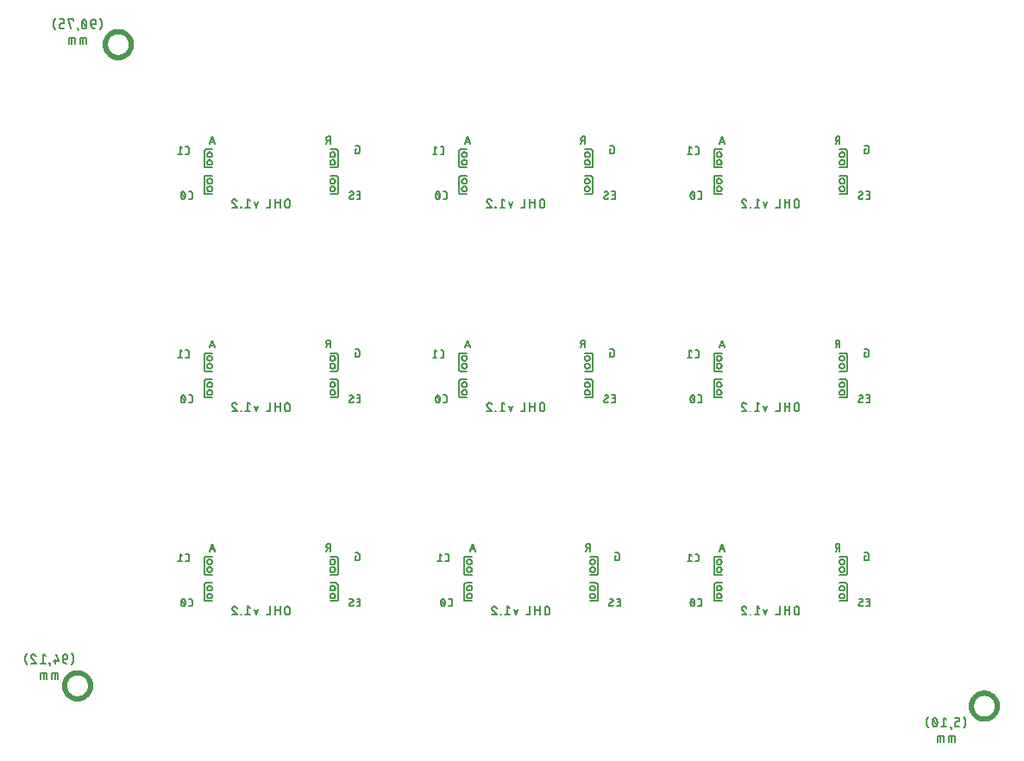
<source format=gbo>
G75*
%MOIN*%
%OFA0B0*%
%FSLAX25Y25*%
%IPPOS*%
%LPD*%
%AMOC8*
5,1,8,0,0,1.08239X$1,22.5*
%
%ADD10C,0.00600*%
%ADD11C,0.00700*%
%ADD12C,0.00500*%
%ADD13C,0.01969*%
D10*
X0115906Y0079661D02*
X0115944Y0079744D01*
X0115980Y0079829D01*
X0116012Y0079915D01*
X0116041Y0080002D01*
X0116067Y0080090D01*
X0116089Y0080178D01*
X0116108Y0080268D01*
X0116123Y0080359D01*
X0116135Y0080449D01*
X0116144Y0080541D01*
X0116149Y0080632D01*
X0116151Y0080724D01*
X0114516Y0080724D02*
X0114518Y0080816D01*
X0114523Y0080907D01*
X0114532Y0080998D01*
X0114544Y0081089D01*
X0114559Y0081180D01*
X0114578Y0081269D01*
X0114600Y0081358D01*
X0114626Y0081446D01*
X0114655Y0081533D01*
X0114687Y0081619D01*
X0114723Y0081704D01*
X0114761Y0081787D01*
X0114679Y0081542D02*
X0115987Y0079907D01*
X0115333Y0079253D02*
X0115286Y0079255D01*
X0115240Y0079260D01*
X0115194Y0079269D01*
X0115148Y0079282D01*
X0115104Y0079298D01*
X0115062Y0079317D01*
X0115021Y0079340D01*
X0114981Y0079366D01*
X0114944Y0079394D01*
X0114910Y0079426D01*
X0114877Y0079460D01*
X0114848Y0079496D01*
X0114821Y0079535D01*
X0114798Y0079576D01*
X0114778Y0079618D01*
X0114761Y0079662D01*
X0115333Y0079253D02*
X0115380Y0079255D01*
X0115426Y0079260D01*
X0115472Y0079269D01*
X0115518Y0079282D01*
X0115562Y0079298D01*
X0115604Y0079317D01*
X0115645Y0079340D01*
X0115685Y0079366D01*
X0115722Y0079394D01*
X0115756Y0079426D01*
X0115789Y0079460D01*
X0115818Y0079496D01*
X0115845Y0079535D01*
X0115868Y0079576D01*
X0115888Y0079618D01*
X0115905Y0079662D01*
X0114760Y0079661D02*
X0114722Y0079744D01*
X0114686Y0079829D01*
X0114654Y0079915D01*
X0114625Y0080002D01*
X0114599Y0080090D01*
X0114577Y0080178D01*
X0114558Y0080268D01*
X0114543Y0080359D01*
X0114531Y0080449D01*
X0114522Y0080541D01*
X0114517Y0080632D01*
X0114515Y0080724D01*
X0116150Y0080724D02*
X0116148Y0080816D01*
X0116143Y0080907D01*
X0116134Y0080998D01*
X0116122Y0081089D01*
X0116107Y0081180D01*
X0116088Y0081269D01*
X0116066Y0081358D01*
X0116040Y0081446D01*
X0116011Y0081533D01*
X0115979Y0081619D01*
X0115943Y0081704D01*
X0115905Y0081787D01*
X0115333Y0082196D02*
X0115286Y0082194D01*
X0115240Y0082189D01*
X0115194Y0082180D01*
X0115148Y0082167D01*
X0115104Y0082151D01*
X0115062Y0082132D01*
X0115021Y0082109D01*
X0114981Y0082083D01*
X0114944Y0082055D01*
X0114910Y0082023D01*
X0114877Y0081989D01*
X0114848Y0081953D01*
X0114821Y0081914D01*
X0114798Y0081873D01*
X0114778Y0081831D01*
X0114761Y0081787D01*
X0115333Y0082196D02*
X0115380Y0082194D01*
X0115426Y0082189D01*
X0115472Y0082180D01*
X0115518Y0082167D01*
X0115562Y0082151D01*
X0115604Y0082132D01*
X0115645Y0082109D01*
X0115685Y0082083D01*
X0115722Y0082055D01*
X0115756Y0082023D01*
X0115789Y0081989D01*
X0115818Y0081953D01*
X0115845Y0081914D01*
X0115868Y0081873D01*
X0115888Y0081831D01*
X0115905Y0081787D01*
X0117515Y0082196D02*
X0118169Y0082196D01*
X0118218Y0082194D01*
X0118266Y0082189D01*
X0118315Y0082180D01*
X0118362Y0082167D01*
X0118408Y0082151D01*
X0118453Y0082131D01*
X0118496Y0082108D01*
X0118537Y0082082D01*
X0118577Y0082053D01*
X0118614Y0082021D01*
X0118648Y0081987D01*
X0118680Y0081950D01*
X0118709Y0081910D01*
X0118735Y0081869D01*
X0118758Y0081826D01*
X0118778Y0081781D01*
X0118794Y0081735D01*
X0118807Y0081688D01*
X0118816Y0081639D01*
X0118821Y0081591D01*
X0118823Y0081542D01*
X0118823Y0079907D01*
X0118821Y0079858D01*
X0118816Y0079810D01*
X0118807Y0079761D01*
X0118794Y0079714D01*
X0118778Y0079668D01*
X0118758Y0079623D01*
X0118735Y0079580D01*
X0118709Y0079539D01*
X0118680Y0079499D01*
X0118648Y0079462D01*
X0118614Y0079428D01*
X0118577Y0079396D01*
X0118537Y0079367D01*
X0118496Y0079341D01*
X0118453Y0079318D01*
X0118408Y0079298D01*
X0118362Y0079282D01*
X0118315Y0079269D01*
X0118266Y0079260D01*
X0118218Y0079255D01*
X0118169Y0079253D01*
X0117515Y0079253D01*
X0116988Y0096576D02*
X0116334Y0096576D01*
X0116988Y0096576D02*
X0117037Y0096578D01*
X0117085Y0096583D01*
X0117134Y0096592D01*
X0117181Y0096605D01*
X0117227Y0096621D01*
X0117272Y0096641D01*
X0117315Y0096664D01*
X0117356Y0096690D01*
X0117396Y0096719D01*
X0117433Y0096751D01*
X0117467Y0096785D01*
X0117499Y0096822D01*
X0117528Y0096862D01*
X0117554Y0096903D01*
X0117577Y0096946D01*
X0117597Y0096991D01*
X0117613Y0097037D01*
X0117626Y0097084D01*
X0117635Y0097133D01*
X0117640Y0097181D01*
X0117642Y0097230D01*
X0117642Y0098865D01*
X0117640Y0098914D01*
X0117635Y0098962D01*
X0117626Y0099011D01*
X0117613Y0099058D01*
X0117597Y0099104D01*
X0117577Y0099149D01*
X0117554Y0099192D01*
X0117528Y0099233D01*
X0117499Y0099273D01*
X0117467Y0099310D01*
X0117433Y0099344D01*
X0117396Y0099376D01*
X0117356Y0099405D01*
X0117315Y0099431D01*
X0117272Y0099454D01*
X0117227Y0099474D01*
X0117181Y0099490D01*
X0117134Y0099503D01*
X0117085Y0099512D01*
X0117037Y0099517D01*
X0116988Y0099519D01*
X0116334Y0099519D01*
X0114970Y0098865D02*
X0114152Y0099519D01*
X0114152Y0096576D01*
X0113335Y0096576D02*
X0114970Y0096576D01*
X0125728Y0100513D02*
X0126709Y0103456D01*
X0127690Y0100513D01*
X0127445Y0101248D02*
X0125973Y0101248D01*
X0170576Y0100513D02*
X0171230Y0101821D01*
X0171394Y0101821D02*
X0172211Y0101821D01*
X0171394Y0101820D02*
X0171338Y0101822D01*
X0171283Y0101828D01*
X0171228Y0101837D01*
X0171173Y0101850D01*
X0171120Y0101867D01*
X0171068Y0101888D01*
X0171018Y0101912D01*
X0170969Y0101939D01*
X0170922Y0101970D01*
X0170878Y0102003D01*
X0170836Y0102040D01*
X0170796Y0102080D01*
X0170759Y0102122D01*
X0170726Y0102166D01*
X0170695Y0102213D01*
X0170668Y0102262D01*
X0170644Y0102312D01*
X0170623Y0102364D01*
X0170606Y0102417D01*
X0170593Y0102472D01*
X0170584Y0102527D01*
X0170578Y0102582D01*
X0170576Y0102638D01*
X0170578Y0102694D01*
X0170584Y0102749D01*
X0170593Y0102804D01*
X0170606Y0102859D01*
X0170623Y0102912D01*
X0170644Y0102964D01*
X0170668Y0103014D01*
X0170695Y0103063D01*
X0170726Y0103110D01*
X0170759Y0103154D01*
X0170796Y0103196D01*
X0170836Y0103236D01*
X0170878Y0103273D01*
X0170922Y0103306D01*
X0170969Y0103337D01*
X0171018Y0103364D01*
X0171068Y0103388D01*
X0171120Y0103409D01*
X0171173Y0103426D01*
X0171228Y0103439D01*
X0171283Y0103448D01*
X0171338Y0103454D01*
X0171394Y0103456D01*
X0172211Y0103456D01*
X0172211Y0100513D01*
X0181797Y0099913D02*
X0182778Y0099913D01*
X0182827Y0099911D01*
X0182875Y0099906D01*
X0182924Y0099897D01*
X0182971Y0099884D01*
X0183017Y0099868D01*
X0183062Y0099848D01*
X0183105Y0099825D01*
X0183146Y0099799D01*
X0183186Y0099770D01*
X0183223Y0099738D01*
X0183257Y0099704D01*
X0183289Y0099667D01*
X0183318Y0099627D01*
X0183344Y0099586D01*
X0183367Y0099543D01*
X0183387Y0099498D01*
X0183403Y0099452D01*
X0183416Y0099405D01*
X0183425Y0099356D01*
X0183430Y0099308D01*
X0183432Y0099259D01*
X0183432Y0097623D01*
X0183430Y0097574D01*
X0183425Y0097526D01*
X0183416Y0097477D01*
X0183403Y0097430D01*
X0183387Y0097384D01*
X0183367Y0097339D01*
X0183344Y0097296D01*
X0183318Y0097255D01*
X0183289Y0097215D01*
X0183257Y0097178D01*
X0183223Y0097144D01*
X0183186Y0097112D01*
X0183146Y0097083D01*
X0183105Y0097057D01*
X0183062Y0097034D01*
X0183017Y0097014D01*
X0182971Y0096998D01*
X0182924Y0096985D01*
X0182875Y0096976D01*
X0182827Y0096971D01*
X0182778Y0096969D01*
X0181797Y0096969D01*
X0181797Y0098604D01*
X0182287Y0098604D01*
X0182410Y0082196D02*
X0183718Y0082196D01*
X0183718Y0079253D01*
X0182410Y0079253D01*
X0182737Y0080888D02*
X0183718Y0080888D01*
X0180768Y0080970D02*
X0179869Y0080479D01*
X0180196Y0079252D02*
X0180269Y0079254D01*
X0180341Y0079260D01*
X0180413Y0079269D01*
X0180485Y0079283D01*
X0180556Y0079300D01*
X0180625Y0079320D01*
X0180694Y0079345D01*
X0180761Y0079373D01*
X0180826Y0079404D01*
X0180890Y0079439D01*
X0180952Y0079477D01*
X0181012Y0079519D01*
X0181070Y0079563D01*
X0181125Y0079611D01*
X0181177Y0079661D01*
X0179869Y0080479D02*
X0179827Y0080453D01*
X0179788Y0080423D01*
X0179751Y0080391D01*
X0179716Y0080356D01*
X0179684Y0080318D01*
X0179655Y0080278D01*
X0179629Y0080236D01*
X0179607Y0080193D01*
X0179587Y0080148D01*
X0179571Y0080101D01*
X0179558Y0080054D01*
X0179549Y0080005D01*
X0179544Y0079956D01*
X0179542Y0079907D01*
X0179544Y0079858D01*
X0179549Y0079810D01*
X0179558Y0079761D01*
X0179571Y0079714D01*
X0179587Y0079668D01*
X0179607Y0079623D01*
X0179630Y0079580D01*
X0179656Y0079539D01*
X0179685Y0079499D01*
X0179717Y0079462D01*
X0179751Y0079428D01*
X0179788Y0079396D01*
X0179828Y0079367D01*
X0179869Y0079341D01*
X0179912Y0079318D01*
X0179957Y0079298D01*
X0180003Y0079282D01*
X0180050Y0079269D01*
X0180099Y0079260D01*
X0180147Y0079255D01*
X0180196Y0079253D01*
X0179705Y0081951D02*
X0179759Y0081989D01*
X0179815Y0082024D01*
X0179872Y0082056D01*
X0179931Y0082085D01*
X0179992Y0082111D01*
X0180053Y0082133D01*
X0180116Y0082152D01*
X0180180Y0082168D01*
X0180245Y0082180D01*
X0180310Y0082189D01*
X0180375Y0082194D01*
X0180441Y0082196D01*
X0180490Y0082194D01*
X0180538Y0082189D01*
X0180587Y0082180D01*
X0180634Y0082167D01*
X0180680Y0082151D01*
X0180725Y0082131D01*
X0180768Y0082108D01*
X0180809Y0082082D01*
X0180849Y0082053D01*
X0180886Y0082021D01*
X0180920Y0081987D01*
X0180952Y0081950D01*
X0180981Y0081910D01*
X0181007Y0081869D01*
X0181030Y0081826D01*
X0181050Y0081781D01*
X0181066Y0081735D01*
X0181079Y0081688D01*
X0181088Y0081639D01*
X0181093Y0081591D01*
X0181095Y0081542D01*
X0181093Y0081493D01*
X0181088Y0081444D01*
X0181079Y0081395D01*
X0181066Y0081348D01*
X0181050Y0081301D01*
X0181030Y0081256D01*
X0181008Y0081213D01*
X0180982Y0081171D01*
X0180953Y0081131D01*
X0180921Y0081093D01*
X0180886Y0081058D01*
X0180849Y0081026D01*
X0180810Y0080996D01*
X0180768Y0080970D01*
X0216300Y0079661D02*
X0216338Y0079744D01*
X0216374Y0079829D01*
X0216406Y0079915D01*
X0216435Y0080002D01*
X0216461Y0080090D01*
X0216483Y0080178D01*
X0216502Y0080268D01*
X0216517Y0080359D01*
X0216529Y0080449D01*
X0216538Y0080541D01*
X0216543Y0080632D01*
X0216545Y0080724D01*
X0214910Y0080724D02*
X0214912Y0080816D01*
X0214917Y0080907D01*
X0214926Y0080998D01*
X0214938Y0081089D01*
X0214953Y0081180D01*
X0214972Y0081269D01*
X0214994Y0081358D01*
X0215020Y0081446D01*
X0215049Y0081533D01*
X0215081Y0081619D01*
X0215117Y0081704D01*
X0215155Y0081787D01*
X0215073Y0081542D02*
X0216381Y0079907D01*
X0215727Y0079253D02*
X0215680Y0079255D01*
X0215634Y0079260D01*
X0215588Y0079269D01*
X0215542Y0079282D01*
X0215498Y0079298D01*
X0215456Y0079317D01*
X0215415Y0079340D01*
X0215375Y0079366D01*
X0215338Y0079394D01*
X0215304Y0079426D01*
X0215271Y0079460D01*
X0215242Y0079496D01*
X0215215Y0079535D01*
X0215192Y0079576D01*
X0215172Y0079618D01*
X0215155Y0079662D01*
X0215727Y0079253D02*
X0215774Y0079255D01*
X0215820Y0079260D01*
X0215866Y0079269D01*
X0215912Y0079282D01*
X0215956Y0079298D01*
X0215998Y0079317D01*
X0216039Y0079340D01*
X0216079Y0079366D01*
X0216116Y0079394D01*
X0216150Y0079426D01*
X0216183Y0079460D01*
X0216212Y0079496D01*
X0216239Y0079535D01*
X0216262Y0079576D01*
X0216282Y0079618D01*
X0216299Y0079662D01*
X0215154Y0079661D02*
X0215116Y0079744D01*
X0215080Y0079829D01*
X0215048Y0079915D01*
X0215019Y0080002D01*
X0214993Y0080090D01*
X0214971Y0080178D01*
X0214952Y0080268D01*
X0214937Y0080359D01*
X0214925Y0080449D01*
X0214916Y0080541D01*
X0214911Y0080632D01*
X0214909Y0080724D01*
X0216544Y0080724D02*
X0216542Y0080816D01*
X0216537Y0080907D01*
X0216528Y0080998D01*
X0216516Y0081089D01*
X0216501Y0081180D01*
X0216482Y0081269D01*
X0216460Y0081358D01*
X0216434Y0081446D01*
X0216405Y0081533D01*
X0216373Y0081619D01*
X0216337Y0081704D01*
X0216299Y0081787D01*
X0215727Y0082196D02*
X0215680Y0082194D01*
X0215634Y0082189D01*
X0215588Y0082180D01*
X0215542Y0082167D01*
X0215498Y0082151D01*
X0215456Y0082132D01*
X0215415Y0082109D01*
X0215375Y0082083D01*
X0215338Y0082055D01*
X0215304Y0082023D01*
X0215271Y0081989D01*
X0215242Y0081953D01*
X0215215Y0081914D01*
X0215192Y0081873D01*
X0215172Y0081831D01*
X0215155Y0081787D01*
X0215727Y0082196D02*
X0215774Y0082194D01*
X0215820Y0082189D01*
X0215866Y0082180D01*
X0215912Y0082167D01*
X0215956Y0082151D01*
X0215998Y0082132D01*
X0216039Y0082109D01*
X0216079Y0082083D01*
X0216116Y0082055D01*
X0216150Y0082023D01*
X0216183Y0081989D01*
X0216212Y0081953D01*
X0216239Y0081914D01*
X0216262Y0081873D01*
X0216282Y0081831D01*
X0216299Y0081787D01*
X0217908Y0082196D02*
X0218562Y0082196D01*
X0218611Y0082194D01*
X0218659Y0082189D01*
X0218708Y0082180D01*
X0218755Y0082167D01*
X0218801Y0082151D01*
X0218846Y0082131D01*
X0218889Y0082108D01*
X0218930Y0082082D01*
X0218970Y0082053D01*
X0219007Y0082021D01*
X0219041Y0081987D01*
X0219073Y0081950D01*
X0219102Y0081910D01*
X0219128Y0081869D01*
X0219151Y0081826D01*
X0219171Y0081781D01*
X0219187Y0081735D01*
X0219200Y0081688D01*
X0219209Y0081639D01*
X0219214Y0081591D01*
X0219216Y0081542D01*
X0219217Y0081542D02*
X0219217Y0079907D01*
X0219216Y0079907D02*
X0219214Y0079858D01*
X0219209Y0079810D01*
X0219200Y0079761D01*
X0219187Y0079714D01*
X0219171Y0079668D01*
X0219151Y0079623D01*
X0219128Y0079580D01*
X0219102Y0079539D01*
X0219073Y0079499D01*
X0219041Y0079462D01*
X0219007Y0079428D01*
X0218970Y0079396D01*
X0218930Y0079367D01*
X0218889Y0079341D01*
X0218846Y0079318D01*
X0218801Y0079298D01*
X0218755Y0079282D01*
X0218708Y0079269D01*
X0218659Y0079260D01*
X0218611Y0079255D01*
X0218562Y0079253D01*
X0217908Y0079253D01*
X0217381Y0096576D02*
X0216727Y0096576D01*
X0217381Y0096576D02*
X0217430Y0096578D01*
X0217478Y0096583D01*
X0217527Y0096592D01*
X0217574Y0096605D01*
X0217620Y0096621D01*
X0217665Y0096641D01*
X0217708Y0096664D01*
X0217749Y0096690D01*
X0217789Y0096719D01*
X0217826Y0096751D01*
X0217860Y0096785D01*
X0217892Y0096822D01*
X0217921Y0096862D01*
X0217947Y0096903D01*
X0217970Y0096946D01*
X0217990Y0096991D01*
X0218006Y0097037D01*
X0218019Y0097084D01*
X0218028Y0097133D01*
X0218033Y0097181D01*
X0218035Y0097230D01*
X0218035Y0098865D01*
X0218033Y0098914D01*
X0218028Y0098962D01*
X0218019Y0099011D01*
X0218006Y0099058D01*
X0217990Y0099104D01*
X0217970Y0099149D01*
X0217947Y0099192D01*
X0217921Y0099233D01*
X0217892Y0099273D01*
X0217860Y0099310D01*
X0217826Y0099344D01*
X0217789Y0099376D01*
X0217749Y0099405D01*
X0217708Y0099431D01*
X0217665Y0099454D01*
X0217620Y0099474D01*
X0217574Y0099490D01*
X0217527Y0099503D01*
X0217478Y0099512D01*
X0217430Y0099517D01*
X0217381Y0099519D01*
X0216727Y0099519D01*
X0215364Y0098865D02*
X0214546Y0099519D01*
X0214546Y0096576D01*
X0215364Y0096576D02*
X0213728Y0096576D01*
X0226121Y0100513D02*
X0227102Y0103456D01*
X0228083Y0100513D01*
X0227838Y0101248D02*
X0226367Y0101248D01*
X0270970Y0100513D02*
X0271624Y0101821D01*
X0271787Y0101821D02*
X0272605Y0101821D01*
X0271787Y0101820D02*
X0271731Y0101822D01*
X0271676Y0101828D01*
X0271621Y0101837D01*
X0271566Y0101850D01*
X0271513Y0101867D01*
X0271461Y0101888D01*
X0271411Y0101912D01*
X0271362Y0101939D01*
X0271315Y0101970D01*
X0271271Y0102003D01*
X0271229Y0102040D01*
X0271189Y0102080D01*
X0271152Y0102122D01*
X0271119Y0102166D01*
X0271088Y0102213D01*
X0271061Y0102262D01*
X0271037Y0102312D01*
X0271016Y0102364D01*
X0270999Y0102417D01*
X0270986Y0102472D01*
X0270977Y0102527D01*
X0270971Y0102582D01*
X0270969Y0102638D01*
X0270971Y0102694D01*
X0270977Y0102749D01*
X0270986Y0102804D01*
X0270999Y0102859D01*
X0271016Y0102912D01*
X0271037Y0102964D01*
X0271061Y0103014D01*
X0271088Y0103063D01*
X0271119Y0103110D01*
X0271152Y0103154D01*
X0271189Y0103196D01*
X0271229Y0103236D01*
X0271271Y0103273D01*
X0271315Y0103306D01*
X0271362Y0103337D01*
X0271411Y0103364D01*
X0271461Y0103388D01*
X0271513Y0103409D01*
X0271566Y0103426D01*
X0271621Y0103439D01*
X0271676Y0103448D01*
X0271731Y0103454D01*
X0271787Y0103456D01*
X0272605Y0103456D01*
X0272605Y0100513D01*
X0282190Y0099913D02*
X0283171Y0099913D01*
X0283220Y0099911D01*
X0283268Y0099906D01*
X0283317Y0099897D01*
X0283364Y0099884D01*
X0283410Y0099868D01*
X0283455Y0099848D01*
X0283498Y0099825D01*
X0283539Y0099799D01*
X0283579Y0099770D01*
X0283616Y0099738D01*
X0283650Y0099704D01*
X0283682Y0099667D01*
X0283711Y0099627D01*
X0283737Y0099586D01*
X0283760Y0099543D01*
X0283780Y0099498D01*
X0283796Y0099452D01*
X0283809Y0099405D01*
X0283818Y0099356D01*
X0283823Y0099308D01*
X0283825Y0099259D01*
X0283825Y0097623D01*
X0283823Y0097574D01*
X0283818Y0097526D01*
X0283809Y0097477D01*
X0283796Y0097430D01*
X0283780Y0097384D01*
X0283760Y0097339D01*
X0283737Y0097296D01*
X0283711Y0097255D01*
X0283682Y0097215D01*
X0283650Y0097178D01*
X0283616Y0097144D01*
X0283579Y0097112D01*
X0283539Y0097083D01*
X0283498Y0097057D01*
X0283455Y0097034D01*
X0283410Y0097014D01*
X0283364Y0096998D01*
X0283317Y0096985D01*
X0283268Y0096976D01*
X0283220Y0096971D01*
X0283171Y0096969D01*
X0282190Y0096969D01*
X0282190Y0098604D01*
X0282681Y0098604D01*
X0282804Y0082196D02*
X0284112Y0082196D01*
X0284112Y0079253D01*
X0282804Y0079253D01*
X0283131Y0080888D02*
X0284112Y0080888D01*
X0281162Y0080970D02*
X0280262Y0080479D01*
X0280589Y0079252D02*
X0280662Y0079254D01*
X0280734Y0079260D01*
X0280806Y0079269D01*
X0280878Y0079283D01*
X0280949Y0079300D01*
X0281018Y0079320D01*
X0281087Y0079345D01*
X0281154Y0079373D01*
X0281219Y0079404D01*
X0281283Y0079439D01*
X0281345Y0079477D01*
X0281405Y0079519D01*
X0281463Y0079563D01*
X0281518Y0079611D01*
X0281570Y0079661D01*
X0280263Y0080479D02*
X0280221Y0080453D01*
X0280182Y0080423D01*
X0280145Y0080391D01*
X0280110Y0080356D01*
X0280078Y0080318D01*
X0280049Y0080278D01*
X0280023Y0080236D01*
X0280001Y0080193D01*
X0279981Y0080148D01*
X0279965Y0080101D01*
X0279952Y0080054D01*
X0279943Y0080005D01*
X0279938Y0079956D01*
X0279936Y0079907D01*
X0279935Y0079907D02*
X0279937Y0079858D01*
X0279942Y0079810D01*
X0279951Y0079761D01*
X0279964Y0079714D01*
X0279980Y0079668D01*
X0280000Y0079623D01*
X0280023Y0079580D01*
X0280049Y0079539D01*
X0280078Y0079499D01*
X0280110Y0079462D01*
X0280144Y0079428D01*
X0280181Y0079396D01*
X0280221Y0079367D01*
X0280262Y0079341D01*
X0280305Y0079318D01*
X0280350Y0079298D01*
X0280396Y0079282D01*
X0280443Y0079269D01*
X0280492Y0079260D01*
X0280540Y0079255D01*
X0280589Y0079253D01*
X0280099Y0081951D02*
X0280153Y0081989D01*
X0280209Y0082024D01*
X0280266Y0082056D01*
X0280325Y0082085D01*
X0280386Y0082111D01*
X0280447Y0082133D01*
X0280510Y0082152D01*
X0280574Y0082168D01*
X0280639Y0082180D01*
X0280704Y0082189D01*
X0280769Y0082194D01*
X0280835Y0082196D01*
X0280884Y0082194D01*
X0280932Y0082189D01*
X0280981Y0082180D01*
X0281028Y0082167D01*
X0281074Y0082151D01*
X0281119Y0082131D01*
X0281162Y0082108D01*
X0281203Y0082082D01*
X0281243Y0082053D01*
X0281280Y0082021D01*
X0281314Y0081987D01*
X0281346Y0081950D01*
X0281375Y0081910D01*
X0281401Y0081869D01*
X0281424Y0081826D01*
X0281444Y0081781D01*
X0281460Y0081735D01*
X0281473Y0081688D01*
X0281482Y0081639D01*
X0281487Y0081591D01*
X0281489Y0081542D01*
X0281488Y0081542D02*
X0281486Y0081493D01*
X0281481Y0081444D01*
X0281472Y0081395D01*
X0281459Y0081348D01*
X0281443Y0081301D01*
X0281423Y0081256D01*
X0281401Y0081213D01*
X0281375Y0081171D01*
X0281346Y0081131D01*
X0281314Y0081093D01*
X0281279Y0081058D01*
X0281242Y0081026D01*
X0281203Y0080996D01*
X0281161Y0080970D01*
X0312757Y0079661D02*
X0312795Y0079744D01*
X0312831Y0079829D01*
X0312863Y0079915D01*
X0312892Y0080002D01*
X0312918Y0080090D01*
X0312940Y0080178D01*
X0312959Y0080268D01*
X0312974Y0080359D01*
X0312986Y0080449D01*
X0312995Y0080541D01*
X0313000Y0080632D01*
X0313002Y0080724D01*
X0311367Y0080724D02*
X0311369Y0080816D01*
X0311374Y0080907D01*
X0311383Y0080998D01*
X0311395Y0081089D01*
X0311410Y0081180D01*
X0311429Y0081269D01*
X0311451Y0081358D01*
X0311477Y0081446D01*
X0311506Y0081533D01*
X0311538Y0081619D01*
X0311574Y0081704D01*
X0311612Y0081787D01*
X0311530Y0081542D02*
X0312838Y0079907D01*
X0312184Y0079253D02*
X0312137Y0079255D01*
X0312091Y0079260D01*
X0312045Y0079269D01*
X0311999Y0079282D01*
X0311955Y0079298D01*
X0311913Y0079317D01*
X0311872Y0079340D01*
X0311832Y0079366D01*
X0311795Y0079394D01*
X0311761Y0079426D01*
X0311728Y0079460D01*
X0311699Y0079496D01*
X0311672Y0079535D01*
X0311649Y0079576D01*
X0311629Y0079618D01*
X0311612Y0079662D01*
X0312184Y0079253D02*
X0312231Y0079255D01*
X0312277Y0079260D01*
X0312323Y0079269D01*
X0312369Y0079282D01*
X0312413Y0079298D01*
X0312455Y0079317D01*
X0312496Y0079340D01*
X0312536Y0079366D01*
X0312573Y0079394D01*
X0312607Y0079426D01*
X0312640Y0079460D01*
X0312669Y0079496D01*
X0312696Y0079535D01*
X0312719Y0079576D01*
X0312739Y0079618D01*
X0312756Y0079662D01*
X0311611Y0079661D02*
X0311573Y0079744D01*
X0311537Y0079829D01*
X0311505Y0079915D01*
X0311476Y0080002D01*
X0311450Y0080090D01*
X0311428Y0080178D01*
X0311409Y0080268D01*
X0311394Y0080359D01*
X0311382Y0080449D01*
X0311373Y0080541D01*
X0311368Y0080632D01*
X0311366Y0080724D01*
X0313001Y0080724D02*
X0312999Y0080816D01*
X0312994Y0080907D01*
X0312985Y0080998D01*
X0312973Y0081089D01*
X0312958Y0081180D01*
X0312939Y0081269D01*
X0312917Y0081358D01*
X0312891Y0081446D01*
X0312862Y0081533D01*
X0312830Y0081619D01*
X0312794Y0081704D01*
X0312756Y0081787D01*
X0312739Y0081831D01*
X0312719Y0081873D01*
X0312696Y0081914D01*
X0312669Y0081953D01*
X0312640Y0081989D01*
X0312607Y0082023D01*
X0312573Y0082055D01*
X0312536Y0082083D01*
X0312496Y0082109D01*
X0312455Y0082132D01*
X0312413Y0082151D01*
X0312369Y0082167D01*
X0312323Y0082180D01*
X0312277Y0082189D01*
X0312231Y0082194D01*
X0312184Y0082196D01*
X0312137Y0082194D01*
X0312091Y0082189D01*
X0312045Y0082180D01*
X0311999Y0082167D01*
X0311955Y0082151D01*
X0311913Y0082132D01*
X0311872Y0082109D01*
X0311832Y0082083D01*
X0311795Y0082055D01*
X0311761Y0082023D01*
X0311728Y0081989D01*
X0311699Y0081953D01*
X0311672Y0081914D01*
X0311649Y0081873D01*
X0311629Y0081831D01*
X0311612Y0081787D01*
X0314365Y0082196D02*
X0315019Y0082196D01*
X0315068Y0082194D01*
X0315116Y0082189D01*
X0315165Y0082180D01*
X0315212Y0082167D01*
X0315258Y0082151D01*
X0315303Y0082131D01*
X0315346Y0082108D01*
X0315387Y0082082D01*
X0315427Y0082053D01*
X0315464Y0082021D01*
X0315498Y0081987D01*
X0315530Y0081950D01*
X0315559Y0081910D01*
X0315585Y0081869D01*
X0315608Y0081826D01*
X0315628Y0081781D01*
X0315644Y0081735D01*
X0315657Y0081688D01*
X0315666Y0081639D01*
X0315671Y0081591D01*
X0315673Y0081542D01*
X0315673Y0079907D01*
X0315671Y0079858D01*
X0315666Y0079810D01*
X0315657Y0079761D01*
X0315644Y0079714D01*
X0315628Y0079668D01*
X0315608Y0079623D01*
X0315585Y0079580D01*
X0315559Y0079539D01*
X0315530Y0079499D01*
X0315498Y0079462D01*
X0315464Y0079428D01*
X0315427Y0079396D01*
X0315387Y0079367D01*
X0315346Y0079341D01*
X0315303Y0079318D01*
X0315258Y0079298D01*
X0315212Y0079282D01*
X0315165Y0079269D01*
X0315116Y0079260D01*
X0315068Y0079255D01*
X0315019Y0079253D01*
X0314365Y0079253D01*
X0313838Y0096576D02*
X0313184Y0096576D01*
X0313838Y0096576D02*
X0313887Y0096578D01*
X0313935Y0096583D01*
X0313984Y0096592D01*
X0314031Y0096605D01*
X0314077Y0096621D01*
X0314122Y0096641D01*
X0314165Y0096664D01*
X0314206Y0096690D01*
X0314246Y0096719D01*
X0314283Y0096751D01*
X0314317Y0096785D01*
X0314349Y0096822D01*
X0314378Y0096862D01*
X0314404Y0096903D01*
X0314427Y0096946D01*
X0314447Y0096991D01*
X0314463Y0097037D01*
X0314476Y0097084D01*
X0314485Y0097133D01*
X0314490Y0097181D01*
X0314492Y0097230D01*
X0314492Y0098865D01*
X0314490Y0098914D01*
X0314485Y0098962D01*
X0314476Y0099011D01*
X0314463Y0099058D01*
X0314447Y0099104D01*
X0314427Y0099149D01*
X0314404Y0099192D01*
X0314378Y0099233D01*
X0314349Y0099273D01*
X0314317Y0099310D01*
X0314283Y0099344D01*
X0314246Y0099376D01*
X0314206Y0099405D01*
X0314165Y0099431D01*
X0314122Y0099454D01*
X0314077Y0099474D01*
X0314031Y0099490D01*
X0313984Y0099503D01*
X0313935Y0099512D01*
X0313887Y0099517D01*
X0313838Y0099519D01*
X0313184Y0099519D01*
X0311820Y0098865D02*
X0311003Y0099519D01*
X0311003Y0096576D01*
X0311820Y0096576D02*
X0310185Y0096576D01*
X0322578Y0100513D02*
X0323559Y0103456D01*
X0324540Y0100513D01*
X0324295Y0101248D02*
X0322823Y0101248D01*
X0367427Y0100513D02*
X0368081Y0101821D01*
X0368244Y0101821D02*
X0369062Y0101821D01*
X0368244Y0101820D02*
X0368188Y0101822D01*
X0368133Y0101828D01*
X0368078Y0101837D01*
X0368023Y0101850D01*
X0367970Y0101867D01*
X0367918Y0101888D01*
X0367868Y0101912D01*
X0367819Y0101939D01*
X0367772Y0101970D01*
X0367728Y0102003D01*
X0367686Y0102040D01*
X0367646Y0102080D01*
X0367609Y0102122D01*
X0367576Y0102166D01*
X0367545Y0102213D01*
X0367518Y0102262D01*
X0367494Y0102312D01*
X0367473Y0102364D01*
X0367456Y0102417D01*
X0367443Y0102472D01*
X0367434Y0102527D01*
X0367428Y0102582D01*
X0367426Y0102638D01*
X0367428Y0102694D01*
X0367434Y0102749D01*
X0367443Y0102804D01*
X0367456Y0102859D01*
X0367473Y0102912D01*
X0367494Y0102964D01*
X0367518Y0103014D01*
X0367545Y0103063D01*
X0367576Y0103110D01*
X0367609Y0103154D01*
X0367646Y0103196D01*
X0367686Y0103236D01*
X0367728Y0103273D01*
X0367772Y0103306D01*
X0367819Y0103337D01*
X0367868Y0103364D01*
X0367918Y0103388D01*
X0367970Y0103409D01*
X0368023Y0103426D01*
X0368078Y0103439D01*
X0368133Y0103448D01*
X0368188Y0103454D01*
X0368244Y0103456D01*
X0369062Y0103456D01*
X0369062Y0100513D01*
X0378647Y0099913D02*
X0379628Y0099913D01*
X0379677Y0099911D01*
X0379725Y0099906D01*
X0379774Y0099897D01*
X0379821Y0099884D01*
X0379867Y0099868D01*
X0379912Y0099848D01*
X0379955Y0099825D01*
X0379996Y0099799D01*
X0380036Y0099770D01*
X0380073Y0099738D01*
X0380107Y0099704D01*
X0380139Y0099667D01*
X0380168Y0099627D01*
X0380194Y0099586D01*
X0380217Y0099543D01*
X0380237Y0099498D01*
X0380253Y0099452D01*
X0380266Y0099405D01*
X0380275Y0099356D01*
X0380280Y0099308D01*
X0380282Y0099259D01*
X0380282Y0097623D01*
X0380280Y0097574D01*
X0380275Y0097526D01*
X0380266Y0097477D01*
X0380253Y0097430D01*
X0380237Y0097384D01*
X0380217Y0097339D01*
X0380194Y0097296D01*
X0380168Y0097255D01*
X0380139Y0097215D01*
X0380107Y0097178D01*
X0380073Y0097144D01*
X0380036Y0097112D01*
X0379996Y0097083D01*
X0379955Y0097057D01*
X0379912Y0097034D01*
X0379867Y0097014D01*
X0379821Y0096998D01*
X0379774Y0096985D01*
X0379725Y0096976D01*
X0379677Y0096971D01*
X0379628Y0096969D01*
X0378647Y0096969D01*
X0378647Y0098604D01*
X0379138Y0098604D01*
X0379260Y0082196D02*
X0380569Y0082196D01*
X0380569Y0079253D01*
X0379260Y0079253D01*
X0379587Y0080888D02*
X0380569Y0080888D01*
X0377618Y0080970D02*
X0376719Y0080479D01*
X0377046Y0079252D02*
X0377119Y0079254D01*
X0377191Y0079260D01*
X0377263Y0079269D01*
X0377335Y0079283D01*
X0377406Y0079300D01*
X0377475Y0079320D01*
X0377544Y0079345D01*
X0377611Y0079373D01*
X0377676Y0079404D01*
X0377740Y0079439D01*
X0377802Y0079477D01*
X0377862Y0079519D01*
X0377920Y0079563D01*
X0377975Y0079611D01*
X0378027Y0079661D01*
X0376719Y0080479D02*
X0376677Y0080453D01*
X0376638Y0080423D01*
X0376601Y0080391D01*
X0376566Y0080356D01*
X0376534Y0080318D01*
X0376505Y0080278D01*
X0376479Y0080236D01*
X0376457Y0080193D01*
X0376437Y0080148D01*
X0376421Y0080101D01*
X0376408Y0080054D01*
X0376399Y0080005D01*
X0376394Y0079956D01*
X0376392Y0079907D01*
X0376394Y0079858D01*
X0376399Y0079810D01*
X0376408Y0079761D01*
X0376421Y0079714D01*
X0376437Y0079668D01*
X0376457Y0079623D01*
X0376480Y0079580D01*
X0376506Y0079539D01*
X0376535Y0079499D01*
X0376567Y0079462D01*
X0376601Y0079428D01*
X0376638Y0079396D01*
X0376678Y0079367D01*
X0376719Y0079341D01*
X0376762Y0079318D01*
X0376807Y0079298D01*
X0376853Y0079282D01*
X0376900Y0079269D01*
X0376949Y0079260D01*
X0376997Y0079255D01*
X0377046Y0079253D01*
X0376555Y0081951D02*
X0376609Y0081989D01*
X0376665Y0082024D01*
X0376722Y0082056D01*
X0376781Y0082085D01*
X0376842Y0082111D01*
X0376903Y0082133D01*
X0376966Y0082152D01*
X0377030Y0082168D01*
X0377095Y0082180D01*
X0377160Y0082189D01*
X0377225Y0082194D01*
X0377291Y0082196D01*
X0377340Y0082194D01*
X0377388Y0082189D01*
X0377437Y0082180D01*
X0377484Y0082167D01*
X0377530Y0082151D01*
X0377575Y0082131D01*
X0377618Y0082108D01*
X0377659Y0082082D01*
X0377699Y0082053D01*
X0377736Y0082021D01*
X0377770Y0081987D01*
X0377802Y0081950D01*
X0377831Y0081910D01*
X0377857Y0081869D01*
X0377880Y0081826D01*
X0377900Y0081781D01*
X0377916Y0081735D01*
X0377929Y0081688D01*
X0377938Y0081639D01*
X0377943Y0081591D01*
X0377945Y0081542D01*
X0377943Y0081493D01*
X0377938Y0081444D01*
X0377929Y0081395D01*
X0377916Y0081348D01*
X0377900Y0081301D01*
X0377880Y0081256D01*
X0377858Y0081213D01*
X0377832Y0081171D01*
X0377803Y0081131D01*
X0377771Y0081093D01*
X0377736Y0081058D01*
X0377699Y0081026D01*
X0377660Y0080996D01*
X0377618Y0080970D01*
X0379260Y0157993D02*
X0380569Y0157993D01*
X0380569Y0160936D01*
X0379260Y0160936D01*
X0379587Y0159628D02*
X0380569Y0159628D01*
X0377618Y0159710D02*
X0376719Y0159219D01*
X0377046Y0157993D02*
X0377119Y0157995D01*
X0377191Y0158001D01*
X0377263Y0158010D01*
X0377335Y0158024D01*
X0377406Y0158041D01*
X0377475Y0158061D01*
X0377544Y0158086D01*
X0377611Y0158114D01*
X0377676Y0158145D01*
X0377740Y0158180D01*
X0377802Y0158218D01*
X0377862Y0158260D01*
X0377920Y0158304D01*
X0377975Y0158352D01*
X0378027Y0158402D01*
X0376719Y0159219D02*
X0376677Y0159193D01*
X0376638Y0159163D01*
X0376601Y0159131D01*
X0376566Y0159096D01*
X0376534Y0159058D01*
X0376505Y0159018D01*
X0376479Y0158976D01*
X0376457Y0158933D01*
X0376437Y0158888D01*
X0376421Y0158841D01*
X0376408Y0158794D01*
X0376399Y0158745D01*
X0376394Y0158696D01*
X0376392Y0158647D01*
X0376394Y0158598D01*
X0376399Y0158550D01*
X0376408Y0158501D01*
X0376421Y0158454D01*
X0376437Y0158408D01*
X0376457Y0158363D01*
X0376480Y0158320D01*
X0376506Y0158279D01*
X0376535Y0158239D01*
X0376567Y0158202D01*
X0376601Y0158168D01*
X0376638Y0158136D01*
X0376678Y0158107D01*
X0376719Y0158081D01*
X0376762Y0158058D01*
X0376807Y0158038D01*
X0376853Y0158022D01*
X0376900Y0158009D01*
X0376949Y0158000D01*
X0376997Y0157995D01*
X0377046Y0157993D01*
X0376555Y0160691D02*
X0376609Y0160729D01*
X0376665Y0160764D01*
X0376722Y0160796D01*
X0376781Y0160825D01*
X0376842Y0160851D01*
X0376903Y0160873D01*
X0376966Y0160892D01*
X0377030Y0160908D01*
X0377095Y0160920D01*
X0377160Y0160929D01*
X0377225Y0160934D01*
X0377291Y0160936D01*
X0377340Y0160934D01*
X0377388Y0160929D01*
X0377437Y0160920D01*
X0377484Y0160907D01*
X0377530Y0160891D01*
X0377575Y0160871D01*
X0377618Y0160848D01*
X0377659Y0160822D01*
X0377699Y0160793D01*
X0377736Y0160761D01*
X0377770Y0160727D01*
X0377802Y0160690D01*
X0377831Y0160650D01*
X0377857Y0160609D01*
X0377880Y0160566D01*
X0377900Y0160521D01*
X0377916Y0160475D01*
X0377929Y0160428D01*
X0377938Y0160379D01*
X0377943Y0160331D01*
X0377945Y0160282D01*
X0377943Y0160233D01*
X0377938Y0160184D01*
X0377929Y0160135D01*
X0377916Y0160088D01*
X0377900Y0160041D01*
X0377880Y0159996D01*
X0377858Y0159953D01*
X0377832Y0159911D01*
X0377803Y0159871D01*
X0377771Y0159833D01*
X0377736Y0159798D01*
X0377699Y0159766D01*
X0377660Y0159736D01*
X0377618Y0159710D01*
X0378647Y0175709D02*
X0379628Y0175709D01*
X0379628Y0175710D02*
X0379677Y0175712D01*
X0379725Y0175717D01*
X0379774Y0175726D01*
X0379821Y0175739D01*
X0379867Y0175755D01*
X0379912Y0175775D01*
X0379955Y0175798D01*
X0379996Y0175824D01*
X0380036Y0175853D01*
X0380073Y0175885D01*
X0380107Y0175919D01*
X0380139Y0175956D01*
X0380168Y0175996D01*
X0380194Y0176037D01*
X0380217Y0176080D01*
X0380237Y0176125D01*
X0380253Y0176171D01*
X0380266Y0176218D01*
X0380275Y0176267D01*
X0380280Y0176315D01*
X0380282Y0176364D01*
X0380282Y0177999D01*
X0380280Y0178048D01*
X0380275Y0178096D01*
X0380266Y0178145D01*
X0380253Y0178192D01*
X0380237Y0178238D01*
X0380217Y0178283D01*
X0380194Y0178326D01*
X0380168Y0178367D01*
X0380139Y0178407D01*
X0380107Y0178444D01*
X0380073Y0178478D01*
X0380036Y0178510D01*
X0379996Y0178539D01*
X0379955Y0178565D01*
X0379912Y0178588D01*
X0379867Y0178608D01*
X0379821Y0178624D01*
X0379774Y0178637D01*
X0379725Y0178646D01*
X0379677Y0178651D01*
X0379628Y0178653D01*
X0378647Y0178653D01*
X0378647Y0177345D02*
X0378647Y0175709D01*
X0378647Y0177345D02*
X0379138Y0177345D01*
X0369062Y0179253D02*
X0369062Y0182196D01*
X0368244Y0182196D01*
X0368188Y0182194D01*
X0368133Y0182188D01*
X0368078Y0182179D01*
X0368023Y0182166D01*
X0367970Y0182149D01*
X0367918Y0182128D01*
X0367868Y0182104D01*
X0367819Y0182077D01*
X0367772Y0182046D01*
X0367728Y0182013D01*
X0367686Y0181976D01*
X0367646Y0181936D01*
X0367609Y0181894D01*
X0367576Y0181850D01*
X0367545Y0181803D01*
X0367518Y0181754D01*
X0367494Y0181704D01*
X0367473Y0181652D01*
X0367456Y0181599D01*
X0367443Y0181544D01*
X0367434Y0181489D01*
X0367428Y0181434D01*
X0367426Y0181378D01*
X0367428Y0181322D01*
X0367434Y0181267D01*
X0367443Y0181212D01*
X0367456Y0181157D01*
X0367473Y0181104D01*
X0367494Y0181052D01*
X0367518Y0181002D01*
X0367545Y0180953D01*
X0367576Y0180906D01*
X0367609Y0180862D01*
X0367646Y0180820D01*
X0367686Y0180780D01*
X0367728Y0180743D01*
X0367772Y0180710D01*
X0367819Y0180679D01*
X0367868Y0180652D01*
X0367918Y0180628D01*
X0367970Y0180607D01*
X0368023Y0180590D01*
X0368078Y0180577D01*
X0368133Y0180568D01*
X0368188Y0180562D01*
X0368244Y0180560D01*
X0368244Y0180561D02*
X0369062Y0180561D01*
X0368081Y0180561D02*
X0367427Y0179253D01*
X0324540Y0179253D02*
X0323559Y0182196D01*
X0322578Y0179253D01*
X0322823Y0179989D02*
X0324295Y0179989D01*
X0314492Y0177605D02*
X0314492Y0175970D01*
X0314490Y0175921D01*
X0314485Y0175873D01*
X0314476Y0175824D01*
X0314463Y0175777D01*
X0314447Y0175731D01*
X0314427Y0175686D01*
X0314404Y0175643D01*
X0314378Y0175602D01*
X0314349Y0175562D01*
X0314317Y0175525D01*
X0314283Y0175491D01*
X0314246Y0175459D01*
X0314206Y0175430D01*
X0314165Y0175404D01*
X0314122Y0175381D01*
X0314077Y0175361D01*
X0314031Y0175345D01*
X0313984Y0175332D01*
X0313935Y0175323D01*
X0313887Y0175318D01*
X0313838Y0175316D01*
X0313184Y0175316D01*
X0311820Y0175316D02*
X0310185Y0175316D01*
X0311003Y0175316D02*
X0311003Y0178259D01*
X0311820Y0177605D01*
X0313184Y0178259D02*
X0313838Y0178259D01*
X0313887Y0178257D01*
X0313935Y0178252D01*
X0313984Y0178243D01*
X0314031Y0178230D01*
X0314077Y0178214D01*
X0314122Y0178194D01*
X0314165Y0178171D01*
X0314206Y0178145D01*
X0314246Y0178116D01*
X0314283Y0178084D01*
X0314317Y0178050D01*
X0314349Y0178013D01*
X0314378Y0177973D01*
X0314404Y0177932D01*
X0314427Y0177889D01*
X0314447Y0177844D01*
X0314463Y0177798D01*
X0314476Y0177751D01*
X0314485Y0177702D01*
X0314490Y0177654D01*
X0314492Y0177605D01*
X0314365Y0160936D02*
X0315019Y0160936D01*
X0315068Y0160934D01*
X0315116Y0160929D01*
X0315165Y0160920D01*
X0315212Y0160907D01*
X0315258Y0160891D01*
X0315303Y0160871D01*
X0315346Y0160848D01*
X0315387Y0160822D01*
X0315427Y0160793D01*
X0315464Y0160761D01*
X0315498Y0160727D01*
X0315530Y0160690D01*
X0315559Y0160650D01*
X0315585Y0160609D01*
X0315608Y0160566D01*
X0315628Y0160521D01*
X0315644Y0160475D01*
X0315657Y0160428D01*
X0315666Y0160379D01*
X0315671Y0160331D01*
X0315673Y0160282D01*
X0315673Y0158647D01*
X0315671Y0158598D01*
X0315666Y0158550D01*
X0315657Y0158501D01*
X0315644Y0158454D01*
X0315628Y0158408D01*
X0315608Y0158363D01*
X0315585Y0158320D01*
X0315559Y0158279D01*
X0315530Y0158239D01*
X0315498Y0158202D01*
X0315464Y0158168D01*
X0315427Y0158136D01*
X0315387Y0158107D01*
X0315346Y0158081D01*
X0315303Y0158058D01*
X0315258Y0158038D01*
X0315212Y0158022D01*
X0315165Y0158009D01*
X0315116Y0158000D01*
X0315068Y0157995D01*
X0315019Y0157993D01*
X0314365Y0157993D01*
X0311611Y0158402D02*
X0311573Y0158485D01*
X0311537Y0158570D01*
X0311505Y0158656D01*
X0311476Y0158743D01*
X0311450Y0158831D01*
X0311428Y0158919D01*
X0311409Y0159009D01*
X0311394Y0159100D01*
X0311382Y0159190D01*
X0311373Y0159282D01*
X0311368Y0159373D01*
X0311366Y0159465D01*
X0313001Y0159465D02*
X0312999Y0159557D01*
X0312994Y0159648D01*
X0312985Y0159739D01*
X0312973Y0159830D01*
X0312958Y0159921D01*
X0312939Y0160010D01*
X0312917Y0160099D01*
X0312891Y0160187D01*
X0312862Y0160274D01*
X0312830Y0160360D01*
X0312794Y0160445D01*
X0312756Y0160528D01*
X0312184Y0160936D02*
X0312137Y0160934D01*
X0312091Y0160929D01*
X0312045Y0160920D01*
X0311999Y0160907D01*
X0311955Y0160891D01*
X0311913Y0160872D01*
X0311872Y0160849D01*
X0311832Y0160823D01*
X0311795Y0160795D01*
X0311761Y0160763D01*
X0311728Y0160729D01*
X0311699Y0160693D01*
X0311672Y0160654D01*
X0311649Y0160613D01*
X0311629Y0160571D01*
X0311612Y0160527D01*
X0311530Y0160282D02*
X0312838Y0158647D01*
X0312184Y0157993D02*
X0312137Y0157995D01*
X0312091Y0158000D01*
X0312045Y0158009D01*
X0311999Y0158022D01*
X0311955Y0158038D01*
X0311913Y0158057D01*
X0311872Y0158080D01*
X0311832Y0158106D01*
X0311795Y0158134D01*
X0311761Y0158166D01*
X0311728Y0158200D01*
X0311699Y0158236D01*
X0311672Y0158275D01*
X0311649Y0158316D01*
X0311629Y0158358D01*
X0311612Y0158402D01*
X0312184Y0157993D02*
X0312231Y0157995D01*
X0312277Y0158000D01*
X0312323Y0158009D01*
X0312369Y0158022D01*
X0312413Y0158038D01*
X0312455Y0158057D01*
X0312496Y0158080D01*
X0312536Y0158106D01*
X0312573Y0158134D01*
X0312607Y0158166D01*
X0312640Y0158200D01*
X0312669Y0158236D01*
X0312696Y0158275D01*
X0312719Y0158316D01*
X0312739Y0158358D01*
X0312756Y0158402D01*
X0311367Y0159465D02*
X0311369Y0159557D01*
X0311374Y0159648D01*
X0311383Y0159739D01*
X0311395Y0159830D01*
X0311410Y0159921D01*
X0311429Y0160010D01*
X0311451Y0160099D01*
X0311477Y0160187D01*
X0311506Y0160274D01*
X0311538Y0160360D01*
X0311574Y0160445D01*
X0311612Y0160528D01*
X0312184Y0160936D02*
X0312231Y0160934D01*
X0312277Y0160929D01*
X0312323Y0160920D01*
X0312369Y0160907D01*
X0312413Y0160891D01*
X0312455Y0160872D01*
X0312496Y0160849D01*
X0312536Y0160823D01*
X0312573Y0160795D01*
X0312607Y0160763D01*
X0312640Y0160729D01*
X0312669Y0160693D01*
X0312696Y0160654D01*
X0312719Y0160613D01*
X0312739Y0160571D01*
X0312756Y0160527D01*
X0313002Y0159465D02*
X0313000Y0159373D01*
X0312995Y0159282D01*
X0312986Y0159190D01*
X0312974Y0159100D01*
X0312959Y0159009D01*
X0312940Y0158919D01*
X0312918Y0158831D01*
X0312892Y0158743D01*
X0312863Y0158656D01*
X0312831Y0158570D01*
X0312795Y0158485D01*
X0312757Y0158402D01*
X0282143Y0157993D02*
X0282143Y0160936D01*
X0280835Y0160936D01*
X0281162Y0159628D02*
X0282143Y0159628D01*
X0282143Y0157993D02*
X0280835Y0157993D01*
X0278294Y0159219D02*
X0278252Y0159193D01*
X0278213Y0159163D01*
X0278176Y0159131D01*
X0278141Y0159096D01*
X0278109Y0159058D01*
X0278080Y0159018D01*
X0278054Y0158976D01*
X0278032Y0158933D01*
X0278012Y0158888D01*
X0277996Y0158841D01*
X0277983Y0158794D01*
X0277974Y0158745D01*
X0277969Y0158696D01*
X0277967Y0158647D01*
X0277969Y0158598D01*
X0277974Y0158550D01*
X0277983Y0158501D01*
X0277996Y0158454D01*
X0278012Y0158408D01*
X0278032Y0158363D01*
X0278055Y0158320D01*
X0278081Y0158279D01*
X0278110Y0158239D01*
X0278142Y0158202D01*
X0278176Y0158168D01*
X0278213Y0158136D01*
X0278253Y0158107D01*
X0278294Y0158081D01*
X0278337Y0158058D01*
X0278382Y0158038D01*
X0278428Y0158022D01*
X0278475Y0158009D01*
X0278524Y0158000D01*
X0278572Y0157995D01*
X0278621Y0157993D01*
X0278294Y0159219D02*
X0279193Y0159710D01*
X0278866Y0160936D02*
X0278800Y0160934D01*
X0278735Y0160929D01*
X0278670Y0160920D01*
X0278605Y0160908D01*
X0278541Y0160892D01*
X0278478Y0160873D01*
X0278417Y0160851D01*
X0278356Y0160825D01*
X0278297Y0160796D01*
X0278240Y0160764D01*
X0278184Y0160729D01*
X0278130Y0160691D01*
X0279193Y0159710D02*
X0279235Y0159736D01*
X0279274Y0159766D01*
X0279311Y0159798D01*
X0279346Y0159833D01*
X0279378Y0159871D01*
X0279407Y0159911D01*
X0279433Y0159953D01*
X0279455Y0159996D01*
X0279475Y0160041D01*
X0279491Y0160088D01*
X0279504Y0160135D01*
X0279513Y0160184D01*
X0279518Y0160233D01*
X0279520Y0160282D01*
X0279518Y0160331D01*
X0279513Y0160379D01*
X0279504Y0160428D01*
X0279491Y0160475D01*
X0279475Y0160521D01*
X0279455Y0160566D01*
X0279432Y0160609D01*
X0279406Y0160650D01*
X0279377Y0160690D01*
X0279345Y0160727D01*
X0279311Y0160761D01*
X0279274Y0160793D01*
X0279234Y0160822D01*
X0279193Y0160848D01*
X0279150Y0160871D01*
X0279105Y0160891D01*
X0279059Y0160907D01*
X0279012Y0160920D01*
X0278963Y0160929D01*
X0278915Y0160934D01*
X0278866Y0160936D01*
X0279602Y0158402D02*
X0279550Y0158352D01*
X0279495Y0158304D01*
X0279437Y0158260D01*
X0279377Y0158218D01*
X0279315Y0158180D01*
X0279251Y0158145D01*
X0279186Y0158114D01*
X0279119Y0158086D01*
X0279050Y0158061D01*
X0278981Y0158041D01*
X0278910Y0158024D01*
X0278838Y0158010D01*
X0278766Y0158001D01*
X0278694Y0157995D01*
X0278621Y0157993D01*
X0280222Y0175709D02*
X0281203Y0175709D01*
X0281203Y0175710D02*
X0281252Y0175712D01*
X0281300Y0175717D01*
X0281349Y0175726D01*
X0281396Y0175739D01*
X0281442Y0175755D01*
X0281487Y0175775D01*
X0281530Y0175798D01*
X0281571Y0175824D01*
X0281611Y0175853D01*
X0281648Y0175885D01*
X0281682Y0175919D01*
X0281714Y0175956D01*
X0281743Y0175996D01*
X0281769Y0176037D01*
X0281792Y0176080D01*
X0281812Y0176125D01*
X0281828Y0176171D01*
X0281841Y0176218D01*
X0281850Y0176267D01*
X0281855Y0176315D01*
X0281857Y0176364D01*
X0281857Y0177999D01*
X0281855Y0178048D01*
X0281850Y0178096D01*
X0281841Y0178145D01*
X0281828Y0178192D01*
X0281812Y0178238D01*
X0281792Y0178283D01*
X0281769Y0178326D01*
X0281743Y0178367D01*
X0281714Y0178407D01*
X0281682Y0178444D01*
X0281648Y0178478D01*
X0281611Y0178510D01*
X0281571Y0178539D01*
X0281530Y0178565D01*
X0281487Y0178588D01*
X0281442Y0178608D01*
X0281396Y0178624D01*
X0281349Y0178637D01*
X0281300Y0178646D01*
X0281252Y0178651D01*
X0281203Y0178653D01*
X0280222Y0178653D01*
X0280222Y0177345D02*
X0280222Y0175709D01*
X0280222Y0177345D02*
X0280712Y0177345D01*
X0270636Y0179253D02*
X0270636Y0182196D01*
X0269819Y0182196D01*
X0269763Y0182194D01*
X0269708Y0182188D01*
X0269653Y0182179D01*
X0269598Y0182166D01*
X0269545Y0182149D01*
X0269493Y0182128D01*
X0269443Y0182104D01*
X0269394Y0182077D01*
X0269347Y0182046D01*
X0269303Y0182013D01*
X0269261Y0181976D01*
X0269221Y0181936D01*
X0269184Y0181894D01*
X0269151Y0181850D01*
X0269120Y0181803D01*
X0269093Y0181754D01*
X0269069Y0181704D01*
X0269048Y0181652D01*
X0269031Y0181599D01*
X0269018Y0181544D01*
X0269009Y0181489D01*
X0269003Y0181434D01*
X0269001Y0181378D01*
X0269003Y0181322D01*
X0269009Y0181267D01*
X0269018Y0181212D01*
X0269031Y0181157D01*
X0269048Y0181104D01*
X0269069Y0181052D01*
X0269093Y0181002D01*
X0269120Y0180953D01*
X0269151Y0180906D01*
X0269184Y0180862D01*
X0269221Y0180820D01*
X0269261Y0180780D01*
X0269303Y0180743D01*
X0269347Y0180710D01*
X0269394Y0180679D01*
X0269443Y0180652D01*
X0269493Y0180628D01*
X0269545Y0180607D01*
X0269598Y0180590D01*
X0269653Y0180577D01*
X0269708Y0180568D01*
X0269763Y0180562D01*
X0269819Y0180560D01*
X0269819Y0180561D02*
X0270636Y0180561D01*
X0269655Y0180561D02*
X0269001Y0179253D01*
X0226115Y0179253D02*
X0225134Y0182196D01*
X0224153Y0179253D01*
X0224398Y0179989D02*
X0225870Y0179989D01*
X0216067Y0177605D02*
X0216067Y0175970D01*
X0216065Y0175921D01*
X0216060Y0175873D01*
X0216051Y0175824D01*
X0216038Y0175777D01*
X0216022Y0175731D01*
X0216002Y0175686D01*
X0215979Y0175643D01*
X0215953Y0175602D01*
X0215924Y0175562D01*
X0215892Y0175525D01*
X0215858Y0175491D01*
X0215821Y0175459D01*
X0215781Y0175430D01*
X0215740Y0175404D01*
X0215697Y0175381D01*
X0215652Y0175361D01*
X0215606Y0175345D01*
X0215559Y0175332D01*
X0215510Y0175323D01*
X0215462Y0175318D01*
X0215413Y0175316D01*
X0214759Y0175316D01*
X0213395Y0175316D02*
X0211760Y0175316D01*
X0212577Y0175316D02*
X0212577Y0178259D01*
X0213395Y0177605D01*
X0214759Y0178259D02*
X0215413Y0178259D01*
X0215462Y0178257D01*
X0215510Y0178252D01*
X0215559Y0178243D01*
X0215606Y0178230D01*
X0215652Y0178214D01*
X0215697Y0178194D01*
X0215740Y0178171D01*
X0215781Y0178145D01*
X0215821Y0178116D01*
X0215858Y0178084D01*
X0215892Y0178050D01*
X0215924Y0178013D01*
X0215953Y0177973D01*
X0215979Y0177932D01*
X0216002Y0177889D01*
X0216022Y0177844D01*
X0216038Y0177798D01*
X0216051Y0177751D01*
X0216060Y0177702D01*
X0216065Y0177654D01*
X0216067Y0177605D01*
X0215940Y0160936D02*
X0216594Y0160936D01*
X0216643Y0160934D01*
X0216691Y0160929D01*
X0216740Y0160920D01*
X0216787Y0160907D01*
X0216833Y0160891D01*
X0216878Y0160871D01*
X0216921Y0160848D01*
X0216962Y0160822D01*
X0217002Y0160793D01*
X0217039Y0160761D01*
X0217073Y0160727D01*
X0217105Y0160690D01*
X0217134Y0160650D01*
X0217160Y0160609D01*
X0217183Y0160566D01*
X0217203Y0160521D01*
X0217219Y0160475D01*
X0217232Y0160428D01*
X0217241Y0160379D01*
X0217246Y0160331D01*
X0217248Y0160282D01*
X0217248Y0158647D01*
X0217246Y0158598D01*
X0217241Y0158550D01*
X0217232Y0158501D01*
X0217219Y0158454D01*
X0217203Y0158408D01*
X0217183Y0158363D01*
X0217160Y0158320D01*
X0217134Y0158279D01*
X0217105Y0158239D01*
X0217073Y0158202D01*
X0217039Y0158168D01*
X0217002Y0158136D01*
X0216962Y0158107D01*
X0216921Y0158081D01*
X0216878Y0158058D01*
X0216833Y0158038D01*
X0216787Y0158022D01*
X0216740Y0158009D01*
X0216691Y0158000D01*
X0216643Y0157995D01*
X0216594Y0157993D01*
X0215940Y0157993D01*
X0213185Y0158402D02*
X0213147Y0158485D01*
X0213111Y0158570D01*
X0213079Y0158656D01*
X0213050Y0158743D01*
X0213024Y0158831D01*
X0213002Y0158919D01*
X0212983Y0159009D01*
X0212968Y0159100D01*
X0212956Y0159190D01*
X0212947Y0159282D01*
X0212942Y0159373D01*
X0212940Y0159465D01*
X0214576Y0159465D02*
X0214574Y0159557D01*
X0214569Y0159648D01*
X0214560Y0159739D01*
X0214548Y0159830D01*
X0214533Y0159921D01*
X0214514Y0160010D01*
X0214492Y0160099D01*
X0214466Y0160187D01*
X0214437Y0160274D01*
X0214405Y0160360D01*
X0214369Y0160445D01*
X0214331Y0160528D01*
X0213759Y0160936D02*
X0213712Y0160934D01*
X0213666Y0160929D01*
X0213620Y0160920D01*
X0213574Y0160907D01*
X0213530Y0160891D01*
X0213488Y0160872D01*
X0213447Y0160849D01*
X0213407Y0160823D01*
X0213370Y0160795D01*
X0213336Y0160763D01*
X0213303Y0160729D01*
X0213274Y0160693D01*
X0213247Y0160654D01*
X0213224Y0160613D01*
X0213204Y0160571D01*
X0213187Y0160527D01*
X0213104Y0160282D02*
X0214413Y0158647D01*
X0213759Y0157993D02*
X0213712Y0157995D01*
X0213666Y0158000D01*
X0213620Y0158009D01*
X0213574Y0158022D01*
X0213530Y0158038D01*
X0213488Y0158057D01*
X0213447Y0158080D01*
X0213407Y0158106D01*
X0213370Y0158134D01*
X0213336Y0158166D01*
X0213303Y0158200D01*
X0213274Y0158236D01*
X0213247Y0158275D01*
X0213224Y0158316D01*
X0213204Y0158358D01*
X0213187Y0158402D01*
X0213759Y0157993D02*
X0213806Y0157995D01*
X0213852Y0158000D01*
X0213898Y0158009D01*
X0213944Y0158022D01*
X0213988Y0158038D01*
X0214030Y0158057D01*
X0214071Y0158080D01*
X0214111Y0158106D01*
X0214148Y0158134D01*
X0214182Y0158166D01*
X0214215Y0158200D01*
X0214244Y0158236D01*
X0214271Y0158275D01*
X0214294Y0158316D01*
X0214314Y0158358D01*
X0214331Y0158402D01*
X0212941Y0159465D02*
X0212943Y0159557D01*
X0212948Y0159648D01*
X0212957Y0159739D01*
X0212969Y0159830D01*
X0212984Y0159921D01*
X0213003Y0160010D01*
X0213025Y0160099D01*
X0213051Y0160187D01*
X0213080Y0160274D01*
X0213112Y0160360D01*
X0213148Y0160445D01*
X0213186Y0160528D01*
X0213759Y0160936D02*
X0213806Y0160934D01*
X0213852Y0160929D01*
X0213898Y0160920D01*
X0213944Y0160907D01*
X0213988Y0160891D01*
X0214030Y0160872D01*
X0214071Y0160849D01*
X0214111Y0160823D01*
X0214148Y0160795D01*
X0214182Y0160763D01*
X0214215Y0160729D01*
X0214244Y0160693D01*
X0214271Y0160654D01*
X0214294Y0160613D01*
X0214314Y0160571D01*
X0214331Y0160527D01*
X0214577Y0159465D02*
X0214575Y0159373D01*
X0214570Y0159282D01*
X0214561Y0159190D01*
X0214549Y0159100D01*
X0214534Y0159009D01*
X0214515Y0158919D01*
X0214493Y0158831D01*
X0214467Y0158743D01*
X0214438Y0158656D01*
X0214406Y0158570D01*
X0214370Y0158485D01*
X0214332Y0158402D01*
X0183718Y0157993D02*
X0183718Y0160936D01*
X0182410Y0160936D01*
X0182737Y0159628D02*
X0183718Y0159628D01*
X0183718Y0157993D02*
X0182410Y0157993D01*
X0179869Y0159219D02*
X0179827Y0159193D01*
X0179788Y0159163D01*
X0179751Y0159131D01*
X0179716Y0159096D01*
X0179684Y0159058D01*
X0179655Y0159018D01*
X0179629Y0158976D01*
X0179607Y0158933D01*
X0179587Y0158888D01*
X0179571Y0158841D01*
X0179558Y0158794D01*
X0179549Y0158745D01*
X0179544Y0158696D01*
X0179542Y0158647D01*
X0179544Y0158598D01*
X0179549Y0158550D01*
X0179558Y0158501D01*
X0179571Y0158454D01*
X0179587Y0158408D01*
X0179607Y0158363D01*
X0179630Y0158320D01*
X0179656Y0158279D01*
X0179685Y0158239D01*
X0179717Y0158202D01*
X0179751Y0158168D01*
X0179788Y0158136D01*
X0179828Y0158107D01*
X0179869Y0158081D01*
X0179912Y0158058D01*
X0179957Y0158038D01*
X0180003Y0158022D01*
X0180050Y0158009D01*
X0180099Y0158000D01*
X0180147Y0157995D01*
X0180196Y0157993D01*
X0179869Y0159219D02*
X0180768Y0159710D01*
X0180441Y0160936D02*
X0180375Y0160934D01*
X0180310Y0160929D01*
X0180245Y0160920D01*
X0180180Y0160908D01*
X0180116Y0160892D01*
X0180053Y0160873D01*
X0179992Y0160851D01*
X0179931Y0160825D01*
X0179872Y0160796D01*
X0179815Y0160764D01*
X0179759Y0160729D01*
X0179705Y0160691D01*
X0180768Y0159710D02*
X0180810Y0159736D01*
X0180849Y0159766D01*
X0180886Y0159798D01*
X0180921Y0159833D01*
X0180953Y0159871D01*
X0180982Y0159911D01*
X0181008Y0159953D01*
X0181030Y0159996D01*
X0181050Y0160041D01*
X0181066Y0160088D01*
X0181079Y0160135D01*
X0181088Y0160184D01*
X0181093Y0160233D01*
X0181095Y0160282D01*
X0181093Y0160331D01*
X0181088Y0160379D01*
X0181079Y0160428D01*
X0181066Y0160475D01*
X0181050Y0160521D01*
X0181030Y0160566D01*
X0181007Y0160609D01*
X0180981Y0160650D01*
X0180952Y0160690D01*
X0180920Y0160727D01*
X0180886Y0160761D01*
X0180849Y0160793D01*
X0180809Y0160822D01*
X0180768Y0160848D01*
X0180725Y0160871D01*
X0180680Y0160891D01*
X0180634Y0160907D01*
X0180587Y0160920D01*
X0180538Y0160929D01*
X0180490Y0160934D01*
X0180441Y0160936D01*
X0181177Y0158402D02*
X0181125Y0158352D01*
X0181070Y0158304D01*
X0181012Y0158260D01*
X0180952Y0158218D01*
X0180890Y0158180D01*
X0180826Y0158145D01*
X0180761Y0158114D01*
X0180694Y0158086D01*
X0180625Y0158061D01*
X0180556Y0158041D01*
X0180485Y0158024D01*
X0180413Y0158010D01*
X0180341Y0158001D01*
X0180269Y0157995D01*
X0180196Y0157993D01*
X0181797Y0175709D02*
X0182778Y0175709D01*
X0182778Y0175710D02*
X0182827Y0175712D01*
X0182875Y0175717D01*
X0182924Y0175726D01*
X0182971Y0175739D01*
X0183017Y0175755D01*
X0183062Y0175775D01*
X0183105Y0175798D01*
X0183146Y0175824D01*
X0183186Y0175853D01*
X0183223Y0175885D01*
X0183257Y0175919D01*
X0183289Y0175956D01*
X0183318Y0175996D01*
X0183344Y0176037D01*
X0183367Y0176080D01*
X0183387Y0176125D01*
X0183403Y0176171D01*
X0183416Y0176218D01*
X0183425Y0176267D01*
X0183430Y0176315D01*
X0183432Y0176364D01*
X0183432Y0177999D01*
X0183430Y0178048D01*
X0183425Y0178096D01*
X0183416Y0178145D01*
X0183403Y0178192D01*
X0183387Y0178238D01*
X0183367Y0178283D01*
X0183344Y0178326D01*
X0183318Y0178367D01*
X0183289Y0178407D01*
X0183257Y0178444D01*
X0183223Y0178478D01*
X0183186Y0178510D01*
X0183146Y0178539D01*
X0183105Y0178565D01*
X0183062Y0178588D01*
X0183017Y0178608D01*
X0182971Y0178624D01*
X0182924Y0178637D01*
X0182875Y0178646D01*
X0182827Y0178651D01*
X0182778Y0178653D01*
X0181797Y0178653D01*
X0181797Y0177345D02*
X0181797Y0175709D01*
X0181797Y0177345D02*
X0182287Y0177345D01*
X0172211Y0179253D02*
X0172211Y0182196D01*
X0171394Y0182196D01*
X0171338Y0182194D01*
X0171283Y0182188D01*
X0171228Y0182179D01*
X0171173Y0182166D01*
X0171120Y0182149D01*
X0171068Y0182128D01*
X0171018Y0182104D01*
X0170969Y0182077D01*
X0170922Y0182046D01*
X0170878Y0182013D01*
X0170836Y0181976D01*
X0170796Y0181936D01*
X0170759Y0181894D01*
X0170726Y0181850D01*
X0170695Y0181803D01*
X0170668Y0181754D01*
X0170644Y0181704D01*
X0170623Y0181652D01*
X0170606Y0181599D01*
X0170593Y0181544D01*
X0170584Y0181489D01*
X0170578Y0181434D01*
X0170576Y0181378D01*
X0170578Y0181322D01*
X0170584Y0181267D01*
X0170593Y0181212D01*
X0170606Y0181157D01*
X0170623Y0181104D01*
X0170644Y0181052D01*
X0170668Y0181002D01*
X0170695Y0180953D01*
X0170726Y0180906D01*
X0170759Y0180862D01*
X0170796Y0180820D01*
X0170836Y0180780D01*
X0170878Y0180743D01*
X0170922Y0180710D01*
X0170969Y0180679D01*
X0171018Y0180652D01*
X0171068Y0180628D01*
X0171120Y0180607D01*
X0171173Y0180590D01*
X0171228Y0180577D01*
X0171283Y0180568D01*
X0171338Y0180562D01*
X0171394Y0180560D01*
X0171394Y0180561D02*
X0172211Y0180561D01*
X0171230Y0180561D02*
X0170576Y0179253D01*
X0127690Y0179253D02*
X0126709Y0182196D01*
X0125728Y0179253D01*
X0125973Y0179989D02*
X0127445Y0179989D01*
X0117642Y0177605D02*
X0117642Y0175970D01*
X0117640Y0175921D01*
X0117635Y0175873D01*
X0117626Y0175824D01*
X0117613Y0175777D01*
X0117597Y0175731D01*
X0117577Y0175686D01*
X0117554Y0175643D01*
X0117528Y0175602D01*
X0117499Y0175562D01*
X0117467Y0175525D01*
X0117433Y0175491D01*
X0117396Y0175459D01*
X0117356Y0175430D01*
X0117315Y0175404D01*
X0117272Y0175381D01*
X0117227Y0175361D01*
X0117181Y0175345D01*
X0117134Y0175332D01*
X0117085Y0175323D01*
X0117037Y0175318D01*
X0116988Y0175316D01*
X0116334Y0175316D01*
X0114970Y0175316D02*
X0113335Y0175316D01*
X0114152Y0175316D02*
X0114152Y0178259D01*
X0114970Y0177605D01*
X0116334Y0178259D02*
X0116988Y0178259D01*
X0117037Y0178257D01*
X0117085Y0178252D01*
X0117134Y0178243D01*
X0117181Y0178230D01*
X0117227Y0178214D01*
X0117272Y0178194D01*
X0117315Y0178171D01*
X0117356Y0178145D01*
X0117396Y0178116D01*
X0117433Y0178084D01*
X0117467Y0178050D01*
X0117499Y0178013D01*
X0117528Y0177973D01*
X0117554Y0177932D01*
X0117577Y0177889D01*
X0117597Y0177844D01*
X0117613Y0177798D01*
X0117626Y0177751D01*
X0117635Y0177702D01*
X0117640Y0177654D01*
X0117642Y0177605D01*
X0117515Y0160936D02*
X0118169Y0160936D01*
X0118218Y0160934D01*
X0118266Y0160929D01*
X0118315Y0160920D01*
X0118362Y0160907D01*
X0118408Y0160891D01*
X0118453Y0160871D01*
X0118496Y0160848D01*
X0118537Y0160822D01*
X0118577Y0160793D01*
X0118614Y0160761D01*
X0118648Y0160727D01*
X0118680Y0160690D01*
X0118709Y0160650D01*
X0118735Y0160609D01*
X0118758Y0160566D01*
X0118778Y0160521D01*
X0118794Y0160475D01*
X0118807Y0160428D01*
X0118816Y0160379D01*
X0118821Y0160331D01*
X0118823Y0160282D01*
X0118823Y0158647D01*
X0118821Y0158598D01*
X0118816Y0158550D01*
X0118807Y0158501D01*
X0118794Y0158454D01*
X0118778Y0158408D01*
X0118758Y0158363D01*
X0118735Y0158320D01*
X0118709Y0158279D01*
X0118680Y0158239D01*
X0118648Y0158202D01*
X0118614Y0158168D01*
X0118577Y0158136D01*
X0118537Y0158107D01*
X0118496Y0158081D01*
X0118453Y0158058D01*
X0118408Y0158038D01*
X0118362Y0158022D01*
X0118315Y0158009D01*
X0118266Y0158000D01*
X0118218Y0157995D01*
X0118169Y0157993D01*
X0117515Y0157993D01*
X0114760Y0158402D02*
X0114722Y0158485D01*
X0114686Y0158570D01*
X0114654Y0158656D01*
X0114625Y0158743D01*
X0114599Y0158831D01*
X0114577Y0158919D01*
X0114558Y0159009D01*
X0114543Y0159100D01*
X0114531Y0159190D01*
X0114522Y0159282D01*
X0114517Y0159373D01*
X0114515Y0159465D01*
X0116150Y0159465D02*
X0116148Y0159557D01*
X0116143Y0159648D01*
X0116134Y0159739D01*
X0116122Y0159830D01*
X0116107Y0159921D01*
X0116088Y0160010D01*
X0116066Y0160099D01*
X0116040Y0160187D01*
X0116011Y0160274D01*
X0115979Y0160360D01*
X0115943Y0160445D01*
X0115905Y0160528D01*
X0115333Y0160936D02*
X0115286Y0160934D01*
X0115240Y0160929D01*
X0115194Y0160920D01*
X0115148Y0160907D01*
X0115104Y0160891D01*
X0115062Y0160872D01*
X0115021Y0160849D01*
X0114981Y0160823D01*
X0114944Y0160795D01*
X0114910Y0160763D01*
X0114877Y0160729D01*
X0114848Y0160693D01*
X0114821Y0160654D01*
X0114798Y0160613D01*
X0114778Y0160571D01*
X0114761Y0160527D01*
X0114679Y0160282D02*
X0115987Y0158647D01*
X0115333Y0157993D02*
X0115286Y0157995D01*
X0115240Y0158000D01*
X0115194Y0158009D01*
X0115148Y0158022D01*
X0115104Y0158038D01*
X0115062Y0158057D01*
X0115021Y0158080D01*
X0114981Y0158106D01*
X0114944Y0158134D01*
X0114910Y0158166D01*
X0114877Y0158200D01*
X0114848Y0158236D01*
X0114821Y0158275D01*
X0114798Y0158316D01*
X0114778Y0158358D01*
X0114761Y0158402D01*
X0115333Y0157993D02*
X0115380Y0157995D01*
X0115426Y0158000D01*
X0115472Y0158009D01*
X0115518Y0158022D01*
X0115562Y0158038D01*
X0115604Y0158057D01*
X0115645Y0158080D01*
X0115685Y0158106D01*
X0115722Y0158134D01*
X0115756Y0158166D01*
X0115789Y0158200D01*
X0115818Y0158236D01*
X0115845Y0158275D01*
X0115868Y0158316D01*
X0115888Y0158358D01*
X0115905Y0158402D01*
X0114516Y0159465D02*
X0114518Y0159557D01*
X0114523Y0159648D01*
X0114532Y0159739D01*
X0114544Y0159830D01*
X0114559Y0159921D01*
X0114578Y0160010D01*
X0114600Y0160099D01*
X0114626Y0160187D01*
X0114655Y0160274D01*
X0114687Y0160360D01*
X0114723Y0160445D01*
X0114761Y0160528D01*
X0115333Y0160936D02*
X0115380Y0160934D01*
X0115426Y0160929D01*
X0115472Y0160920D01*
X0115518Y0160907D01*
X0115562Y0160891D01*
X0115604Y0160872D01*
X0115645Y0160849D01*
X0115685Y0160823D01*
X0115722Y0160795D01*
X0115756Y0160763D01*
X0115789Y0160729D01*
X0115818Y0160693D01*
X0115845Y0160654D01*
X0115868Y0160613D01*
X0115888Y0160571D01*
X0115905Y0160527D01*
X0116151Y0159465D02*
X0116149Y0159373D01*
X0116144Y0159282D01*
X0116135Y0159190D01*
X0116123Y0159100D01*
X0116108Y0159009D01*
X0116089Y0158919D01*
X0116067Y0158831D01*
X0116041Y0158743D01*
X0116012Y0158656D01*
X0115980Y0158570D01*
X0115944Y0158485D01*
X0115906Y0158402D01*
X0117515Y0236733D02*
X0118169Y0236733D01*
X0118218Y0236735D01*
X0118266Y0236740D01*
X0118315Y0236749D01*
X0118362Y0236762D01*
X0118408Y0236778D01*
X0118453Y0236798D01*
X0118496Y0236821D01*
X0118537Y0236847D01*
X0118577Y0236876D01*
X0118614Y0236908D01*
X0118648Y0236942D01*
X0118680Y0236979D01*
X0118709Y0237019D01*
X0118735Y0237060D01*
X0118758Y0237103D01*
X0118778Y0237148D01*
X0118794Y0237194D01*
X0118807Y0237241D01*
X0118816Y0237290D01*
X0118821Y0237338D01*
X0118823Y0237387D01*
X0118823Y0239022D01*
X0118821Y0239071D01*
X0118816Y0239119D01*
X0118807Y0239168D01*
X0118794Y0239215D01*
X0118778Y0239261D01*
X0118758Y0239306D01*
X0118735Y0239349D01*
X0118709Y0239390D01*
X0118680Y0239430D01*
X0118648Y0239467D01*
X0118614Y0239501D01*
X0118577Y0239533D01*
X0118537Y0239562D01*
X0118496Y0239588D01*
X0118453Y0239611D01*
X0118408Y0239631D01*
X0118362Y0239647D01*
X0118315Y0239660D01*
X0118266Y0239669D01*
X0118218Y0239674D01*
X0118169Y0239676D01*
X0117515Y0239676D01*
X0114515Y0238205D02*
X0114517Y0238113D01*
X0114522Y0238022D01*
X0114531Y0237930D01*
X0114543Y0237840D01*
X0114558Y0237749D01*
X0114577Y0237659D01*
X0114599Y0237571D01*
X0114625Y0237483D01*
X0114654Y0237396D01*
X0114686Y0237310D01*
X0114722Y0237225D01*
X0114760Y0237142D01*
X0115333Y0236733D02*
X0115380Y0236735D01*
X0115426Y0236740D01*
X0115472Y0236749D01*
X0115518Y0236762D01*
X0115562Y0236778D01*
X0115604Y0236797D01*
X0115645Y0236820D01*
X0115685Y0236846D01*
X0115722Y0236874D01*
X0115756Y0236906D01*
X0115789Y0236940D01*
X0115818Y0236976D01*
X0115845Y0237015D01*
X0115868Y0237056D01*
X0115888Y0237098D01*
X0115905Y0237142D01*
X0115987Y0237387D02*
X0114679Y0239022D01*
X0114761Y0239267D02*
X0114778Y0239311D01*
X0114798Y0239353D01*
X0114821Y0239394D01*
X0114848Y0239433D01*
X0114877Y0239469D01*
X0114910Y0239503D01*
X0114944Y0239535D01*
X0114981Y0239563D01*
X0115021Y0239589D01*
X0115062Y0239612D01*
X0115104Y0239631D01*
X0115148Y0239647D01*
X0115194Y0239660D01*
X0115240Y0239669D01*
X0115286Y0239674D01*
X0115333Y0239676D01*
X0115380Y0239674D01*
X0115426Y0239669D01*
X0115472Y0239660D01*
X0115518Y0239647D01*
X0115562Y0239631D01*
X0115604Y0239612D01*
X0115645Y0239589D01*
X0115685Y0239563D01*
X0115722Y0239535D01*
X0115756Y0239503D01*
X0115789Y0239469D01*
X0115818Y0239433D01*
X0115845Y0239394D01*
X0115868Y0239353D01*
X0115888Y0239311D01*
X0115905Y0239267D01*
X0114761Y0239268D02*
X0114723Y0239185D01*
X0114687Y0239100D01*
X0114655Y0239014D01*
X0114626Y0238927D01*
X0114600Y0238839D01*
X0114578Y0238750D01*
X0114559Y0238661D01*
X0114544Y0238570D01*
X0114532Y0238479D01*
X0114523Y0238388D01*
X0114518Y0238297D01*
X0114516Y0238205D01*
X0116150Y0238205D02*
X0116148Y0238297D01*
X0116143Y0238388D01*
X0116134Y0238479D01*
X0116122Y0238570D01*
X0116107Y0238661D01*
X0116088Y0238750D01*
X0116066Y0238839D01*
X0116040Y0238927D01*
X0116011Y0239014D01*
X0115979Y0239100D01*
X0115943Y0239185D01*
X0115905Y0239268D01*
X0114761Y0237142D02*
X0114778Y0237098D01*
X0114798Y0237056D01*
X0114821Y0237015D01*
X0114848Y0236976D01*
X0114877Y0236940D01*
X0114910Y0236906D01*
X0114944Y0236874D01*
X0114981Y0236846D01*
X0115021Y0236820D01*
X0115062Y0236797D01*
X0115104Y0236778D01*
X0115148Y0236762D01*
X0115194Y0236749D01*
X0115240Y0236740D01*
X0115286Y0236735D01*
X0115333Y0236733D01*
X0115906Y0237142D02*
X0115944Y0237225D01*
X0115980Y0237310D01*
X0116012Y0237396D01*
X0116041Y0237483D01*
X0116067Y0237571D01*
X0116089Y0237659D01*
X0116108Y0237749D01*
X0116123Y0237840D01*
X0116135Y0237930D01*
X0116144Y0238022D01*
X0116149Y0238113D01*
X0116151Y0238205D01*
X0116334Y0254056D02*
X0116988Y0254056D01*
X0117037Y0254058D01*
X0117085Y0254063D01*
X0117134Y0254072D01*
X0117181Y0254085D01*
X0117227Y0254101D01*
X0117272Y0254121D01*
X0117315Y0254144D01*
X0117356Y0254170D01*
X0117396Y0254199D01*
X0117433Y0254231D01*
X0117467Y0254265D01*
X0117499Y0254302D01*
X0117528Y0254342D01*
X0117554Y0254383D01*
X0117577Y0254426D01*
X0117597Y0254471D01*
X0117613Y0254517D01*
X0117626Y0254564D01*
X0117635Y0254613D01*
X0117640Y0254661D01*
X0117642Y0254710D01*
X0117642Y0256345D01*
X0117640Y0256394D01*
X0117635Y0256442D01*
X0117626Y0256491D01*
X0117613Y0256538D01*
X0117597Y0256584D01*
X0117577Y0256629D01*
X0117554Y0256672D01*
X0117528Y0256713D01*
X0117499Y0256753D01*
X0117467Y0256790D01*
X0117433Y0256824D01*
X0117396Y0256856D01*
X0117356Y0256885D01*
X0117315Y0256911D01*
X0117272Y0256934D01*
X0117227Y0256954D01*
X0117181Y0256970D01*
X0117134Y0256983D01*
X0117085Y0256992D01*
X0117037Y0256997D01*
X0116988Y0256999D01*
X0116334Y0256999D01*
X0114970Y0256345D02*
X0114152Y0256999D01*
X0114152Y0254056D01*
X0113335Y0254056D02*
X0114970Y0254056D01*
X0125728Y0257993D02*
X0126709Y0260936D01*
X0127690Y0257993D01*
X0127445Y0258729D02*
X0125973Y0258729D01*
X0170576Y0257993D02*
X0171230Y0259301D01*
X0171394Y0259301D02*
X0172211Y0259301D01*
X0171394Y0259301D02*
X0171338Y0259303D01*
X0171283Y0259309D01*
X0171228Y0259318D01*
X0171173Y0259331D01*
X0171120Y0259348D01*
X0171068Y0259369D01*
X0171018Y0259393D01*
X0170969Y0259420D01*
X0170922Y0259451D01*
X0170878Y0259484D01*
X0170836Y0259521D01*
X0170796Y0259561D01*
X0170759Y0259603D01*
X0170726Y0259647D01*
X0170695Y0259694D01*
X0170668Y0259743D01*
X0170644Y0259793D01*
X0170623Y0259845D01*
X0170606Y0259898D01*
X0170593Y0259953D01*
X0170584Y0260008D01*
X0170578Y0260063D01*
X0170576Y0260119D01*
X0170578Y0260175D01*
X0170584Y0260230D01*
X0170593Y0260285D01*
X0170606Y0260340D01*
X0170623Y0260393D01*
X0170644Y0260445D01*
X0170668Y0260495D01*
X0170695Y0260544D01*
X0170726Y0260591D01*
X0170759Y0260635D01*
X0170796Y0260677D01*
X0170836Y0260717D01*
X0170878Y0260754D01*
X0170922Y0260787D01*
X0170969Y0260818D01*
X0171018Y0260845D01*
X0171068Y0260869D01*
X0171120Y0260890D01*
X0171173Y0260907D01*
X0171228Y0260920D01*
X0171283Y0260929D01*
X0171338Y0260935D01*
X0171394Y0260937D01*
X0171394Y0260936D02*
X0172211Y0260936D01*
X0172211Y0257993D01*
X0181797Y0257393D02*
X0182778Y0257393D01*
X0182827Y0257391D01*
X0182875Y0257386D01*
X0182924Y0257377D01*
X0182971Y0257364D01*
X0183017Y0257348D01*
X0183062Y0257328D01*
X0183105Y0257305D01*
X0183146Y0257279D01*
X0183186Y0257250D01*
X0183223Y0257218D01*
X0183257Y0257184D01*
X0183289Y0257147D01*
X0183318Y0257107D01*
X0183344Y0257066D01*
X0183367Y0257023D01*
X0183387Y0256978D01*
X0183403Y0256932D01*
X0183416Y0256885D01*
X0183425Y0256836D01*
X0183430Y0256788D01*
X0183432Y0256739D01*
X0183432Y0255104D01*
X0183430Y0255055D01*
X0183425Y0255007D01*
X0183416Y0254958D01*
X0183403Y0254911D01*
X0183387Y0254865D01*
X0183367Y0254820D01*
X0183344Y0254777D01*
X0183318Y0254736D01*
X0183289Y0254696D01*
X0183257Y0254659D01*
X0183223Y0254625D01*
X0183186Y0254593D01*
X0183146Y0254564D01*
X0183105Y0254538D01*
X0183062Y0254515D01*
X0183017Y0254495D01*
X0182971Y0254479D01*
X0182924Y0254466D01*
X0182875Y0254457D01*
X0182827Y0254452D01*
X0182778Y0254450D01*
X0181797Y0254450D01*
X0181797Y0256085D01*
X0182287Y0256085D01*
X0182410Y0239676D02*
X0183718Y0239676D01*
X0183718Y0236733D01*
X0182410Y0236733D01*
X0182737Y0238368D02*
X0183718Y0238368D01*
X0180768Y0238450D02*
X0179869Y0237959D01*
X0180196Y0236733D02*
X0180269Y0236735D01*
X0180341Y0236741D01*
X0180413Y0236750D01*
X0180485Y0236764D01*
X0180556Y0236781D01*
X0180625Y0236801D01*
X0180694Y0236826D01*
X0180761Y0236854D01*
X0180826Y0236885D01*
X0180890Y0236920D01*
X0180952Y0236958D01*
X0181012Y0237000D01*
X0181070Y0237044D01*
X0181125Y0237092D01*
X0181177Y0237142D01*
X0179869Y0237959D02*
X0179827Y0237933D01*
X0179788Y0237903D01*
X0179751Y0237871D01*
X0179716Y0237836D01*
X0179684Y0237798D01*
X0179655Y0237758D01*
X0179629Y0237716D01*
X0179607Y0237673D01*
X0179587Y0237628D01*
X0179571Y0237581D01*
X0179558Y0237534D01*
X0179549Y0237485D01*
X0179544Y0237436D01*
X0179542Y0237387D01*
X0179544Y0237338D01*
X0179549Y0237290D01*
X0179558Y0237241D01*
X0179571Y0237194D01*
X0179587Y0237148D01*
X0179607Y0237103D01*
X0179630Y0237060D01*
X0179656Y0237019D01*
X0179685Y0236979D01*
X0179717Y0236942D01*
X0179751Y0236908D01*
X0179788Y0236876D01*
X0179828Y0236847D01*
X0179869Y0236821D01*
X0179912Y0236798D01*
X0179957Y0236778D01*
X0180003Y0236762D01*
X0180050Y0236749D01*
X0180099Y0236740D01*
X0180147Y0236735D01*
X0180196Y0236733D01*
X0179705Y0239431D02*
X0179759Y0239469D01*
X0179815Y0239504D01*
X0179872Y0239536D01*
X0179931Y0239565D01*
X0179992Y0239591D01*
X0180053Y0239613D01*
X0180116Y0239632D01*
X0180180Y0239648D01*
X0180245Y0239660D01*
X0180310Y0239669D01*
X0180375Y0239674D01*
X0180441Y0239676D01*
X0180490Y0239674D01*
X0180538Y0239669D01*
X0180587Y0239660D01*
X0180634Y0239647D01*
X0180680Y0239631D01*
X0180725Y0239611D01*
X0180768Y0239588D01*
X0180809Y0239562D01*
X0180849Y0239533D01*
X0180886Y0239501D01*
X0180920Y0239467D01*
X0180952Y0239430D01*
X0180981Y0239390D01*
X0181007Y0239349D01*
X0181030Y0239306D01*
X0181050Y0239261D01*
X0181066Y0239215D01*
X0181079Y0239168D01*
X0181088Y0239119D01*
X0181093Y0239071D01*
X0181095Y0239022D01*
X0181093Y0238973D01*
X0181088Y0238924D01*
X0181079Y0238875D01*
X0181066Y0238828D01*
X0181050Y0238781D01*
X0181030Y0238736D01*
X0181008Y0238693D01*
X0180982Y0238651D01*
X0180953Y0238611D01*
X0180921Y0238573D01*
X0180886Y0238538D01*
X0180849Y0238506D01*
X0180810Y0238476D01*
X0180768Y0238450D01*
X0214332Y0237142D02*
X0214370Y0237225D01*
X0214406Y0237310D01*
X0214438Y0237396D01*
X0214467Y0237483D01*
X0214493Y0237571D01*
X0214515Y0237659D01*
X0214534Y0237749D01*
X0214549Y0237840D01*
X0214561Y0237930D01*
X0214570Y0238022D01*
X0214575Y0238113D01*
X0214577Y0238205D01*
X0212941Y0238205D02*
X0212943Y0238297D01*
X0212948Y0238388D01*
X0212957Y0238479D01*
X0212969Y0238570D01*
X0212984Y0238661D01*
X0213003Y0238750D01*
X0213025Y0238839D01*
X0213051Y0238927D01*
X0213080Y0239014D01*
X0213112Y0239100D01*
X0213148Y0239185D01*
X0213186Y0239268D01*
X0213104Y0239022D02*
X0214413Y0237387D01*
X0213759Y0236733D02*
X0213712Y0236735D01*
X0213666Y0236740D01*
X0213620Y0236749D01*
X0213574Y0236762D01*
X0213530Y0236778D01*
X0213488Y0236797D01*
X0213447Y0236820D01*
X0213407Y0236846D01*
X0213370Y0236874D01*
X0213336Y0236906D01*
X0213303Y0236940D01*
X0213274Y0236976D01*
X0213247Y0237015D01*
X0213224Y0237056D01*
X0213204Y0237098D01*
X0213187Y0237142D01*
X0213759Y0236733D02*
X0213806Y0236735D01*
X0213852Y0236740D01*
X0213898Y0236749D01*
X0213944Y0236762D01*
X0213988Y0236778D01*
X0214030Y0236797D01*
X0214071Y0236820D01*
X0214111Y0236846D01*
X0214148Y0236874D01*
X0214182Y0236906D01*
X0214215Y0236940D01*
X0214244Y0236976D01*
X0214271Y0237015D01*
X0214294Y0237056D01*
X0214314Y0237098D01*
X0214331Y0237142D01*
X0213185Y0237142D02*
X0213147Y0237225D01*
X0213111Y0237310D01*
X0213079Y0237396D01*
X0213050Y0237483D01*
X0213024Y0237571D01*
X0213002Y0237659D01*
X0212983Y0237749D01*
X0212968Y0237840D01*
X0212956Y0237930D01*
X0212947Y0238022D01*
X0212942Y0238113D01*
X0212940Y0238205D01*
X0214576Y0238205D02*
X0214574Y0238297D01*
X0214569Y0238388D01*
X0214560Y0238479D01*
X0214548Y0238570D01*
X0214533Y0238661D01*
X0214514Y0238750D01*
X0214492Y0238839D01*
X0214466Y0238927D01*
X0214437Y0239014D01*
X0214405Y0239100D01*
X0214369Y0239185D01*
X0214331Y0239268D01*
X0213759Y0239676D02*
X0213712Y0239674D01*
X0213666Y0239669D01*
X0213620Y0239660D01*
X0213574Y0239647D01*
X0213530Y0239631D01*
X0213488Y0239612D01*
X0213447Y0239589D01*
X0213407Y0239563D01*
X0213370Y0239535D01*
X0213336Y0239503D01*
X0213303Y0239469D01*
X0213274Y0239433D01*
X0213247Y0239394D01*
X0213224Y0239353D01*
X0213204Y0239311D01*
X0213187Y0239267D01*
X0213759Y0239676D02*
X0213806Y0239674D01*
X0213852Y0239669D01*
X0213898Y0239660D01*
X0213944Y0239647D01*
X0213988Y0239631D01*
X0214030Y0239612D01*
X0214071Y0239589D01*
X0214111Y0239563D01*
X0214148Y0239535D01*
X0214182Y0239503D01*
X0214215Y0239469D01*
X0214244Y0239433D01*
X0214271Y0239394D01*
X0214294Y0239353D01*
X0214314Y0239311D01*
X0214331Y0239267D01*
X0215940Y0239676D02*
X0216594Y0239676D01*
X0216643Y0239674D01*
X0216691Y0239669D01*
X0216740Y0239660D01*
X0216787Y0239647D01*
X0216833Y0239631D01*
X0216878Y0239611D01*
X0216921Y0239588D01*
X0216962Y0239562D01*
X0217002Y0239533D01*
X0217039Y0239501D01*
X0217073Y0239467D01*
X0217105Y0239430D01*
X0217134Y0239390D01*
X0217160Y0239349D01*
X0217183Y0239306D01*
X0217203Y0239261D01*
X0217219Y0239215D01*
X0217232Y0239168D01*
X0217241Y0239119D01*
X0217246Y0239071D01*
X0217248Y0239022D01*
X0217248Y0237387D01*
X0217246Y0237338D01*
X0217241Y0237290D01*
X0217232Y0237241D01*
X0217219Y0237194D01*
X0217203Y0237148D01*
X0217183Y0237103D01*
X0217160Y0237060D01*
X0217134Y0237019D01*
X0217105Y0236979D01*
X0217073Y0236942D01*
X0217039Y0236908D01*
X0217002Y0236876D01*
X0216962Y0236847D01*
X0216921Y0236821D01*
X0216878Y0236798D01*
X0216833Y0236778D01*
X0216787Y0236762D01*
X0216740Y0236749D01*
X0216691Y0236740D01*
X0216643Y0236735D01*
X0216594Y0236733D01*
X0215940Y0236733D01*
X0215413Y0254056D02*
X0214759Y0254056D01*
X0215413Y0254056D02*
X0215462Y0254058D01*
X0215510Y0254063D01*
X0215559Y0254072D01*
X0215606Y0254085D01*
X0215652Y0254101D01*
X0215697Y0254121D01*
X0215740Y0254144D01*
X0215781Y0254170D01*
X0215821Y0254199D01*
X0215858Y0254231D01*
X0215892Y0254265D01*
X0215924Y0254302D01*
X0215953Y0254342D01*
X0215979Y0254383D01*
X0216002Y0254426D01*
X0216022Y0254471D01*
X0216038Y0254517D01*
X0216051Y0254564D01*
X0216060Y0254613D01*
X0216065Y0254661D01*
X0216067Y0254710D01*
X0216067Y0256345D01*
X0216065Y0256394D01*
X0216060Y0256442D01*
X0216051Y0256491D01*
X0216038Y0256538D01*
X0216022Y0256584D01*
X0216002Y0256629D01*
X0215979Y0256672D01*
X0215953Y0256713D01*
X0215924Y0256753D01*
X0215892Y0256790D01*
X0215858Y0256824D01*
X0215821Y0256856D01*
X0215781Y0256885D01*
X0215740Y0256911D01*
X0215697Y0256934D01*
X0215652Y0256954D01*
X0215606Y0256970D01*
X0215559Y0256983D01*
X0215510Y0256992D01*
X0215462Y0256997D01*
X0215413Y0256999D01*
X0214759Y0256999D01*
X0213395Y0256345D02*
X0212577Y0256999D01*
X0212577Y0254056D01*
X0211760Y0254056D02*
X0213395Y0254056D01*
X0224153Y0257993D02*
X0225134Y0260936D01*
X0226115Y0257993D01*
X0225870Y0258729D02*
X0224398Y0258729D01*
X0269001Y0257993D02*
X0269655Y0259301D01*
X0269819Y0259301D02*
X0270636Y0259301D01*
X0269819Y0259301D02*
X0269763Y0259303D01*
X0269708Y0259309D01*
X0269653Y0259318D01*
X0269598Y0259331D01*
X0269545Y0259348D01*
X0269493Y0259369D01*
X0269443Y0259393D01*
X0269394Y0259420D01*
X0269347Y0259451D01*
X0269303Y0259484D01*
X0269261Y0259521D01*
X0269221Y0259561D01*
X0269184Y0259603D01*
X0269151Y0259647D01*
X0269120Y0259694D01*
X0269093Y0259743D01*
X0269069Y0259793D01*
X0269048Y0259845D01*
X0269031Y0259898D01*
X0269018Y0259953D01*
X0269009Y0260008D01*
X0269003Y0260063D01*
X0269001Y0260119D01*
X0269003Y0260175D01*
X0269009Y0260230D01*
X0269018Y0260285D01*
X0269031Y0260340D01*
X0269048Y0260393D01*
X0269069Y0260445D01*
X0269093Y0260495D01*
X0269120Y0260544D01*
X0269151Y0260591D01*
X0269184Y0260635D01*
X0269221Y0260677D01*
X0269261Y0260717D01*
X0269303Y0260754D01*
X0269347Y0260787D01*
X0269394Y0260818D01*
X0269443Y0260845D01*
X0269493Y0260869D01*
X0269545Y0260890D01*
X0269598Y0260907D01*
X0269653Y0260920D01*
X0269708Y0260929D01*
X0269763Y0260935D01*
X0269819Y0260937D01*
X0269819Y0260936D02*
X0270636Y0260936D01*
X0270636Y0257993D01*
X0280222Y0257393D02*
X0281203Y0257393D01*
X0281252Y0257391D01*
X0281300Y0257386D01*
X0281349Y0257377D01*
X0281396Y0257364D01*
X0281442Y0257348D01*
X0281487Y0257328D01*
X0281530Y0257305D01*
X0281571Y0257279D01*
X0281611Y0257250D01*
X0281648Y0257218D01*
X0281682Y0257184D01*
X0281714Y0257147D01*
X0281743Y0257107D01*
X0281769Y0257066D01*
X0281792Y0257023D01*
X0281812Y0256978D01*
X0281828Y0256932D01*
X0281841Y0256885D01*
X0281850Y0256836D01*
X0281855Y0256788D01*
X0281857Y0256739D01*
X0281857Y0255104D01*
X0281855Y0255055D01*
X0281850Y0255007D01*
X0281841Y0254958D01*
X0281828Y0254911D01*
X0281812Y0254865D01*
X0281792Y0254820D01*
X0281769Y0254777D01*
X0281743Y0254736D01*
X0281714Y0254696D01*
X0281682Y0254659D01*
X0281648Y0254625D01*
X0281611Y0254593D01*
X0281571Y0254564D01*
X0281530Y0254538D01*
X0281487Y0254515D01*
X0281442Y0254495D01*
X0281396Y0254479D01*
X0281349Y0254466D01*
X0281300Y0254457D01*
X0281252Y0254452D01*
X0281203Y0254450D01*
X0280222Y0254450D01*
X0280222Y0256085D01*
X0280712Y0256085D01*
X0280835Y0239676D02*
X0282143Y0239676D01*
X0282143Y0236733D01*
X0280835Y0236733D01*
X0281162Y0238368D02*
X0282143Y0238368D01*
X0279193Y0238450D02*
X0278294Y0237959D01*
X0278621Y0236733D02*
X0278694Y0236735D01*
X0278766Y0236741D01*
X0278838Y0236750D01*
X0278910Y0236764D01*
X0278981Y0236781D01*
X0279050Y0236801D01*
X0279119Y0236826D01*
X0279186Y0236854D01*
X0279251Y0236885D01*
X0279315Y0236920D01*
X0279377Y0236958D01*
X0279437Y0237000D01*
X0279495Y0237044D01*
X0279550Y0237092D01*
X0279602Y0237142D01*
X0278294Y0237959D02*
X0278252Y0237933D01*
X0278213Y0237903D01*
X0278176Y0237871D01*
X0278141Y0237836D01*
X0278109Y0237798D01*
X0278080Y0237758D01*
X0278054Y0237716D01*
X0278032Y0237673D01*
X0278012Y0237628D01*
X0277996Y0237581D01*
X0277983Y0237534D01*
X0277974Y0237485D01*
X0277969Y0237436D01*
X0277967Y0237387D01*
X0277969Y0237338D01*
X0277974Y0237290D01*
X0277983Y0237241D01*
X0277996Y0237194D01*
X0278012Y0237148D01*
X0278032Y0237103D01*
X0278055Y0237060D01*
X0278081Y0237019D01*
X0278110Y0236979D01*
X0278142Y0236942D01*
X0278176Y0236908D01*
X0278213Y0236876D01*
X0278253Y0236847D01*
X0278294Y0236821D01*
X0278337Y0236798D01*
X0278382Y0236778D01*
X0278428Y0236762D01*
X0278475Y0236749D01*
X0278524Y0236740D01*
X0278572Y0236735D01*
X0278621Y0236733D01*
X0278130Y0239431D02*
X0278184Y0239469D01*
X0278240Y0239504D01*
X0278297Y0239536D01*
X0278356Y0239565D01*
X0278417Y0239591D01*
X0278478Y0239613D01*
X0278541Y0239632D01*
X0278605Y0239648D01*
X0278670Y0239660D01*
X0278735Y0239669D01*
X0278800Y0239674D01*
X0278866Y0239676D01*
X0278915Y0239674D01*
X0278963Y0239669D01*
X0279012Y0239660D01*
X0279059Y0239647D01*
X0279105Y0239631D01*
X0279150Y0239611D01*
X0279193Y0239588D01*
X0279234Y0239562D01*
X0279274Y0239533D01*
X0279311Y0239501D01*
X0279345Y0239467D01*
X0279377Y0239430D01*
X0279406Y0239390D01*
X0279432Y0239349D01*
X0279455Y0239306D01*
X0279475Y0239261D01*
X0279491Y0239215D01*
X0279504Y0239168D01*
X0279513Y0239119D01*
X0279518Y0239071D01*
X0279520Y0239022D01*
X0279518Y0238973D01*
X0279513Y0238924D01*
X0279504Y0238875D01*
X0279491Y0238828D01*
X0279475Y0238781D01*
X0279455Y0238736D01*
X0279433Y0238693D01*
X0279407Y0238651D01*
X0279378Y0238611D01*
X0279346Y0238573D01*
X0279311Y0238538D01*
X0279274Y0238506D01*
X0279235Y0238476D01*
X0279193Y0238450D01*
X0312757Y0237142D02*
X0312795Y0237225D01*
X0312831Y0237310D01*
X0312863Y0237396D01*
X0312892Y0237483D01*
X0312918Y0237571D01*
X0312940Y0237659D01*
X0312959Y0237749D01*
X0312974Y0237840D01*
X0312986Y0237930D01*
X0312995Y0238022D01*
X0313000Y0238113D01*
X0313002Y0238205D01*
X0311367Y0238205D02*
X0311369Y0238297D01*
X0311374Y0238388D01*
X0311383Y0238479D01*
X0311395Y0238570D01*
X0311410Y0238661D01*
X0311429Y0238750D01*
X0311451Y0238839D01*
X0311477Y0238927D01*
X0311506Y0239014D01*
X0311538Y0239100D01*
X0311574Y0239185D01*
X0311612Y0239268D01*
X0311530Y0239022D02*
X0312838Y0237387D01*
X0312184Y0236733D02*
X0312137Y0236735D01*
X0312091Y0236740D01*
X0312045Y0236749D01*
X0311999Y0236762D01*
X0311955Y0236778D01*
X0311913Y0236797D01*
X0311872Y0236820D01*
X0311832Y0236846D01*
X0311795Y0236874D01*
X0311761Y0236906D01*
X0311728Y0236940D01*
X0311699Y0236976D01*
X0311672Y0237015D01*
X0311649Y0237056D01*
X0311629Y0237098D01*
X0311612Y0237142D01*
X0312184Y0236733D02*
X0312231Y0236735D01*
X0312277Y0236740D01*
X0312323Y0236749D01*
X0312369Y0236762D01*
X0312413Y0236778D01*
X0312455Y0236797D01*
X0312496Y0236820D01*
X0312536Y0236846D01*
X0312573Y0236874D01*
X0312607Y0236906D01*
X0312640Y0236940D01*
X0312669Y0236976D01*
X0312696Y0237015D01*
X0312719Y0237056D01*
X0312739Y0237098D01*
X0312756Y0237142D01*
X0311611Y0237142D02*
X0311573Y0237225D01*
X0311537Y0237310D01*
X0311505Y0237396D01*
X0311476Y0237483D01*
X0311450Y0237571D01*
X0311428Y0237659D01*
X0311409Y0237749D01*
X0311394Y0237840D01*
X0311382Y0237930D01*
X0311373Y0238022D01*
X0311368Y0238113D01*
X0311366Y0238205D01*
X0313001Y0238205D02*
X0312999Y0238297D01*
X0312994Y0238388D01*
X0312985Y0238479D01*
X0312973Y0238570D01*
X0312958Y0238661D01*
X0312939Y0238750D01*
X0312917Y0238839D01*
X0312891Y0238927D01*
X0312862Y0239014D01*
X0312830Y0239100D01*
X0312794Y0239185D01*
X0312756Y0239268D01*
X0312184Y0239676D02*
X0312137Y0239674D01*
X0312091Y0239669D01*
X0312045Y0239660D01*
X0311999Y0239647D01*
X0311955Y0239631D01*
X0311913Y0239612D01*
X0311872Y0239589D01*
X0311832Y0239563D01*
X0311795Y0239535D01*
X0311761Y0239503D01*
X0311728Y0239469D01*
X0311699Y0239433D01*
X0311672Y0239394D01*
X0311649Y0239353D01*
X0311629Y0239311D01*
X0311612Y0239267D01*
X0312184Y0239676D02*
X0312231Y0239674D01*
X0312277Y0239669D01*
X0312323Y0239660D01*
X0312369Y0239647D01*
X0312413Y0239631D01*
X0312455Y0239612D01*
X0312496Y0239589D01*
X0312536Y0239563D01*
X0312573Y0239535D01*
X0312607Y0239503D01*
X0312640Y0239469D01*
X0312669Y0239433D01*
X0312696Y0239394D01*
X0312719Y0239353D01*
X0312739Y0239311D01*
X0312756Y0239267D01*
X0314365Y0239676D02*
X0315019Y0239676D01*
X0315068Y0239674D01*
X0315116Y0239669D01*
X0315165Y0239660D01*
X0315212Y0239647D01*
X0315258Y0239631D01*
X0315303Y0239611D01*
X0315346Y0239588D01*
X0315387Y0239562D01*
X0315427Y0239533D01*
X0315464Y0239501D01*
X0315498Y0239467D01*
X0315530Y0239430D01*
X0315559Y0239390D01*
X0315585Y0239349D01*
X0315608Y0239306D01*
X0315628Y0239261D01*
X0315644Y0239215D01*
X0315657Y0239168D01*
X0315666Y0239119D01*
X0315671Y0239071D01*
X0315673Y0239022D01*
X0315673Y0237387D01*
X0315671Y0237338D01*
X0315666Y0237290D01*
X0315657Y0237241D01*
X0315644Y0237194D01*
X0315628Y0237148D01*
X0315608Y0237103D01*
X0315585Y0237060D01*
X0315559Y0237019D01*
X0315530Y0236979D01*
X0315498Y0236942D01*
X0315464Y0236908D01*
X0315427Y0236876D01*
X0315387Y0236847D01*
X0315346Y0236821D01*
X0315303Y0236798D01*
X0315258Y0236778D01*
X0315212Y0236762D01*
X0315165Y0236749D01*
X0315116Y0236740D01*
X0315068Y0236735D01*
X0315019Y0236733D01*
X0314365Y0236733D01*
X0313838Y0254056D02*
X0313184Y0254056D01*
X0313838Y0254056D02*
X0313887Y0254058D01*
X0313935Y0254063D01*
X0313984Y0254072D01*
X0314031Y0254085D01*
X0314077Y0254101D01*
X0314122Y0254121D01*
X0314165Y0254144D01*
X0314206Y0254170D01*
X0314246Y0254199D01*
X0314283Y0254231D01*
X0314317Y0254265D01*
X0314349Y0254302D01*
X0314378Y0254342D01*
X0314404Y0254383D01*
X0314427Y0254426D01*
X0314447Y0254471D01*
X0314463Y0254517D01*
X0314476Y0254564D01*
X0314485Y0254613D01*
X0314490Y0254661D01*
X0314492Y0254710D01*
X0314492Y0256345D01*
X0314490Y0256394D01*
X0314485Y0256442D01*
X0314476Y0256491D01*
X0314463Y0256538D01*
X0314447Y0256584D01*
X0314427Y0256629D01*
X0314404Y0256672D01*
X0314378Y0256713D01*
X0314349Y0256753D01*
X0314317Y0256790D01*
X0314283Y0256824D01*
X0314246Y0256856D01*
X0314206Y0256885D01*
X0314165Y0256911D01*
X0314122Y0256934D01*
X0314077Y0256954D01*
X0314031Y0256970D01*
X0313984Y0256983D01*
X0313935Y0256992D01*
X0313887Y0256997D01*
X0313838Y0256999D01*
X0313184Y0256999D01*
X0311820Y0256345D02*
X0311003Y0256999D01*
X0311003Y0254056D01*
X0311820Y0254056D02*
X0310185Y0254056D01*
X0322578Y0257993D02*
X0323559Y0260936D01*
X0324540Y0257993D01*
X0324295Y0258729D02*
X0322823Y0258729D01*
X0367427Y0257993D02*
X0368081Y0259301D01*
X0368244Y0259301D02*
X0369062Y0259301D01*
X0368244Y0259301D02*
X0368188Y0259303D01*
X0368133Y0259309D01*
X0368078Y0259318D01*
X0368023Y0259331D01*
X0367970Y0259348D01*
X0367918Y0259369D01*
X0367868Y0259393D01*
X0367819Y0259420D01*
X0367772Y0259451D01*
X0367728Y0259484D01*
X0367686Y0259521D01*
X0367646Y0259561D01*
X0367609Y0259603D01*
X0367576Y0259647D01*
X0367545Y0259694D01*
X0367518Y0259743D01*
X0367494Y0259793D01*
X0367473Y0259845D01*
X0367456Y0259898D01*
X0367443Y0259953D01*
X0367434Y0260008D01*
X0367428Y0260063D01*
X0367426Y0260119D01*
X0367428Y0260175D01*
X0367434Y0260230D01*
X0367443Y0260285D01*
X0367456Y0260340D01*
X0367473Y0260393D01*
X0367494Y0260445D01*
X0367518Y0260495D01*
X0367545Y0260544D01*
X0367576Y0260591D01*
X0367609Y0260635D01*
X0367646Y0260677D01*
X0367686Y0260717D01*
X0367728Y0260754D01*
X0367772Y0260787D01*
X0367819Y0260818D01*
X0367868Y0260845D01*
X0367918Y0260869D01*
X0367970Y0260890D01*
X0368023Y0260907D01*
X0368078Y0260920D01*
X0368133Y0260929D01*
X0368188Y0260935D01*
X0368244Y0260937D01*
X0368244Y0260936D02*
X0369062Y0260936D01*
X0369062Y0257993D01*
X0378647Y0257393D02*
X0379628Y0257393D01*
X0379677Y0257391D01*
X0379725Y0257386D01*
X0379774Y0257377D01*
X0379821Y0257364D01*
X0379867Y0257348D01*
X0379912Y0257328D01*
X0379955Y0257305D01*
X0379996Y0257279D01*
X0380036Y0257250D01*
X0380073Y0257218D01*
X0380107Y0257184D01*
X0380139Y0257147D01*
X0380168Y0257107D01*
X0380194Y0257066D01*
X0380217Y0257023D01*
X0380237Y0256978D01*
X0380253Y0256932D01*
X0380266Y0256885D01*
X0380275Y0256836D01*
X0380280Y0256788D01*
X0380282Y0256739D01*
X0380282Y0255104D01*
X0380280Y0255055D01*
X0380275Y0255007D01*
X0380266Y0254958D01*
X0380253Y0254911D01*
X0380237Y0254865D01*
X0380217Y0254820D01*
X0380194Y0254777D01*
X0380168Y0254736D01*
X0380139Y0254696D01*
X0380107Y0254659D01*
X0380073Y0254625D01*
X0380036Y0254593D01*
X0379996Y0254564D01*
X0379955Y0254538D01*
X0379912Y0254515D01*
X0379867Y0254495D01*
X0379821Y0254479D01*
X0379774Y0254466D01*
X0379725Y0254457D01*
X0379677Y0254452D01*
X0379628Y0254450D01*
X0378647Y0254450D01*
X0378647Y0256085D01*
X0379138Y0256085D01*
X0379260Y0239676D02*
X0380569Y0239676D01*
X0380569Y0236733D01*
X0379260Y0236733D01*
X0379587Y0238368D02*
X0380569Y0238368D01*
X0377618Y0238450D02*
X0376719Y0237959D01*
X0377046Y0236733D02*
X0377119Y0236735D01*
X0377191Y0236741D01*
X0377263Y0236750D01*
X0377335Y0236764D01*
X0377406Y0236781D01*
X0377475Y0236801D01*
X0377544Y0236826D01*
X0377611Y0236854D01*
X0377676Y0236885D01*
X0377740Y0236920D01*
X0377802Y0236958D01*
X0377862Y0237000D01*
X0377920Y0237044D01*
X0377975Y0237092D01*
X0378027Y0237142D01*
X0376719Y0237959D02*
X0376677Y0237933D01*
X0376638Y0237903D01*
X0376601Y0237871D01*
X0376566Y0237836D01*
X0376534Y0237798D01*
X0376505Y0237758D01*
X0376479Y0237716D01*
X0376457Y0237673D01*
X0376437Y0237628D01*
X0376421Y0237581D01*
X0376408Y0237534D01*
X0376399Y0237485D01*
X0376394Y0237436D01*
X0376392Y0237387D01*
X0376394Y0237338D01*
X0376399Y0237290D01*
X0376408Y0237241D01*
X0376421Y0237194D01*
X0376437Y0237148D01*
X0376457Y0237103D01*
X0376480Y0237060D01*
X0376506Y0237019D01*
X0376535Y0236979D01*
X0376567Y0236942D01*
X0376601Y0236908D01*
X0376638Y0236876D01*
X0376678Y0236847D01*
X0376719Y0236821D01*
X0376762Y0236798D01*
X0376807Y0236778D01*
X0376853Y0236762D01*
X0376900Y0236749D01*
X0376949Y0236740D01*
X0376997Y0236735D01*
X0377046Y0236733D01*
X0376555Y0239431D02*
X0376609Y0239469D01*
X0376665Y0239504D01*
X0376722Y0239536D01*
X0376781Y0239565D01*
X0376842Y0239591D01*
X0376903Y0239613D01*
X0376966Y0239632D01*
X0377030Y0239648D01*
X0377095Y0239660D01*
X0377160Y0239669D01*
X0377225Y0239674D01*
X0377291Y0239676D01*
X0377340Y0239674D01*
X0377388Y0239669D01*
X0377437Y0239660D01*
X0377484Y0239647D01*
X0377530Y0239631D01*
X0377575Y0239611D01*
X0377618Y0239588D01*
X0377659Y0239562D01*
X0377699Y0239533D01*
X0377736Y0239501D01*
X0377770Y0239467D01*
X0377802Y0239430D01*
X0377831Y0239390D01*
X0377857Y0239349D01*
X0377880Y0239306D01*
X0377900Y0239261D01*
X0377916Y0239215D01*
X0377929Y0239168D01*
X0377938Y0239119D01*
X0377943Y0239071D01*
X0377945Y0239022D01*
X0377943Y0238973D01*
X0377938Y0238924D01*
X0377929Y0238875D01*
X0377916Y0238828D01*
X0377900Y0238781D01*
X0377880Y0238736D01*
X0377858Y0238693D01*
X0377832Y0238651D01*
X0377803Y0238611D01*
X0377771Y0238573D01*
X0377736Y0238538D01*
X0377699Y0238506D01*
X0377660Y0238476D01*
X0377618Y0238450D01*
D11*
X0353376Y0235788D02*
X0353376Y0234322D01*
X0353377Y0234322D02*
X0353375Y0234263D01*
X0353369Y0234205D01*
X0353360Y0234147D01*
X0353347Y0234089D01*
X0353330Y0234033D01*
X0353310Y0233978D01*
X0353286Y0233924D01*
X0353259Y0233872D01*
X0353229Y0233822D01*
X0353195Y0233774D01*
X0353158Y0233728D01*
X0353119Y0233684D01*
X0353076Y0233643D01*
X0353032Y0233605D01*
X0352985Y0233570D01*
X0352935Y0233538D01*
X0352884Y0233509D01*
X0352831Y0233483D01*
X0352777Y0233461D01*
X0352721Y0233443D01*
X0352664Y0233428D01*
X0352606Y0233417D01*
X0352548Y0233409D01*
X0352489Y0233405D01*
X0352431Y0233405D01*
X0352372Y0233409D01*
X0352314Y0233417D01*
X0352256Y0233428D01*
X0352199Y0233443D01*
X0352143Y0233461D01*
X0352089Y0233483D01*
X0352036Y0233509D01*
X0351985Y0233538D01*
X0351935Y0233570D01*
X0351888Y0233605D01*
X0351844Y0233643D01*
X0351801Y0233684D01*
X0351762Y0233728D01*
X0351725Y0233774D01*
X0351691Y0233822D01*
X0351661Y0233872D01*
X0351634Y0233924D01*
X0351610Y0233978D01*
X0351590Y0234033D01*
X0351573Y0234089D01*
X0351560Y0234147D01*
X0351551Y0234205D01*
X0351545Y0234263D01*
X0351543Y0234322D01*
X0351543Y0235788D01*
X0351545Y0235847D01*
X0351551Y0235905D01*
X0351560Y0235963D01*
X0351573Y0236021D01*
X0351590Y0236077D01*
X0351610Y0236132D01*
X0351634Y0236186D01*
X0351661Y0236238D01*
X0351691Y0236288D01*
X0351725Y0236336D01*
X0351762Y0236382D01*
X0351801Y0236426D01*
X0351844Y0236467D01*
X0351888Y0236505D01*
X0351935Y0236540D01*
X0351985Y0236572D01*
X0352036Y0236601D01*
X0352089Y0236627D01*
X0352143Y0236649D01*
X0352199Y0236667D01*
X0352256Y0236682D01*
X0352314Y0236693D01*
X0352372Y0236701D01*
X0352431Y0236705D01*
X0352489Y0236705D01*
X0352548Y0236701D01*
X0352606Y0236693D01*
X0352664Y0236682D01*
X0352721Y0236667D01*
X0352777Y0236649D01*
X0352831Y0236627D01*
X0352884Y0236601D01*
X0352935Y0236572D01*
X0352985Y0236540D01*
X0353032Y0236505D01*
X0353076Y0236467D01*
X0353119Y0236426D01*
X0353158Y0236382D01*
X0353195Y0236336D01*
X0353229Y0236288D01*
X0353259Y0236238D01*
X0353286Y0236186D01*
X0353310Y0236132D01*
X0353330Y0236077D01*
X0353347Y0236021D01*
X0353360Y0235963D01*
X0353369Y0235905D01*
X0353375Y0235847D01*
X0353377Y0235788D01*
X0349656Y0235238D02*
X0347823Y0235238D01*
X0347823Y0236705D02*
X0347823Y0233405D01*
X0349656Y0233405D02*
X0349656Y0236705D01*
X0345805Y0236705D02*
X0345805Y0233405D01*
X0344338Y0233405D01*
X0341073Y0235605D02*
X0340340Y0233405D01*
X0339607Y0235605D01*
X0338017Y0235972D02*
X0337100Y0236705D01*
X0337100Y0233405D01*
X0338017Y0233405D02*
X0336183Y0233405D01*
X0334672Y0233405D02*
X0334488Y0233405D01*
X0334488Y0233588D01*
X0334672Y0233588D01*
X0334672Y0233405D01*
X0332977Y0233405D02*
X0331143Y0233405D01*
X0332977Y0233405D02*
X0331418Y0235238D01*
X0331968Y0236705D02*
X0332031Y0236703D01*
X0332095Y0236697D01*
X0332157Y0236688D01*
X0332219Y0236675D01*
X0332281Y0236658D01*
X0332341Y0236637D01*
X0332399Y0236613D01*
X0332457Y0236586D01*
X0332512Y0236555D01*
X0332566Y0236521D01*
X0332617Y0236483D01*
X0332666Y0236443D01*
X0332712Y0236400D01*
X0332756Y0236354D01*
X0332797Y0236305D01*
X0332835Y0236255D01*
X0332870Y0236202D01*
X0332902Y0236147D01*
X0332930Y0236090D01*
X0332955Y0236031D01*
X0332976Y0235972D01*
X0331418Y0235238D02*
X0331379Y0235278D01*
X0331343Y0235319D01*
X0331309Y0235363D01*
X0331279Y0235409D01*
X0331251Y0235457D01*
X0331226Y0235506D01*
X0331204Y0235557D01*
X0331186Y0235608D01*
X0331170Y0235662D01*
X0331158Y0235715D01*
X0331150Y0235770D01*
X0331145Y0235825D01*
X0331143Y0235880D01*
X0331145Y0235936D01*
X0331151Y0235992D01*
X0331160Y0236048D01*
X0331174Y0236103D01*
X0331191Y0236156D01*
X0331211Y0236209D01*
X0331235Y0236260D01*
X0331263Y0236309D01*
X0331294Y0236356D01*
X0331328Y0236401D01*
X0331365Y0236443D01*
X0331405Y0236483D01*
X0331447Y0236520D01*
X0331492Y0236554D01*
X0331539Y0236585D01*
X0331588Y0236613D01*
X0331639Y0236637D01*
X0331692Y0236657D01*
X0331745Y0236674D01*
X0331800Y0236688D01*
X0331856Y0236697D01*
X0331912Y0236703D01*
X0331968Y0236705D01*
X0254951Y0235788D02*
X0254951Y0234322D01*
X0254952Y0234322D02*
X0254950Y0234263D01*
X0254944Y0234205D01*
X0254935Y0234147D01*
X0254922Y0234089D01*
X0254905Y0234033D01*
X0254885Y0233978D01*
X0254861Y0233924D01*
X0254834Y0233872D01*
X0254804Y0233822D01*
X0254770Y0233774D01*
X0254733Y0233728D01*
X0254694Y0233684D01*
X0254651Y0233643D01*
X0254607Y0233605D01*
X0254560Y0233570D01*
X0254510Y0233538D01*
X0254459Y0233509D01*
X0254406Y0233483D01*
X0254352Y0233461D01*
X0254296Y0233443D01*
X0254239Y0233428D01*
X0254181Y0233417D01*
X0254123Y0233409D01*
X0254064Y0233405D01*
X0254006Y0233405D01*
X0253947Y0233409D01*
X0253889Y0233417D01*
X0253831Y0233428D01*
X0253774Y0233443D01*
X0253718Y0233461D01*
X0253664Y0233483D01*
X0253611Y0233509D01*
X0253560Y0233538D01*
X0253510Y0233570D01*
X0253463Y0233605D01*
X0253419Y0233643D01*
X0253376Y0233684D01*
X0253337Y0233728D01*
X0253300Y0233774D01*
X0253266Y0233822D01*
X0253236Y0233872D01*
X0253209Y0233924D01*
X0253185Y0233978D01*
X0253165Y0234033D01*
X0253148Y0234089D01*
X0253135Y0234147D01*
X0253126Y0234205D01*
X0253120Y0234263D01*
X0253118Y0234322D01*
X0253118Y0235788D01*
X0253120Y0235847D01*
X0253126Y0235905D01*
X0253135Y0235963D01*
X0253148Y0236021D01*
X0253165Y0236077D01*
X0253185Y0236132D01*
X0253209Y0236186D01*
X0253236Y0236238D01*
X0253266Y0236288D01*
X0253300Y0236336D01*
X0253337Y0236382D01*
X0253376Y0236426D01*
X0253419Y0236467D01*
X0253463Y0236505D01*
X0253510Y0236540D01*
X0253560Y0236572D01*
X0253611Y0236601D01*
X0253664Y0236627D01*
X0253718Y0236649D01*
X0253774Y0236667D01*
X0253831Y0236682D01*
X0253889Y0236693D01*
X0253947Y0236701D01*
X0254006Y0236705D01*
X0254064Y0236705D01*
X0254123Y0236701D01*
X0254181Y0236693D01*
X0254239Y0236682D01*
X0254296Y0236667D01*
X0254352Y0236649D01*
X0254406Y0236627D01*
X0254459Y0236601D01*
X0254510Y0236572D01*
X0254560Y0236540D01*
X0254607Y0236505D01*
X0254651Y0236467D01*
X0254694Y0236426D01*
X0254733Y0236382D01*
X0254770Y0236336D01*
X0254804Y0236288D01*
X0254834Y0236238D01*
X0254861Y0236186D01*
X0254885Y0236132D01*
X0254905Y0236077D01*
X0254922Y0236021D01*
X0254935Y0235963D01*
X0254944Y0235905D01*
X0254950Y0235847D01*
X0254952Y0235788D01*
X0251231Y0235238D02*
X0249398Y0235238D01*
X0249398Y0236705D02*
X0249398Y0233405D01*
X0251231Y0233405D02*
X0251231Y0236705D01*
X0247380Y0236705D02*
X0247380Y0233405D01*
X0245913Y0233405D01*
X0242648Y0235605D02*
X0241915Y0233405D01*
X0241181Y0235605D01*
X0239591Y0235972D02*
X0238675Y0236705D01*
X0238675Y0233405D01*
X0239591Y0233405D02*
X0237758Y0233405D01*
X0236246Y0233405D02*
X0236063Y0233405D01*
X0236063Y0233588D01*
X0236246Y0233588D01*
X0236246Y0233405D01*
X0234551Y0233405D02*
X0232718Y0233405D01*
X0234551Y0233405D02*
X0232993Y0235238D01*
X0233543Y0236705D02*
X0233606Y0236703D01*
X0233670Y0236697D01*
X0233732Y0236688D01*
X0233794Y0236675D01*
X0233856Y0236658D01*
X0233916Y0236637D01*
X0233974Y0236613D01*
X0234032Y0236586D01*
X0234087Y0236555D01*
X0234141Y0236521D01*
X0234192Y0236483D01*
X0234241Y0236443D01*
X0234287Y0236400D01*
X0234331Y0236354D01*
X0234372Y0236305D01*
X0234410Y0236255D01*
X0234445Y0236202D01*
X0234477Y0236147D01*
X0234505Y0236090D01*
X0234530Y0236031D01*
X0234551Y0235972D01*
X0232993Y0235238D02*
X0232954Y0235278D01*
X0232918Y0235319D01*
X0232884Y0235363D01*
X0232854Y0235409D01*
X0232826Y0235457D01*
X0232801Y0235506D01*
X0232779Y0235557D01*
X0232761Y0235608D01*
X0232745Y0235662D01*
X0232733Y0235715D01*
X0232725Y0235770D01*
X0232720Y0235825D01*
X0232718Y0235880D01*
X0232720Y0235936D01*
X0232726Y0235992D01*
X0232735Y0236048D01*
X0232749Y0236103D01*
X0232766Y0236156D01*
X0232786Y0236209D01*
X0232810Y0236260D01*
X0232838Y0236309D01*
X0232869Y0236356D01*
X0232903Y0236401D01*
X0232940Y0236443D01*
X0232980Y0236483D01*
X0233022Y0236520D01*
X0233067Y0236554D01*
X0233114Y0236585D01*
X0233163Y0236613D01*
X0233214Y0236637D01*
X0233267Y0236657D01*
X0233320Y0236674D01*
X0233375Y0236688D01*
X0233431Y0236697D01*
X0233487Y0236703D01*
X0233543Y0236705D01*
X0156526Y0235788D02*
X0156526Y0234322D01*
X0156524Y0234263D01*
X0156518Y0234205D01*
X0156509Y0234147D01*
X0156496Y0234089D01*
X0156479Y0234033D01*
X0156459Y0233978D01*
X0156435Y0233924D01*
X0156408Y0233872D01*
X0156378Y0233822D01*
X0156344Y0233774D01*
X0156307Y0233728D01*
X0156268Y0233684D01*
X0156225Y0233643D01*
X0156181Y0233605D01*
X0156134Y0233570D01*
X0156084Y0233538D01*
X0156033Y0233509D01*
X0155980Y0233483D01*
X0155926Y0233461D01*
X0155870Y0233443D01*
X0155813Y0233428D01*
X0155755Y0233417D01*
X0155697Y0233409D01*
X0155638Y0233405D01*
X0155580Y0233405D01*
X0155521Y0233409D01*
X0155463Y0233417D01*
X0155405Y0233428D01*
X0155348Y0233443D01*
X0155292Y0233461D01*
X0155238Y0233483D01*
X0155185Y0233509D01*
X0155134Y0233538D01*
X0155084Y0233570D01*
X0155037Y0233605D01*
X0154993Y0233643D01*
X0154950Y0233684D01*
X0154911Y0233728D01*
X0154874Y0233774D01*
X0154840Y0233822D01*
X0154810Y0233872D01*
X0154783Y0233924D01*
X0154759Y0233978D01*
X0154739Y0234033D01*
X0154722Y0234089D01*
X0154709Y0234147D01*
X0154700Y0234205D01*
X0154694Y0234263D01*
X0154692Y0234322D01*
X0154693Y0234322D02*
X0154693Y0235788D01*
X0154692Y0235788D02*
X0154694Y0235847D01*
X0154700Y0235905D01*
X0154709Y0235963D01*
X0154722Y0236021D01*
X0154739Y0236077D01*
X0154759Y0236132D01*
X0154783Y0236186D01*
X0154810Y0236238D01*
X0154840Y0236288D01*
X0154874Y0236336D01*
X0154911Y0236382D01*
X0154950Y0236426D01*
X0154993Y0236467D01*
X0155037Y0236505D01*
X0155084Y0236540D01*
X0155134Y0236572D01*
X0155185Y0236601D01*
X0155238Y0236627D01*
X0155292Y0236649D01*
X0155348Y0236667D01*
X0155405Y0236682D01*
X0155463Y0236693D01*
X0155521Y0236701D01*
X0155580Y0236705D01*
X0155638Y0236705D01*
X0155697Y0236701D01*
X0155755Y0236693D01*
X0155813Y0236682D01*
X0155870Y0236667D01*
X0155926Y0236649D01*
X0155980Y0236627D01*
X0156033Y0236601D01*
X0156084Y0236572D01*
X0156134Y0236540D01*
X0156181Y0236505D01*
X0156225Y0236467D01*
X0156268Y0236426D01*
X0156307Y0236382D01*
X0156344Y0236336D01*
X0156378Y0236288D01*
X0156408Y0236238D01*
X0156435Y0236186D01*
X0156459Y0236132D01*
X0156479Y0236077D01*
X0156496Y0236021D01*
X0156509Y0235963D01*
X0156518Y0235905D01*
X0156524Y0235847D01*
X0156526Y0235788D01*
X0152806Y0235238D02*
X0150973Y0235238D01*
X0150973Y0236705D02*
X0150973Y0233405D01*
X0152806Y0233405D02*
X0152806Y0236705D01*
X0148955Y0236705D02*
X0148955Y0233405D01*
X0147488Y0233405D01*
X0144223Y0235605D02*
X0143489Y0233405D01*
X0142756Y0235605D01*
X0141166Y0235972D02*
X0140250Y0236705D01*
X0140250Y0233405D01*
X0141166Y0233405D02*
X0139333Y0233405D01*
X0137821Y0233405D02*
X0137638Y0233405D01*
X0137638Y0233588D01*
X0137821Y0233588D01*
X0137821Y0233405D01*
X0136126Y0233405D02*
X0134568Y0235238D01*
X0135118Y0236705D02*
X0135181Y0236703D01*
X0135245Y0236697D01*
X0135307Y0236688D01*
X0135369Y0236675D01*
X0135431Y0236658D01*
X0135491Y0236637D01*
X0135549Y0236613D01*
X0135607Y0236586D01*
X0135662Y0236555D01*
X0135716Y0236521D01*
X0135767Y0236483D01*
X0135816Y0236443D01*
X0135862Y0236400D01*
X0135906Y0236354D01*
X0135947Y0236305D01*
X0135985Y0236255D01*
X0136020Y0236202D01*
X0136052Y0236147D01*
X0136080Y0236090D01*
X0136105Y0236031D01*
X0136126Y0235972D01*
X0134568Y0235238D02*
X0134529Y0235278D01*
X0134493Y0235319D01*
X0134459Y0235363D01*
X0134429Y0235409D01*
X0134401Y0235457D01*
X0134376Y0235506D01*
X0134354Y0235557D01*
X0134336Y0235608D01*
X0134320Y0235662D01*
X0134308Y0235715D01*
X0134300Y0235770D01*
X0134295Y0235825D01*
X0134293Y0235880D01*
X0134295Y0235936D01*
X0134301Y0235992D01*
X0134310Y0236048D01*
X0134324Y0236103D01*
X0134341Y0236156D01*
X0134361Y0236209D01*
X0134385Y0236260D01*
X0134413Y0236309D01*
X0134444Y0236356D01*
X0134478Y0236401D01*
X0134515Y0236443D01*
X0134555Y0236483D01*
X0134597Y0236520D01*
X0134642Y0236554D01*
X0134689Y0236585D01*
X0134738Y0236613D01*
X0134789Y0236637D01*
X0134842Y0236657D01*
X0134895Y0236674D01*
X0134950Y0236688D01*
X0135006Y0236697D01*
X0135062Y0236703D01*
X0135118Y0236705D01*
X0134293Y0233405D02*
X0136126Y0233405D01*
X0140250Y0157965D02*
X0140250Y0154665D01*
X0141166Y0154665D02*
X0139333Y0154665D01*
X0137821Y0154665D02*
X0137638Y0154665D01*
X0137638Y0154848D01*
X0137821Y0154848D01*
X0137821Y0154665D01*
X0136126Y0154665D02*
X0134568Y0156498D01*
X0135118Y0157965D02*
X0135181Y0157963D01*
X0135245Y0157957D01*
X0135307Y0157948D01*
X0135369Y0157935D01*
X0135431Y0157918D01*
X0135491Y0157897D01*
X0135549Y0157873D01*
X0135607Y0157846D01*
X0135662Y0157815D01*
X0135716Y0157781D01*
X0135767Y0157743D01*
X0135816Y0157703D01*
X0135862Y0157660D01*
X0135906Y0157614D01*
X0135947Y0157565D01*
X0135985Y0157515D01*
X0136020Y0157462D01*
X0136052Y0157407D01*
X0136080Y0157350D01*
X0136105Y0157291D01*
X0136126Y0157232D01*
X0134568Y0156498D02*
X0134529Y0156538D01*
X0134493Y0156579D01*
X0134459Y0156623D01*
X0134429Y0156669D01*
X0134401Y0156717D01*
X0134376Y0156766D01*
X0134354Y0156817D01*
X0134336Y0156868D01*
X0134320Y0156922D01*
X0134308Y0156975D01*
X0134300Y0157030D01*
X0134295Y0157085D01*
X0134293Y0157140D01*
X0134295Y0157196D01*
X0134301Y0157252D01*
X0134310Y0157308D01*
X0134324Y0157363D01*
X0134341Y0157416D01*
X0134361Y0157469D01*
X0134385Y0157520D01*
X0134413Y0157569D01*
X0134444Y0157616D01*
X0134478Y0157661D01*
X0134515Y0157703D01*
X0134555Y0157743D01*
X0134597Y0157780D01*
X0134642Y0157814D01*
X0134689Y0157845D01*
X0134738Y0157873D01*
X0134789Y0157897D01*
X0134842Y0157917D01*
X0134895Y0157934D01*
X0134950Y0157948D01*
X0135006Y0157957D01*
X0135062Y0157963D01*
X0135118Y0157965D01*
X0134293Y0154665D02*
X0136126Y0154665D01*
X0140250Y0157965D02*
X0141166Y0157232D01*
X0142756Y0156865D02*
X0143489Y0154665D01*
X0144223Y0156865D01*
X0147488Y0154665D02*
X0148955Y0154665D01*
X0148955Y0157965D01*
X0150973Y0157965D02*
X0150973Y0154665D01*
X0152806Y0154665D02*
X0152806Y0157965D01*
X0152806Y0156498D02*
X0150973Y0156498D01*
X0154693Y0157048D02*
X0154693Y0155582D01*
X0154692Y0155582D02*
X0154694Y0155523D01*
X0154700Y0155465D01*
X0154709Y0155407D01*
X0154722Y0155349D01*
X0154739Y0155293D01*
X0154759Y0155238D01*
X0154783Y0155184D01*
X0154810Y0155132D01*
X0154840Y0155082D01*
X0154874Y0155034D01*
X0154911Y0154988D01*
X0154950Y0154944D01*
X0154993Y0154903D01*
X0155037Y0154865D01*
X0155084Y0154830D01*
X0155134Y0154798D01*
X0155185Y0154769D01*
X0155238Y0154743D01*
X0155292Y0154721D01*
X0155348Y0154703D01*
X0155405Y0154688D01*
X0155463Y0154677D01*
X0155521Y0154669D01*
X0155580Y0154665D01*
X0155638Y0154665D01*
X0155697Y0154669D01*
X0155755Y0154677D01*
X0155813Y0154688D01*
X0155870Y0154703D01*
X0155926Y0154721D01*
X0155980Y0154743D01*
X0156033Y0154769D01*
X0156084Y0154798D01*
X0156134Y0154830D01*
X0156181Y0154865D01*
X0156225Y0154903D01*
X0156268Y0154944D01*
X0156307Y0154988D01*
X0156344Y0155034D01*
X0156378Y0155082D01*
X0156408Y0155132D01*
X0156435Y0155184D01*
X0156459Y0155238D01*
X0156479Y0155293D01*
X0156496Y0155349D01*
X0156509Y0155407D01*
X0156518Y0155465D01*
X0156524Y0155523D01*
X0156526Y0155582D01*
X0156526Y0157048D01*
X0156524Y0157107D01*
X0156518Y0157165D01*
X0156509Y0157223D01*
X0156496Y0157281D01*
X0156479Y0157337D01*
X0156459Y0157392D01*
X0156435Y0157446D01*
X0156408Y0157498D01*
X0156378Y0157548D01*
X0156344Y0157596D01*
X0156307Y0157642D01*
X0156268Y0157686D01*
X0156225Y0157727D01*
X0156181Y0157765D01*
X0156134Y0157800D01*
X0156084Y0157832D01*
X0156033Y0157861D01*
X0155980Y0157887D01*
X0155926Y0157909D01*
X0155870Y0157927D01*
X0155813Y0157942D01*
X0155755Y0157953D01*
X0155697Y0157961D01*
X0155638Y0157965D01*
X0155580Y0157965D01*
X0155521Y0157961D01*
X0155463Y0157953D01*
X0155405Y0157942D01*
X0155348Y0157927D01*
X0155292Y0157909D01*
X0155238Y0157887D01*
X0155185Y0157861D01*
X0155134Y0157832D01*
X0155084Y0157800D01*
X0155037Y0157765D01*
X0154993Y0157727D01*
X0154950Y0157686D01*
X0154911Y0157642D01*
X0154874Y0157596D01*
X0154840Y0157548D01*
X0154810Y0157498D01*
X0154783Y0157446D01*
X0154759Y0157392D01*
X0154739Y0157337D01*
X0154722Y0157281D01*
X0154709Y0157223D01*
X0154700Y0157165D01*
X0154694Y0157107D01*
X0154692Y0157048D01*
X0232718Y0154665D02*
X0234551Y0154665D01*
X0232993Y0156498D01*
X0233543Y0157965D02*
X0233606Y0157963D01*
X0233670Y0157957D01*
X0233732Y0157948D01*
X0233794Y0157935D01*
X0233856Y0157918D01*
X0233916Y0157897D01*
X0233974Y0157873D01*
X0234032Y0157846D01*
X0234087Y0157815D01*
X0234141Y0157781D01*
X0234192Y0157743D01*
X0234241Y0157703D01*
X0234287Y0157660D01*
X0234331Y0157614D01*
X0234372Y0157565D01*
X0234410Y0157515D01*
X0234445Y0157462D01*
X0234477Y0157407D01*
X0234505Y0157350D01*
X0234530Y0157291D01*
X0234551Y0157232D01*
X0232993Y0156498D02*
X0232954Y0156538D01*
X0232918Y0156579D01*
X0232884Y0156623D01*
X0232854Y0156669D01*
X0232826Y0156717D01*
X0232801Y0156766D01*
X0232779Y0156817D01*
X0232761Y0156868D01*
X0232745Y0156922D01*
X0232733Y0156975D01*
X0232725Y0157030D01*
X0232720Y0157085D01*
X0232718Y0157140D01*
X0232720Y0157196D01*
X0232726Y0157252D01*
X0232735Y0157308D01*
X0232749Y0157363D01*
X0232766Y0157416D01*
X0232786Y0157469D01*
X0232810Y0157520D01*
X0232838Y0157569D01*
X0232869Y0157616D01*
X0232903Y0157661D01*
X0232940Y0157703D01*
X0232980Y0157743D01*
X0233022Y0157780D01*
X0233067Y0157814D01*
X0233114Y0157845D01*
X0233163Y0157873D01*
X0233214Y0157897D01*
X0233267Y0157917D01*
X0233320Y0157934D01*
X0233375Y0157948D01*
X0233431Y0157957D01*
X0233487Y0157963D01*
X0233543Y0157965D01*
X0236063Y0154848D02*
X0236063Y0154665D01*
X0236246Y0154665D01*
X0236246Y0154848D01*
X0236063Y0154848D01*
X0237758Y0154665D02*
X0239591Y0154665D01*
X0238675Y0154665D02*
X0238675Y0157965D01*
X0239591Y0157232D01*
X0241181Y0156865D02*
X0241915Y0154665D01*
X0242648Y0156865D01*
X0245913Y0154665D02*
X0247380Y0154665D01*
X0247380Y0157965D01*
X0249398Y0157965D02*
X0249398Y0154665D01*
X0251231Y0154665D02*
X0251231Y0157965D01*
X0251231Y0156498D02*
X0249398Y0156498D01*
X0253118Y0157048D02*
X0253118Y0155582D01*
X0253120Y0155523D01*
X0253126Y0155465D01*
X0253135Y0155407D01*
X0253148Y0155349D01*
X0253165Y0155293D01*
X0253185Y0155238D01*
X0253209Y0155184D01*
X0253236Y0155132D01*
X0253266Y0155082D01*
X0253300Y0155034D01*
X0253337Y0154988D01*
X0253376Y0154944D01*
X0253419Y0154903D01*
X0253463Y0154865D01*
X0253510Y0154830D01*
X0253560Y0154798D01*
X0253611Y0154769D01*
X0253664Y0154743D01*
X0253718Y0154721D01*
X0253774Y0154703D01*
X0253831Y0154688D01*
X0253889Y0154677D01*
X0253947Y0154669D01*
X0254006Y0154665D01*
X0254064Y0154665D01*
X0254123Y0154669D01*
X0254181Y0154677D01*
X0254239Y0154688D01*
X0254296Y0154703D01*
X0254352Y0154721D01*
X0254406Y0154743D01*
X0254459Y0154769D01*
X0254510Y0154798D01*
X0254560Y0154830D01*
X0254607Y0154865D01*
X0254651Y0154903D01*
X0254694Y0154944D01*
X0254733Y0154988D01*
X0254770Y0155034D01*
X0254804Y0155082D01*
X0254834Y0155132D01*
X0254861Y0155184D01*
X0254885Y0155238D01*
X0254905Y0155293D01*
X0254922Y0155349D01*
X0254935Y0155407D01*
X0254944Y0155465D01*
X0254950Y0155523D01*
X0254952Y0155582D01*
X0254951Y0155582D02*
X0254951Y0157048D01*
X0254952Y0157048D02*
X0254950Y0157107D01*
X0254944Y0157165D01*
X0254935Y0157223D01*
X0254922Y0157281D01*
X0254905Y0157337D01*
X0254885Y0157392D01*
X0254861Y0157446D01*
X0254834Y0157498D01*
X0254804Y0157548D01*
X0254770Y0157596D01*
X0254733Y0157642D01*
X0254694Y0157686D01*
X0254651Y0157727D01*
X0254607Y0157765D01*
X0254560Y0157800D01*
X0254510Y0157832D01*
X0254459Y0157861D01*
X0254406Y0157887D01*
X0254352Y0157909D01*
X0254296Y0157927D01*
X0254239Y0157942D01*
X0254181Y0157953D01*
X0254123Y0157961D01*
X0254064Y0157965D01*
X0254006Y0157965D01*
X0253947Y0157961D01*
X0253889Y0157953D01*
X0253831Y0157942D01*
X0253774Y0157927D01*
X0253718Y0157909D01*
X0253664Y0157887D01*
X0253611Y0157861D01*
X0253560Y0157832D01*
X0253510Y0157800D01*
X0253463Y0157765D01*
X0253419Y0157727D01*
X0253376Y0157686D01*
X0253337Y0157642D01*
X0253300Y0157596D01*
X0253266Y0157548D01*
X0253236Y0157498D01*
X0253209Y0157446D01*
X0253185Y0157392D01*
X0253165Y0157337D01*
X0253148Y0157281D01*
X0253135Y0157223D01*
X0253126Y0157165D01*
X0253120Y0157107D01*
X0253118Y0157048D01*
X0331143Y0154665D02*
X0332977Y0154665D01*
X0331418Y0156498D01*
X0331968Y0157965D02*
X0332031Y0157963D01*
X0332095Y0157957D01*
X0332157Y0157948D01*
X0332219Y0157935D01*
X0332281Y0157918D01*
X0332341Y0157897D01*
X0332399Y0157873D01*
X0332457Y0157846D01*
X0332512Y0157815D01*
X0332566Y0157781D01*
X0332617Y0157743D01*
X0332666Y0157703D01*
X0332712Y0157660D01*
X0332756Y0157614D01*
X0332797Y0157565D01*
X0332835Y0157515D01*
X0332870Y0157462D01*
X0332902Y0157407D01*
X0332930Y0157350D01*
X0332955Y0157291D01*
X0332976Y0157232D01*
X0331418Y0156498D02*
X0331379Y0156538D01*
X0331343Y0156579D01*
X0331309Y0156623D01*
X0331279Y0156669D01*
X0331251Y0156717D01*
X0331226Y0156766D01*
X0331204Y0156817D01*
X0331186Y0156868D01*
X0331170Y0156922D01*
X0331158Y0156975D01*
X0331150Y0157030D01*
X0331145Y0157085D01*
X0331143Y0157140D01*
X0331145Y0157196D01*
X0331151Y0157252D01*
X0331160Y0157308D01*
X0331174Y0157363D01*
X0331191Y0157416D01*
X0331211Y0157469D01*
X0331235Y0157520D01*
X0331263Y0157569D01*
X0331294Y0157616D01*
X0331328Y0157661D01*
X0331365Y0157703D01*
X0331405Y0157743D01*
X0331447Y0157780D01*
X0331492Y0157814D01*
X0331539Y0157845D01*
X0331588Y0157873D01*
X0331639Y0157897D01*
X0331692Y0157917D01*
X0331745Y0157934D01*
X0331800Y0157948D01*
X0331856Y0157957D01*
X0331912Y0157963D01*
X0331968Y0157965D01*
X0334488Y0154848D02*
X0334488Y0154665D01*
X0334672Y0154665D01*
X0334672Y0154848D01*
X0334488Y0154848D01*
X0336183Y0154665D02*
X0338017Y0154665D01*
X0337100Y0154665D02*
X0337100Y0157965D01*
X0338017Y0157232D01*
X0339607Y0156865D02*
X0340340Y0154665D01*
X0341073Y0156865D01*
X0344338Y0154665D02*
X0345805Y0154665D01*
X0345805Y0157965D01*
X0347823Y0157965D02*
X0347823Y0154665D01*
X0347823Y0156498D02*
X0349656Y0156498D01*
X0349656Y0157965D02*
X0349656Y0154665D01*
X0351543Y0155582D02*
X0351543Y0157048D01*
X0351545Y0157107D01*
X0351551Y0157165D01*
X0351560Y0157223D01*
X0351573Y0157281D01*
X0351590Y0157337D01*
X0351610Y0157392D01*
X0351634Y0157446D01*
X0351661Y0157498D01*
X0351691Y0157548D01*
X0351725Y0157596D01*
X0351762Y0157642D01*
X0351801Y0157686D01*
X0351844Y0157727D01*
X0351888Y0157765D01*
X0351935Y0157800D01*
X0351985Y0157832D01*
X0352036Y0157861D01*
X0352089Y0157887D01*
X0352143Y0157909D01*
X0352199Y0157927D01*
X0352256Y0157942D01*
X0352314Y0157953D01*
X0352372Y0157961D01*
X0352431Y0157965D01*
X0352489Y0157965D01*
X0352548Y0157961D01*
X0352606Y0157953D01*
X0352664Y0157942D01*
X0352721Y0157927D01*
X0352777Y0157909D01*
X0352831Y0157887D01*
X0352884Y0157861D01*
X0352935Y0157832D01*
X0352985Y0157800D01*
X0353032Y0157765D01*
X0353076Y0157727D01*
X0353119Y0157686D01*
X0353158Y0157642D01*
X0353195Y0157596D01*
X0353229Y0157548D01*
X0353259Y0157498D01*
X0353286Y0157446D01*
X0353310Y0157392D01*
X0353330Y0157337D01*
X0353347Y0157281D01*
X0353360Y0157223D01*
X0353369Y0157165D01*
X0353375Y0157107D01*
X0353377Y0157048D01*
X0353376Y0157048D02*
X0353376Y0155582D01*
X0353377Y0155582D02*
X0353375Y0155523D01*
X0353369Y0155465D01*
X0353360Y0155407D01*
X0353347Y0155349D01*
X0353330Y0155293D01*
X0353310Y0155238D01*
X0353286Y0155184D01*
X0353259Y0155132D01*
X0353229Y0155082D01*
X0353195Y0155034D01*
X0353158Y0154988D01*
X0353119Y0154944D01*
X0353076Y0154903D01*
X0353032Y0154865D01*
X0352985Y0154830D01*
X0352935Y0154798D01*
X0352884Y0154769D01*
X0352831Y0154743D01*
X0352777Y0154721D01*
X0352721Y0154703D01*
X0352664Y0154688D01*
X0352606Y0154677D01*
X0352548Y0154669D01*
X0352489Y0154665D01*
X0352431Y0154665D01*
X0352372Y0154669D01*
X0352314Y0154677D01*
X0352256Y0154688D01*
X0352199Y0154703D01*
X0352143Y0154721D01*
X0352089Y0154743D01*
X0352036Y0154769D01*
X0351985Y0154798D01*
X0351935Y0154830D01*
X0351888Y0154865D01*
X0351844Y0154903D01*
X0351801Y0154944D01*
X0351762Y0154988D01*
X0351725Y0155034D01*
X0351691Y0155082D01*
X0351661Y0155132D01*
X0351634Y0155184D01*
X0351610Y0155238D01*
X0351590Y0155293D01*
X0351573Y0155349D01*
X0351560Y0155407D01*
X0351551Y0155465D01*
X0351545Y0155523D01*
X0351543Y0155582D01*
X0349656Y0079225D02*
X0349656Y0075925D01*
X0347823Y0075925D02*
X0347823Y0079225D01*
X0347823Y0077758D02*
X0349656Y0077758D01*
X0351543Y0078308D02*
X0351543Y0076841D01*
X0351545Y0076782D01*
X0351551Y0076724D01*
X0351560Y0076666D01*
X0351573Y0076608D01*
X0351590Y0076552D01*
X0351610Y0076497D01*
X0351634Y0076443D01*
X0351661Y0076391D01*
X0351691Y0076341D01*
X0351725Y0076293D01*
X0351762Y0076247D01*
X0351801Y0076203D01*
X0351844Y0076162D01*
X0351888Y0076124D01*
X0351935Y0076089D01*
X0351985Y0076057D01*
X0352036Y0076028D01*
X0352089Y0076002D01*
X0352143Y0075980D01*
X0352199Y0075962D01*
X0352256Y0075947D01*
X0352314Y0075936D01*
X0352372Y0075928D01*
X0352431Y0075924D01*
X0352489Y0075924D01*
X0352548Y0075928D01*
X0352606Y0075936D01*
X0352664Y0075947D01*
X0352721Y0075962D01*
X0352777Y0075980D01*
X0352831Y0076002D01*
X0352884Y0076028D01*
X0352935Y0076057D01*
X0352985Y0076089D01*
X0353032Y0076124D01*
X0353076Y0076162D01*
X0353119Y0076203D01*
X0353158Y0076247D01*
X0353195Y0076293D01*
X0353229Y0076341D01*
X0353259Y0076391D01*
X0353286Y0076443D01*
X0353310Y0076497D01*
X0353330Y0076552D01*
X0353347Y0076608D01*
X0353360Y0076666D01*
X0353369Y0076724D01*
X0353375Y0076782D01*
X0353377Y0076841D01*
X0353376Y0076841D02*
X0353376Y0078308D01*
X0353377Y0078308D02*
X0353375Y0078367D01*
X0353369Y0078425D01*
X0353360Y0078483D01*
X0353347Y0078541D01*
X0353330Y0078597D01*
X0353310Y0078652D01*
X0353286Y0078706D01*
X0353259Y0078758D01*
X0353229Y0078808D01*
X0353195Y0078856D01*
X0353158Y0078902D01*
X0353119Y0078946D01*
X0353076Y0078987D01*
X0353032Y0079025D01*
X0352985Y0079060D01*
X0352935Y0079092D01*
X0352884Y0079121D01*
X0352831Y0079147D01*
X0352777Y0079169D01*
X0352721Y0079187D01*
X0352664Y0079202D01*
X0352606Y0079213D01*
X0352548Y0079221D01*
X0352489Y0079225D01*
X0352431Y0079225D01*
X0352372Y0079221D01*
X0352314Y0079213D01*
X0352256Y0079202D01*
X0352199Y0079187D01*
X0352143Y0079169D01*
X0352089Y0079147D01*
X0352036Y0079121D01*
X0351985Y0079092D01*
X0351935Y0079060D01*
X0351888Y0079025D01*
X0351844Y0078987D01*
X0351801Y0078946D01*
X0351762Y0078902D01*
X0351725Y0078856D01*
X0351691Y0078808D01*
X0351661Y0078758D01*
X0351634Y0078706D01*
X0351610Y0078652D01*
X0351590Y0078597D01*
X0351573Y0078541D01*
X0351560Y0078483D01*
X0351551Y0078425D01*
X0351545Y0078367D01*
X0351543Y0078308D01*
X0345805Y0079225D02*
X0345805Y0075925D01*
X0344338Y0075925D01*
X0341073Y0078125D02*
X0340340Y0075925D01*
X0339607Y0078125D01*
X0338017Y0078491D02*
X0337100Y0079225D01*
X0337100Y0075925D01*
X0338017Y0075925D02*
X0336183Y0075925D01*
X0334672Y0075925D02*
X0334488Y0075925D01*
X0334488Y0076108D01*
X0334672Y0076108D01*
X0334672Y0075925D01*
X0332977Y0075925D02*
X0331143Y0075925D01*
X0332977Y0075925D02*
X0331418Y0077758D01*
X0331968Y0079225D02*
X0332031Y0079223D01*
X0332095Y0079217D01*
X0332157Y0079208D01*
X0332219Y0079195D01*
X0332281Y0079178D01*
X0332341Y0079157D01*
X0332399Y0079133D01*
X0332457Y0079106D01*
X0332512Y0079075D01*
X0332566Y0079041D01*
X0332617Y0079003D01*
X0332666Y0078963D01*
X0332712Y0078920D01*
X0332756Y0078874D01*
X0332797Y0078825D01*
X0332835Y0078775D01*
X0332870Y0078722D01*
X0332902Y0078667D01*
X0332930Y0078610D01*
X0332955Y0078551D01*
X0332976Y0078492D01*
X0331418Y0077758D02*
X0331379Y0077798D01*
X0331343Y0077839D01*
X0331309Y0077883D01*
X0331279Y0077929D01*
X0331251Y0077977D01*
X0331226Y0078026D01*
X0331204Y0078077D01*
X0331186Y0078128D01*
X0331170Y0078182D01*
X0331158Y0078235D01*
X0331150Y0078290D01*
X0331145Y0078345D01*
X0331143Y0078400D01*
X0331145Y0078456D01*
X0331151Y0078512D01*
X0331160Y0078568D01*
X0331174Y0078623D01*
X0331191Y0078676D01*
X0331211Y0078729D01*
X0331235Y0078780D01*
X0331263Y0078829D01*
X0331294Y0078876D01*
X0331328Y0078921D01*
X0331365Y0078963D01*
X0331405Y0079003D01*
X0331447Y0079040D01*
X0331492Y0079074D01*
X0331539Y0079105D01*
X0331588Y0079133D01*
X0331639Y0079157D01*
X0331692Y0079177D01*
X0331745Y0079194D01*
X0331800Y0079208D01*
X0331856Y0079217D01*
X0331912Y0079223D01*
X0331968Y0079225D01*
X0256920Y0078308D02*
X0256920Y0076841D01*
X0256918Y0076782D01*
X0256912Y0076724D01*
X0256903Y0076666D01*
X0256890Y0076608D01*
X0256873Y0076552D01*
X0256853Y0076497D01*
X0256829Y0076443D01*
X0256802Y0076391D01*
X0256772Y0076341D01*
X0256738Y0076293D01*
X0256701Y0076247D01*
X0256662Y0076203D01*
X0256619Y0076162D01*
X0256575Y0076124D01*
X0256528Y0076089D01*
X0256478Y0076057D01*
X0256427Y0076028D01*
X0256374Y0076002D01*
X0256320Y0075980D01*
X0256264Y0075962D01*
X0256207Y0075947D01*
X0256149Y0075936D01*
X0256091Y0075928D01*
X0256032Y0075924D01*
X0255974Y0075924D01*
X0255915Y0075928D01*
X0255857Y0075936D01*
X0255799Y0075947D01*
X0255742Y0075962D01*
X0255686Y0075980D01*
X0255632Y0076002D01*
X0255579Y0076028D01*
X0255528Y0076057D01*
X0255478Y0076089D01*
X0255431Y0076124D01*
X0255387Y0076162D01*
X0255344Y0076203D01*
X0255305Y0076247D01*
X0255268Y0076293D01*
X0255234Y0076341D01*
X0255204Y0076391D01*
X0255177Y0076443D01*
X0255153Y0076497D01*
X0255133Y0076552D01*
X0255116Y0076608D01*
X0255103Y0076666D01*
X0255094Y0076724D01*
X0255088Y0076782D01*
X0255086Y0076841D01*
X0255086Y0078308D01*
X0255088Y0078367D01*
X0255094Y0078425D01*
X0255103Y0078483D01*
X0255116Y0078541D01*
X0255133Y0078597D01*
X0255153Y0078652D01*
X0255177Y0078706D01*
X0255204Y0078758D01*
X0255234Y0078808D01*
X0255268Y0078856D01*
X0255305Y0078902D01*
X0255344Y0078946D01*
X0255387Y0078987D01*
X0255431Y0079025D01*
X0255478Y0079060D01*
X0255528Y0079092D01*
X0255579Y0079121D01*
X0255632Y0079147D01*
X0255686Y0079169D01*
X0255742Y0079187D01*
X0255799Y0079202D01*
X0255857Y0079213D01*
X0255915Y0079221D01*
X0255974Y0079225D01*
X0256032Y0079225D01*
X0256091Y0079221D01*
X0256149Y0079213D01*
X0256207Y0079202D01*
X0256264Y0079187D01*
X0256320Y0079169D01*
X0256374Y0079147D01*
X0256427Y0079121D01*
X0256478Y0079092D01*
X0256528Y0079060D01*
X0256575Y0079025D01*
X0256619Y0078987D01*
X0256662Y0078946D01*
X0256701Y0078902D01*
X0256738Y0078856D01*
X0256772Y0078808D01*
X0256802Y0078758D01*
X0256829Y0078706D01*
X0256853Y0078652D01*
X0256873Y0078597D01*
X0256890Y0078541D01*
X0256903Y0078483D01*
X0256912Y0078425D01*
X0256918Y0078367D01*
X0256920Y0078308D01*
X0253200Y0077758D02*
X0251366Y0077758D01*
X0251366Y0079225D02*
X0251366Y0075925D01*
X0253200Y0075925D02*
X0253200Y0079225D01*
X0249348Y0079225D02*
X0249348Y0075925D01*
X0247882Y0075925D01*
X0244617Y0078125D02*
X0243883Y0075925D01*
X0243150Y0078125D01*
X0241560Y0078491D02*
X0240643Y0079225D01*
X0240643Y0075925D01*
X0239727Y0075925D02*
X0241560Y0075925D01*
X0238215Y0075925D02*
X0238032Y0075925D01*
X0238032Y0076108D01*
X0238215Y0076108D01*
X0238215Y0075925D01*
X0236520Y0075925D02*
X0234687Y0075925D01*
X0236520Y0075925D02*
X0234962Y0077758D01*
X0235512Y0079225D02*
X0235575Y0079223D01*
X0235639Y0079217D01*
X0235701Y0079208D01*
X0235763Y0079195D01*
X0235825Y0079178D01*
X0235885Y0079157D01*
X0235943Y0079133D01*
X0236001Y0079106D01*
X0236056Y0079075D01*
X0236110Y0079041D01*
X0236161Y0079003D01*
X0236210Y0078963D01*
X0236256Y0078920D01*
X0236300Y0078874D01*
X0236341Y0078825D01*
X0236379Y0078775D01*
X0236414Y0078722D01*
X0236446Y0078667D01*
X0236474Y0078610D01*
X0236499Y0078551D01*
X0236520Y0078492D01*
X0234962Y0077758D02*
X0234923Y0077798D01*
X0234887Y0077839D01*
X0234853Y0077883D01*
X0234823Y0077929D01*
X0234795Y0077977D01*
X0234770Y0078026D01*
X0234748Y0078077D01*
X0234730Y0078128D01*
X0234714Y0078182D01*
X0234702Y0078235D01*
X0234694Y0078290D01*
X0234689Y0078345D01*
X0234687Y0078400D01*
X0234689Y0078456D01*
X0234695Y0078512D01*
X0234704Y0078568D01*
X0234718Y0078623D01*
X0234735Y0078676D01*
X0234755Y0078729D01*
X0234779Y0078780D01*
X0234807Y0078829D01*
X0234838Y0078876D01*
X0234872Y0078921D01*
X0234909Y0078963D01*
X0234949Y0079003D01*
X0234991Y0079040D01*
X0235036Y0079074D01*
X0235083Y0079105D01*
X0235132Y0079133D01*
X0235183Y0079157D01*
X0235236Y0079177D01*
X0235289Y0079194D01*
X0235344Y0079208D01*
X0235400Y0079217D01*
X0235456Y0079223D01*
X0235512Y0079225D01*
X0156526Y0078308D02*
X0156526Y0076841D01*
X0156524Y0076782D01*
X0156518Y0076724D01*
X0156509Y0076666D01*
X0156496Y0076608D01*
X0156479Y0076552D01*
X0156459Y0076497D01*
X0156435Y0076443D01*
X0156408Y0076391D01*
X0156378Y0076341D01*
X0156344Y0076293D01*
X0156307Y0076247D01*
X0156268Y0076203D01*
X0156225Y0076162D01*
X0156181Y0076124D01*
X0156134Y0076089D01*
X0156084Y0076057D01*
X0156033Y0076028D01*
X0155980Y0076002D01*
X0155926Y0075980D01*
X0155870Y0075962D01*
X0155813Y0075947D01*
X0155755Y0075936D01*
X0155697Y0075928D01*
X0155638Y0075924D01*
X0155580Y0075924D01*
X0155521Y0075928D01*
X0155463Y0075936D01*
X0155405Y0075947D01*
X0155348Y0075962D01*
X0155292Y0075980D01*
X0155238Y0076002D01*
X0155185Y0076028D01*
X0155134Y0076057D01*
X0155084Y0076089D01*
X0155037Y0076124D01*
X0154993Y0076162D01*
X0154950Y0076203D01*
X0154911Y0076247D01*
X0154874Y0076293D01*
X0154840Y0076341D01*
X0154810Y0076391D01*
X0154783Y0076443D01*
X0154759Y0076497D01*
X0154739Y0076552D01*
X0154722Y0076608D01*
X0154709Y0076666D01*
X0154700Y0076724D01*
X0154694Y0076782D01*
X0154692Y0076841D01*
X0154693Y0076841D02*
X0154693Y0078308D01*
X0154692Y0078308D02*
X0154694Y0078367D01*
X0154700Y0078425D01*
X0154709Y0078483D01*
X0154722Y0078541D01*
X0154739Y0078597D01*
X0154759Y0078652D01*
X0154783Y0078706D01*
X0154810Y0078758D01*
X0154840Y0078808D01*
X0154874Y0078856D01*
X0154911Y0078902D01*
X0154950Y0078946D01*
X0154993Y0078987D01*
X0155037Y0079025D01*
X0155084Y0079060D01*
X0155134Y0079092D01*
X0155185Y0079121D01*
X0155238Y0079147D01*
X0155292Y0079169D01*
X0155348Y0079187D01*
X0155405Y0079202D01*
X0155463Y0079213D01*
X0155521Y0079221D01*
X0155580Y0079225D01*
X0155638Y0079225D01*
X0155697Y0079221D01*
X0155755Y0079213D01*
X0155813Y0079202D01*
X0155870Y0079187D01*
X0155926Y0079169D01*
X0155980Y0079147D01*
X0156033Y0079121D01*
X0156084Y0079092D01*
X0156134Y0079060D01*
X0156181Y0079025D01*
X0156225Y0078987D01*
X0156268Y0078946D01*
X0156307Y0078902D01*
X0156344Y0078856D01*
X0156378Y0078808D01*
X0156408Y0078758D01*
X0156435Y0078706D01*
X0156459Y0078652D01*
X0156479Y0078597D01*
X0156496Y0078541D01*
X0156509Y0078483D01*
X0156518Y0078425D01*
X0156524Y0078367D01*
X0156526Y0078308D01*
X0152806Y0077758D02*
X0150973Y0077758D01*
X0150973Y0079225D02*
X0150973Y0075925D01*
X0152806Y0075925D02*
X0152806Y0079225D01*
X0148955Y0079225D02*
X0148955Y0075925D01*
X0147488Y0075925D01*
X0144223Y0078125D02*
X0143489Y0075925D01*
X0142756Y0078125D01*
X0141166Y0078491D02*
X0140250Y0079225D01*
X0140250Y0075925D01*
X0141166Y0075925D02*
X0139333Y0075925D01*
X0137821Y0075925D02*
X0137638Y0075925D01*
X0137638Y0076108D01*
X0137821Y0076108D01*
X0137821Y0075925D01*
X0136126Y0075925D02*
X0134293Y0075925D01*
X0136126Y0075925D02*
X0134568Y0077758D01*
X0135118Y0079225D02*
X0135181Y0079223D01*
X0135245Y0079217D01*
X0135307Y0079208D01*
X0135369Y0079195D01*
X0135431Y0079178D01*
X0135491Y0079157D01*
X0135549Y0079133D01*
X0135607Y0079106D01*
X0135662Y0079075D01*
X0135716Y0079041D01*
X0135767Y0079003D01*
X0135816Y0078963D01*
X0135862Y0078920D01*
X0135906Y0078874D01*
X0135947Y0078825D01*
X0135985Y0078775D01*
X0136020Y0078722D01*
X0136052Y0078667D01*
X0136080Y0078610D01*
X0136105Y0078551D01*
X0136126Y0078492D01*
X0134568Y0077758D02*
X0134529Y0077798D01*
X0134493Y0077839D01*
X0134459Y0077883D01*
X0134429Y0077929D01*
X0134401Y0077977D01*
X0134376Y0078026D01*
X0134354Y0078077D01*
X0134336Y0078128D01*
X0134320Y0078182D01*
X0134308Y0078235D01*
X0134300Y0078290D01*
X0134295Y0078345D01*
X0134293Y0078400D01*
X0134295Y0078456D01*
X0134301Y0078512D01*
X0134310Y0078568D01*
X0134324Y0078623D01*
X0134341Y0078676D01*
X0134361Y0078729D01*
X0134385Y0078780D01*
X0134413Y0078829D01*
X0134444Y0078876D01*
X0134478Y0078921D01*
X0134515Y0078963D01*
X0134555Y0079003D01*
X0134597Y0079040D01*
X0134642Y0079074D01*
X0134689Y0079105D01*
X0134738Y0079133D01*
X0134789Y0079157D01*
X0134842Y0079177D01*
X0134895Y0079194D01*
X0134950Y0079208D01*
X0135006Y0079217D01*
X0135062Y0079223D01*
X0135118Y0079225D01*
D12*
X0126587Y0081220D02*
X0124087Y0081220D01*
X0124043Y0081222D01*
X0124000Y0081228D01*
X0123958Y0081237D01*
X0123916Y0081250D01*
X0123876Y0081267D01*
X0123837Y0081287D01*
X0123800Y0081310D01*
X0123766Y0081337D01*
X0123733Y0081366D01*
X0123704Y0081399D01*
X0123677Y0081433D01*
X0123654Y0081470D01*
X0123634Y0081509D01*
X0123617Y0081549D01*
X0123604Y0081591D01*
X0123595Y0081633D01*
X0123589Y0081676D01*
X0123587Y0081720D01*
X0123587Y0087720D01*
X0123589Y0087764D01*
X0123595Y0087807D01*
X0123604Y0087849D01*
X0123617Y0087891D01*
X0123634Y0087931D01*
X0123654Y0087970D01*
X0123677Y0088007D01*
X0123704Y0088041D01*
X0123733Y0088074D01*
X0123766Y0088103D01*
X0123800Y0088130D01*
X0123837Y0088153D01*
X0123876Y0088173D01*
X0123916Y0088190D01*
X0123958Y0088203D01*
X0124000Y0088212D01*
X0124043Y0088218D01*
X0124087Y0088220D01*
X0126587Y0088220D01*
X0124587Y0086220D02*
X0124589Y0086283D01*
X0124595Y0086345D01*
X0124605Y0086407D01*
X0124618Y0086469D01*
X0124636Y0086529D01*
X0124657Y0086588D01*
X0124682Y0086646D01*
X0124711Y0086702D01*
X0124743Y0086756D01*
X0124778Y0086808D01*
X0124816Y0086857D01*
X0124858Y0086905D01*
X0124902Y0086949D01*
X0124950Y0086991D01*
X0124999Y0087029D01*
X0125051Y0087064D01*
X0125105Y0087096D01*
X0125161Y0087125D01*
X0125219Y0087150D01*
X0125278Y0087171D01*
X0125338Y0087189D01*
X0125400Y0087202D01*
X0125462Y0087212D01*
X0125524Y0087218D01*
X0125587Y0087220D01*
X0125650Y0087218D01*
X0125712Y0087212D01*
X0125774Y0087202D01*
X0125836Y0087189D01*
X0125896Y0087171D01*
X0125955Y0087150D01*
X0126013Y0087125D01*
X0126069Y0087096D01*
X0126123Y0087064D01*
X0126175Y0087029D01*
X0126224Y0086991D01*
X0126272Y0086949D01*
X0126316Y0086905D01*
X0126358Y0086857D01*
X0126396Y0086808D01*
X0126431Y0086756D01*
X0126463Y0086702D01*
X0126492Y0086646D01*
X0126517Y0086588D01*
X0126538Y0086529D01*
X0126556Y0086469D01*
X0126569Y0086407D01*
X0126579Y0086345D01*
X0126585Y0086283D01*
X0126587Y0086220D01*
X0126585Y0086157D01*
X0126579Y0086095D01*
X0126569Y0086033D01*
X0126556Y0085971D01*
X0126538Y0085911D01*
X0126517Y0085852D01*
X0126492Y0085794D01*
X0126463Y0085738D01*
X0126431Y0085684D01*
X0126396Y0085632D01*
X0126358Y0085583D01*
X0126316Y0085535D01*
X0126272Y0085491D01*
X0126224Y0085449D01*
X0126175Y0085411D01*
X0126123Y0085376D01*
X0126069Y0085344D01*
X0126013Y0085315D01*
X0125955Y0085290D01*
X0125896Y0085269D01*
X0125836Y0085251D01*
X0125774Y0085238D01*
X0125712Y0085228D01*
X0125650Y0085222D01*
X0125587Y0085220D01*
X0125524Y0085222D01*
X0125462Y0085228D01*
X0125400Y0085238D01*
X0125338Y0085251D01*
X0125278Y0085269D01*
X0125219Y0085290D01*
X0125161Y0085315D01*
X0125105Y0085344D01*
X0125051Y0085376D01*
X0124999Y0085411D01*
X0124950Y0085449D01*
X0124902Y0085491D01*
X0124858Y0085535D01*
X0124816Y0085583D01*
X0124778Y0085632D01*
X0124743Y0085684D01*
X0124711Y0085738D01*
X0124682Y0085794D01*
X0124657Y0085852D01*
X0124636Y0085911D01*
X0124618Y0085971D01*
X0124605Y0086033D01*
X0124595Y0086095D01*
X0124589Y0086157D01*
X0124587Y0086220D01*
X0124587Y0083220D02*
X0124589Y0083283D01*
X0124595Y0083345D01*
X0124605Y0083407D01*
X0124618Y0083469D01*
X0124636Y0083529D01*
X0124657Y0083588D01*
X0124682Y0083646D01*
X0124711Y0083702D01*
X0124743Y0083756D01*
X0124778Y0083808D01*
X0124816Y0083857D01*
X0124858Y0083905D01*
X0124902Y0083949D01*
X0124950Y0083991D01*
X0124999Y0084029D01*
X0125051Y0084064D01*
X0125105Y0084096D01*
X0125161Y0084125D01*
X0125219Y0084150D01*
X0125278Y0084171D01*
X0125338Y0084189D01*
X0125400Y0084202D01*
X0125462Y0084212D01*
X0125524Y0084218D01*
X0125587Y0084220D01*
X0125650Y0084218D01*
X0125712Y0084212D01*
X0125774Y0084202D01*
X0125836Y0084189D01*
X0125896Y0084171D01*
X0125955Y0084150D01*
X0126013Y0084125D01*
X0126069Y0084096D01*
X0126123Y0084064D01*
X0126175Y0084029D01*
X0126224Y0083991D01*
X0126272Y0083949D01*
X0126316Y0083905D01*
X0126358Y0083857D01*
X0126396Y0083808D01*
X0126431Y0083756D01*
X0126463Y0083702D01*
X0126492Y0083646D01*
X0126517Y0083588D01*
X0126538Y0083529D01*
X0126556Y0083469D01*
X0126569Y0083407D01*
X0126579Y0083345D01*
X0126585Y0083283D01*
X0126587Y0083220D01*
X0126585Y0083157D01*
X0126579Y0083095D01*
X0126569Y0083033D01*
X0126556Y0082971D01*
X0126538Y0082911D01*
X0126517Y0082852D01*
X0126492Y0082794D01*
X0126463Y0082738D01*
X0126431Y0082684D01*
X0126396Y0082632D01*
X0126358Y0082583D01*
X0126316Y0082535D01*
X0126272Y0082491D01*
X0126224Y0082449D01*
X0126175Y0082411D01*
X0126123Y0082376D01*
X0126069Y0082344D01*
X0126013Y0082315D01*
X0125955Y0082290D01*
X0125896Y0082269D01*
X0125836Y0082251D01*
X0125774Y0082238D01*
X0125712Y0082228D01*
X0125650Y0082222D01*
X0125587Y0082220D01*
X0125524Y0082222D01*
X0125462Y0082228D01*
X0125400Y0082238D01*
X0125338Y0082251D01*
X0125278Y0082269D01*
X0125219Y0082290D01*
X0125161Y0082315D01*
X0125105Y0082344D01*
X0125051Y0082376D01*
X0124999Y0082411D01*
X0124950Y0082449D01*
X0124902Y0082491D01*
X0124858Y0082535D01*
X0124816Y0082583D01*
X0124778Y0082632D01*
X0124743Y0082684D01*
X0124711Y0082738D01*
X0124682Y0082794D01*
X0124657Y0082852D01*
X0124636Y0082911D01*
X0124618Y0082971D01*
X0124605Y0083033D01*
X0124595Y0083095D01*
X0124589Y0083157D01*
X0124587Y0083220D01*
X0124087Y0091457D02*
X0126587Y0091457D01*
X0124587Y0093457D02*
X0124589Y0093520D01*
X0124595Y0093582D01*
X0124605Y0093644D01*
X0124618Y0093706D01*
X0124636Y0093766D01*
X0124657Y0093825D01*
X0124682Y0093883D01*
X0124711Y0093939D01*
X0124743Y0093993D01*
X0124778Y0094045D01*
X0124816Y0094094D01*
X0124858Y0094142D01*
X0124902Y0094186D01*
X0124950Y0094228D01*
X0124999Y0094266D01*
X0125051Y0094301D01*
X0125105Y0094333D01*
X0125161Y0094362D01*
X0125219Y0094387D01*
X0125278Y0094408D01*
X0125338Y0094426D01*
X0125400Y0094439D01*
X0125462Y0094449D01*
X0125524Y0094455D01*
X0125587Y0094457D01*
X0125650Y0094455D01*
X0125712Y0094449D01*
X0125774Y0094439D01*
X0125836Y0094426D01*
X0125896Y0094408D01*
X0125955Y0094387D01*
X0126013Y0094362D01*
X0126069Y0094333D01*
X0126123Y0094301D01*
X0126175Y0094266D01*
X0126224Y0094228D01*
X0126272Y0094186D01*
X0126316Y0094142D01*
X0126358Y0094094D01*
X0126396Y0094045D01*
X0126431Y0093993D01*
X0126463Y0093939D01*
X0126492Y0093883D01*
X0126517Y0093825D01*
X0126538Y0093766D01*
X0126556Y0093706D01*
X0126569Y0093644D01*
X0126579Y0093582D01*
X0126585Y0093520D01*
X0126587Y0093457D01*
X0126585Y0093394D01*
X0126579Y0093332D01*
X0126569Y0093270D01*
X0126556Y0093208D01*
X0126538Y0093148D01*
X0126517Y0093089D01*
X0126492Y0093031D01*
X0126463Y0092975D01*
X0126431Y0092921D01*
X0126396Y0092869D01*
X0126358Y0092820D01*
X0126316Y0092772D01*
X0126272Y0092728D01*
X0126224Y0092686D01*
X0126175Y0092648D01*
X0126123Y0092613D01*
X0126069Y0092581D01*
X0126013Y0092552D01*
X0125955Y0092527D01*
X0125896Y0092506D01*
X0125836Y0092488D01*
X0125774Y0092475D01*
X0125712Y0092465D01*
X0125650Y0092459D01*
X0125587Y0092457D01*
X0125524Y0092459D01*
X0125462Y0092465D01*
X0125400Y0092475D01*
X0125338Y0092488D01*
X0125278Y0092506D01*
X0125219Y0092527D01*
X0125161Y0092552D01*
X0125105Y0092581D01*
X0125051Y0092613D01*
X0124999Y0092648D01*
X0124950Y0092686D01*
X0124902Y0092728D01*
X0124858Y0092772D01*
X0124816Y0092820D01*
X0124778Y0092869D01*
X0124743Y0092921D01*
X0124711Y0092975D01*
X0124682Y0093031D01*
X0124657Y0093089D01*
X0124636Y0093148D01*
X0124618Y0093208D01*
X0124605Y0093270D01*
X0124595Y0093332D01*
X0124589Y0093394D01*
X0124587Y0093457D01*
X0123587Y0091957D02*
X0123589Y0091913D01*
X0123595Y0091870D01*
X0123604Y0091828D01*
X0123617Y0091786D01*
X0123634Y0091746D01*
X0123654Y0091707D01*
X0123677Y0091670D01*
X0123704Y0091636D01*
X0123733Y0091603D01*
X0123766Y0091574D01*
X0123800Y0091547D01*
X0123837Y0091524D01*
X0123876Y0091504D01*
X0123916Y0091487D01*
X0123958Y0091474D01*
X0124000Y0091465D01*
X0124043Y0091459D01*
X0124087Y0091457D01*
X0123587Y0091957D02*
X0123587Y0097957D01*
X0123589Y0098001D01*
X0123595Y0098044D01*
X0123604Y0098086D01*
X0123617Y0098128D01*
X0123634Y0098168D01*
X0123654Y0098207D01*
X0123677Y0098244D01*
X0123704Y0098278D01*
X0123733Y0098311D01*
X0123766Y0098340D01*
X0123800Y0098367D01*
X0123837Y0098390D01*
X0123876Y0098410D01*
X0123916Y0098427D01*
X0123958Y0098440D01*
X0124000Y0098449D01*
X0124043Y0098455D01*
X0124087Y0098457D01*
X0126587Y0098457D01*
X0124587Y0096457D02*
X0124589Y0096520D01*
X0124595Y0096582D01*
X0124605Y0096644D01*
X0124618Y0096706D01*
X0124636Y0096766D01*
X0124657Y0096825D01*
X0124682Y0096883D01*
X0124711Y0096939D01*
X0124743Y0096993D01*
X0124778Y0097045D01*
X0124816Y0097094D01*
X0124858Y0097142D01*
X0124902Y0097186D01*
X0124950Y0097228D01*
X0124999Y0097266D01*
X0125051Y0097301D01*
X0125105Y0097333D01*
X0125161Y0097362D01*
X0125219Y0097387D01*
X0125278Y0097408D01*
X0125338Y0097426D01*
X0125400Y0097439D01*
X0125462Y0097449D01*
X0125524Y0097455D01*
X0125587Y0097457D01*
X0125650Y0097455D01*
X0125712Y0097449D01*
X0125774Y0097439D01*
X0125836Y0097426D01*
X0125896Y0097408D01*
X0125955Y0097387D01*
X0126013Y0097362D01*
X0126069Y0097333D01*
X0126123Y0097301D01*
X0126175Y0097266D01*
X0126224Y0097228D01*
X0126272Y0097186D01*
X0126316Y0097142D01*
X0126358Y0097094D01*
X0126396Y0097045D01*
X0126431Y0096993D01*
X0126463Y0096939D01*
X0126492Y0096883D01*
X0126517Y0096825D01*
X0126538Y0096766D01*
X0126556Y0096706D01*
X0126569Y0096644D01*
X0126579Y0096582D01*
X0126585Y0096520D01*
X0126587Y0096457D01*
X0126585Y0096394D01*
X0126579Y0096332D01*
X0126569Y0096270D01*
X0126556Y0096208D01*
X0126538Y0096148D01*
X0126517Y0096089D01*
X0126492Y0096031D01*
X0126463Y0095975D01*
X0126431Y0095921D01*
X0126396Y0095869D01*
X0126358Y0095820D01*
X0126316Y0095772D01*
X0126272Y0095728D01*
X0126224Y0095686D01*
X0126175Y0095648D01*
X0126123Y0095613D01*
X0126069Y0095581D01*
X0126013Y0095552D01*
X0125955Y0095527D01*
X0125896Y0095506D01*
X0125836Y0095488D01*
X0125774Y0095475D01*
X0125712Y0095465D01*
X0125650Y0095459D01*
X0125587Y0095457D01*
X0125524Y0095459D01*
X0125462Y0095465D01*
X0125400Y0095475D01*
X0125338Y0095488D01*
X0125278Y0095506D01*
X0125219Y0095527D01*
X0125161Y0095552D01*
X0125105Y0095581D01*
X0125051Y0095613D01*
X0124999Y0095648D01*
X0124950Y0095686D01*
X0124902Y0095728D01*
X0124858Y0095772D01*
X0124816Y0095820D01*
X0124778Y0095869D01*
X0124743Y0095921D01*
X0124711Y0095975D01*
X0124682Y0096031D01*
X0124657Y0096089D01*
X0124636Y0096148D01*
X0124618Y0096208D01*
X0124605Y0096270D01*
X0124595Y0096332D01*
X0124589Y0096394D01*
X0124587Y0096457D01*
X0172087Y0098457D02*
X0174587Y0098457D01*
X0174631Y0098455D01*
X0174674Y0098449D01*
X0174716Y0098440D01*
X0174758Y0098427D01*
X0174798Y0098410D01*
X0174837Y0098390D01*
X0174874Y0098367D01*
X0174908Y0098340D01*
X0174941Y0098311D01*
X0174970Y0098278D01*
X0174997Y0098244D01*
X0175020Y0098207D01*
X0175040Y0098168D01*
X0175057Y0098128D01*
X0175070Y0098086D01*
X0175079Y0098044D01*
X0175085Y0098001D01*
X0175087Y0097957D01*
X0175087Y0091957D01*
X0175085Y0091913D01*
X0175079Y0091870D01*
X0175070Y0091828D01*
X0175057Y0091786D01*
X0175040Y0091746D01*
X0175020Y0091707D01*
X0174997Y0091670D01*
X0174970Y0091636D01*
X0174941Y0091603D01*
X0174908Y0091574D01*
X0174874Y0091547D01*
X0174837Y0091524D01*
X0174798Y0091504D01*
X0174758Y0091487D01*
X0174716Y0091474D01*
X0174674Y0091465D01*
X0174631Y0091459D01*
X0174587Y0091457D01*
X0172087Y0091457D01*
X0172087Y0093457D02*
X0172089Y0093520D01*
X0172095Y0093582D01*
X0172105Y0093644D01*
X0172118Y0093706D01*
X0172136Y0093766D01*
X0172157Y0093825D01*
X0172182Y0093883D01*
X0172211Y0093939D01*
X0172243Y0093993D01*
X0172278Y0094045D01*
X0172316Y0094094D01*
X0172358Y0094142D01*
X0172402Y0094186D01*
X0172450Y0094228D01*
X0172499Y0094266D01*
X0172551Y0094301D01*
X0172605Y0094333D01*
X0172661Y0094362D01*
X0172719Y0094387D01*
X0172778Y0094408D01*
X0172838Y0094426D01*
X0172900Y0094439D01*
X0172962Y0094449D01*
X0173024Y0094455D01*
X0173087Y0094457D01*
X0173150Y0094455D01*
X0173212Y0094449D01*
X0173274Y0094439D01*
X0173336Y0094426D01*
X0173396Y0094408D01*
X0173455Y0094387D01*
X0173513Y0094362D01*
X0173569Y0094333D01*
X0173623Y0094301D01*
X0173675Y0094266D01*
X0173724Y0094228D01*
X0173772Y0094186D01*
X0173816Y0094142D01*
X0173858Y0094094D01*
X0173896Y0094045D01*
X0173931Y0093993D01*
X0173963Y0093939D01*
X0173992Y0093883D01*
X0174017Y0093825D01*
X0174038Y0093766D01*
X0174056Y0093706D01*
X0174069Y0093644D01*
X0174079Y0093582D01*
X0174085Y0093520D01*
X0174087Y0093457D01*
X0174085Y0093394D01*
X0174079Y0093332D01*
X0174069Y0093270D01*
X0174056Y0093208D01*
X0174038Y0093148D01*
X0174017Y0093089D01*
X0173992Y0093031D01*
X0173963Y0092975D01*
X0173931Y0092921D01*
X0173896Y0092869D01*
X0173858Y0092820D01*
X0173816Y0092772D01*
X0173772Y0092728D01*
X0173724Y0092686D01*
X0173675Y0092648D01*
X0173623Y0092613D01*
X0173569Y0092581D01*
X0173513Y0092552D01*
X0173455Y0092527D01*
X0173396Y0092506D01*
X0173336Y0092488D01*
X0173274Y0092475D01*
X0173212Y0092465D01*
X0173150Y0092459D01*
X0173087Y0092457D01*
X0173024Y0092459D01*
X0172962Y0092465D01*
X0172900Y0092475D01*
X0172838Y0092488D01*
X0172778Y0092506D01*
X0172719Y0092527D01*
X0172661Y0092552D01*
X0172605Y0092581D01*
X0172551Y0092613D01*
X0172499Y0092648D01*
X0172450Y0092686D01*
X0172402Y0092728D01*
X0172358Y0092772D01*
X0172316Y0092820D01*
X0172278Y0092869D01*
X0172243Y0092921D01*
X0172211Y0092975D01*
X0172182Y0093031D01*
X0172157Y0093089D01*
X0172136Y0093148D01*
X0172118Y0093208D01*
X0172105Y0093270D01*
X0172095Y0093332D01*
X0172089Y0093394D01*
X0172087Y0093457D01*
X0172087Y0096457D02*
X0172089Y0096520D01*
X0172095Y0096582D01*
X0172105Y0096644D01*
X0172118Y0096706D01*
X0172136Y0096766D01*
X0172157Y0096825D01*
X0172182Y0096883D01*
X0172211Y0096939D01*
X0172243Y0096993D01*
X0172278Y0097045D01*
X0172316Y0097094D01*
X0172358Y0097142D01*
X0172402Y0097186D01*
X0172450Y0097228D01*
X0172499Y0097266D01*
X0172551Y0097301D01*
X0172605Y0097333D01*
X0172661Y0097362D01*
X0172719Y0097387D01*
X0172778Y0097408D01*
X0172838Y0097426D01*
X0172900Y0097439D01*
X0172962Y0097449D01*
X0173024Y0097455D01*
X0173087Y0097457D01*
X0173150Y0097455D01*
X0173212Y0097449D01*
X0173274Y0097439D01*
X0173336Y0097426D01*
X0173396Y0097408D01*
X0173455Y0097387D01*
X0173513Y0097362D01*
X0173569Y0097333D01*
X0173623Y0097301D01*
X0173675Y0097266D01*
X0173724Y0097228D01*
X0173772Y0097186D01*
X0173816Y0097142D01*
X0173858Y0097094D01*
X0173896Y0097045D01*
X0173931Y0096993D01*
X0173963Y0096939D01*
X0173992Y0096883D01*
X0174017Y0096825D01*
X0174038Y0096766D01*
X0174056Y0096706D01*
X0174069Y0096644D01*
X0174079Y0096582D01*
X0174085Y0096520D01*
X0174087Y0096457D01*
X0174085Y0096394D01*
X0174079Y0096332D01*
X0174069Y0096270D01*
X0174056Y0096208D01*
X0174038Y0096148D01*
X0174017Y0096089D01*
X0173992Y0096031D01*
X0173963Y0095975D01*
X0173931Y0095921D01*
X0173896Y0095869D01*
X0173858Y0095820D01*
X0173816Y0095772D01*
X0173772Y0095728D01*
X0173724Y0095686D01*
X0173675Y0095648D01*
X0173623Y0095613D01*
X0173569Y0095581D01*
X0173513Y0095552D01*
X0173455Y0095527D01*
X0173396Y0095506D01*
X0173336Y0095488D01*
X0173274Y0095475D01*
X0173212Y0095465D01*
X0173150Y0095459D01*
X0173087Y0095457D01*
X0173024Y0095459D01*
X0172962Y0095465D01*
X0172900Y0095475D01*
X0172838Y0095488D01*
X0172778Y0095506D01*
X0172719Y0095527D01*
X0172661Y0095552D01*
X0172605Y0095581D01*
X0172551Y0095613D01*
X0172499Y0095648D01*
X0172450Y0095686D01*
X0172402Y0095728D01*
X0172358Y0095772D01*
X0172316Y0095820D01*
X0172278Y0095869D01*
X0172243Y0095921D01*
X0172211Y0095975D01*
X0172182Y0096031D01*
X0172157Y0096089D01*
X0172136Y0096148D01*
X0172118Y0096208D01*
X0172105Y0096270D01*
X0172095Y0096332D01*
X0172089Y0096394D01*
X0172087Y0096457D01*
X0172087Y0088220D02*
X0174587Y0088220D01*
X0174631Y0088218D01*
X0174674Y0088212D01*
X0174716Y0088203D01*
X0174758Y0088190D01*
X0174798Y0088173D01*
X0174837Y0088153D01*
X0174874Y0088130D01*
X0174908Y0088103D01*
X0174941Y0088074D01*
X0174970Y0088041D01*
X0174997Y0088007D01*
X0175020Y0087970D01*
X0175040Y0087931D01*
X0175057Y0087891D01*
X0175070Y0087849D01*
X0175079Y0087807D01*
X0175085Y0087764D01*
X0175087Y0087720D01*
X0175087Y0081720D01*
X0175085Y0081676D01*
X0175079Y0081633D01*
X0175070Y0081591D01*
X0175057Y0081549D01*
X0175040Y0081509D01*
X0175020Y0081470D01*
X0174997Y0081433D01*
X0174970Y0081399D01*
X0174941Y0081366D01*
X0174908Y0081337D01*
X0174874Y0081310D01*
X0174837Y0081287D01*
X0174798Y0081267D01*
X0174758Y0081250D01*
X0174716Y0081237D01*
X0174674Y0081228D01*
X0174631Y0081222D01*
X0174587Y0081220D01*
X0172087Y0081220D01*
X0172087Y0083220D02*
X0172089Y0083283D01*
X0172095Y0083345D01*
X0172105Y0083407D01*
X0172118Y0083469D01*
X0172136Y0083529D01*
X0172157Y0083588D01*
X0172182Y0083646D01*
X0172211Y0083702D01*
X0172243Y0083756D01*
X0172278Y0083808D01*
X0172316Y0083857D01*
X0172358Y0083905D01*
X0172402Y0083949D01*
X0172450Y0083991D01*
X0172499Y0084029D01*
X0172551Y0084064D01*
X0172605Y0084096D01*
X0172661Y0084125D01*
X0172719Y0084150D01*
X0172778Y0084171D01*
X0172838Y0084189D01*
X0172900Y0084202D01*
X0172962Y0084212D01*
X0173024Y0084218D01*
X0173087Y0084220D01*
X0173150Y0084218D01*
X0173212Y0084212D01*
X0173274Y0084202D01*
X0173336Y0084189D01*
X0173396Y0084171D01*
X0173455Y0084150D01*
X0173513Y0084125D01*
X0173569Y0084096D01*
X0173623Y0084064D01*
X0173675Y0084029D01*
X0173724Y0083991D01*
X0173772Y0083949D01*
X0173816Y0083905D01*
X0173858Y0083857D01*
X0173896Y0083808D01*
X0173931Y0083756D01*
X0173963Y0083702D01*
X0173992Y0083646D01*
X0174017Y0083588D01*
X0174038Y0083529D01*
X0174056Y0083469D01*
X0174069Y0083407D01*
X0174079Y0083345D01*
X0174085Y0083283D01*
X0174087Y0083220D01*
X0174085Y0083157D01*
X0174079Y0083095D01*
X0174069Y0083033D01*
X0174056Y0082971D01*
X0174038Y0082911D01*
X0174017Y0082852D01*
X0173992Y0082794D01*
X0173963Y0082738D01*
X0173931Y0082684D01*
X0173896Y0082632D01*
X0173858Y0082583D01*
X0173816Y0082535D01*
X0173772Y0082491D01*
X0173724Y0082449D01*
X0173675Y0082411D01*
X0173623Y0082376D01*
X0173569Y0082344D01*
X0173513Y0082315D01*
X0173455Y0082290D01*
X0173396Y0082269D01*
X0173336Y0082251D01*
X0173274Y0082238D01*
X0173212Y0082228D01*
X0173150Y0082222D01*
X0173087Y0082220D01*
X0173024Y0082222D01*
X0172962Y0082228D01*
X0172900Y0082238D01*
X0172838Y0082251D01*
X0172778Y0082269D01*
X0172719Y0082290D01*
X0172661Y0082315D01*
X0172605Y0082344D01*
X0172551Y0082376D01*
X0172499Y0082411D01*
X0172450Y0082449D01*
X0172402Y0082491D01*
X0172358Y0082535D01*
X0172316Y0082583D01*
X0172278Y0082632D01*
X0172243Y0082684D01*
X0172211Y0082738D01*
X0172182Y0082794D01*
X0172157Y0082852D01*
X0172136Y0082911D01*
X0172118Y0082971D01*
X0172105Y0083033D01*
X0172095Y0083095D01*
X0172089Y0083157D01*
X0172087Y0083220D01*
X0172087Y0086220D02*
X0172089Y0086283D01*
X0172095Y0086345D01*
X0172105Y0086407D01*
X0172118Y0086469D01*
X0172136Y0086529D01*
X0172157Y0086588D01*
X0172182Y0086646D01*
X0172211Y0086702D01*
X0172243Y0086756D01*
X0172278Y0086808D01*
X0172316Y0086857D01*
X0172358Y0086905D01*
X0172402Y0086949D01*
X0172450Y0086991D01*
X0172499Y0087029D01*
X0172551Y0087064D01*
X0172605Y0087096D01*
X0172661Y0087125D01*
X0172719Y0087150D01*
X0172778Y0087171D01*
X0172838Y0087189D01*
X0172900Y0087202D01*
X0172962Y0087212D01*
X0173024Y0087218D01*
X0173087Y0087220D01*
X0173150Y0087218D01*
X0173212Y0087212D01*
X0173274Y0087202D01*
X0173336Y0087189D01*
X0173396Y0087171D01*
X0173455Y0087150D01*
X0173513Y0087125D01*
X0173569Y0087096D01*
X0173623Y0087064D01*
X0173675Y0087029D01*
X0173724Y0086991D01*
X0173772Y0086949D01*
X0173816Y0086905D01*
X0173858Y0086857D01*
X0173896Y0086808D01*
X0173931Y0086756D01*
X0173963Y0086702D01*
X0173992Y0086646D01*
X0174017Y0086588D01*
X0174038Y0086529D01*
X0174056Y0086469D01*
X0174069Y0086407D01*
X0174079Y0086345D01*
X0174085Y0086283D01*
X0174087Y0086220D01*
X0174085Y0086157D01*
X0174079Y0086095D01*
X0174069Y0086033D01*
X0174056Y0085971D01*
X0174038Y0085911D01*
X0174017Y0085852D01*
X0173992Y0085794D01*
X0173963Y0085738D01*
X0173931Y0085684D01*
X0173896Y0085632D01*
X0173858Y0085583D01*
X0173816Y0085535D01*
X0173772Y0085491D01*
X0173724Y0085449D01*
X0173675Y0085411D01*
X0173623Y0085376D01*
X0173569Y0085344D01*
X0173513Y0085315D01*
X0173455Y0085290D01*
X0173396Y0085269D01*
X0173336Y0085251D01*
X0173274Y0085238D01*
X0173212Y0085228D01*
X0173150Y0085222D01*
X0173087Y0085220D01*
X0173024Y0085222D01*
X0172962Y0085228D01*
X0172900Y0085238D01*
X0172838Y0085251D01*
X0172778Y0085269D01*
X0172719Y0085290D01*
X0172661Y0085315D01*
X0172605Y0085344D01*
X0172551Y0085376D01*
X0172499Y0085411D01*
X0172450Y0085449D01*
X0172402Y0085491D01*
X0172358Y0085535D01*
X0172316Y0085583D01*
X0172278Y0085632D01*
X0172243Y0085684D01*
X0172211Y0085738D01*
X0172182Y0085794D01*
X0172157Y0085852D01*
X0172136Y0085911D01*
X0172118Y0085971D01*
X0172105Y0086033D01*
X0172095Y0086095D01*
X0172089Y0086157D01*
X0172087Y0086220D01*
X0223980Y0087720D02*
X0223980Y0081720D01*
X0223982Y0081676D01*
X0223988Y0081633D01*
X0223997Y0081591D01*
X0224010Y0081549D01*
X0224027Y0081509D01*
X0224047Y0081470D01*
X0224070Y0081433D01*
X0224097Y0081399D01*
X0224126Y0081366D01*
X0224159Y0081337D01*
X0224193Y0081310D01*
X0224230Y0081287D01*
X0224269Y0081267D01*
X0224309Y0081250D01*
X0224351Y0081237D01*
X0224393Y0081228D01*
X0224436Y0081222D01*
X0224480Y0081220D01*
X0226980Y0081220D01*
X0224980Y0083220D02*
X0224982Y0083283D01*
X0224988Y0083345D01*
X0224998Y0083407D01*
X0225011Y0083469D01*
X0225029Y0083529D01*
X0225050Y0083588D01*
X0225075Y0083646D01*
X0225104Y0083702D01*
X0225136Y0083756D01*
X0225171Y0083808D01*
X0225209Y0083857D01*
X0225251Y0083905D01*
X0225295Y0083949D01*
X0225343Y0083991D01*
X0225392Y0084029D01*
X0225444Y0084064D01*
X0225498Y0084096D01*
X0225554Y0084125D01*
X0225612Y0084150D01*
X0225671Y0084171D01*
X0225731Y0084189D01*
X0225793Y0084202D01*
X0225855Y0084212D01*
X0225917Y0084218D01*
X0225980Y0084220D01*
X0226043Y0084218D01*
X0226105Y0084212D01*
X0226167Y0084202D01*
X0226229Y0084189D01*
X0226289Y0084171D01*
X0226348Y0084150D01*
X0226406Y0084125D01*
X0226462Y0084096D01*
X0226516Y0084064D01*
X0226568Y0084029D01*
X0226617Y0083991D01*
X0226665Y0083949D01*
X0226709Y0083905D01*
X0226751Y0083857D01*
X0226789Y0083808D01*
X0226824Y0083756D01*
X0226856Y0083702D01*
X0226885Y0083646D01*
X0226910Y0083588D01*
X0226931Y0083529D01*
X0226949Y0083469D01*
X0226962Y0083407D01*
X0226972Y0083345D01*
X0226978Y0083283D01*
X0226980Y0083220D01*
X0226978Y0083157D01*
X0226972Y0083095D01*
X0226962Y0083033D01*
X0226949Y0082971D01*
X0226931Y0082911D01*
X0226910Y0082852D01*
X0226885Y0082794D01*
X0226856Y0082738D01*
X0226824Y0082684D01*
X0226789Y0082632D01*
X0226751Y0082583D01*
X0226709Y0082535D01*
X0226665Y0082491D01*
X0226617Y0082449D01*
X0226568Y0082411D01*
X0226516Y0082376D01*
X0226462Y0082344D01*
X0226406Y0082315D01*
X0226348Y0082290D01*
X0226289Y0082269D01*
X0226229Y0082251D01*
X0226167Y0082238D01*
X0226105Y0082228D01*
X0226043Y0082222D01*
X0225980Y0082220D01*
X0225917Y0082222D01*
X0225855Y0082228D01*
X0225793Y0082238D01*
X0225731Y0082251D01*
X0225671Y0082269D01*
X0225612Y0082290D01*
X0225554Y0082315D01*
X0225498Y0082344D01*
X0225444Y0082376D01*
X0225392Y0082411D01*
X0225343Y0082449D01*
X0225295Y0082491D01*
X0225251Y0082535D01*
X0225209Y0082583D01*
X0225171Y0082632D01*
X0225136Y0082684D01*
X0225104Y0082738D01*
X0225075Y0082794D01*
X0225050Y0082852D01*
X0225029Y0082911D01*
X0225011Y0082971D01*
X0224998Y0083033D01*
X0224988Y0083095D01*
X0224982Y0083157D01*
X0224980Y0083220D01*
X0224980Y0086220D02*
X0224982Y0086283D01*
X0224988Y0086345D01*
X0224998Y0086407D01*
X0225011Y0086469D01*
X0225029Y0086529D01*
X0225050Y0086588D01*
X0225075Y0086646D01*
X0225104Y0086702D01*
X0225136Y0086756D01*
X0225171Y0086808D01*
X0225209Y0086857D01*
X0225251Y0086905D01*
X0225295Y0086949D01*
X0225343Y0086991D01*
X0225392Y0087029D01*
X0225444Y0087064D01*
X0225498Y0087096D01*
X0225554Y0087125D01*
X0225612Y0087150D01*
X0225671Y0087171D01*
X0225731Y0087189D01*
X0225793Y0087202D01*
X0225855Y0087212D01*
X0225917Y0087218D01*
X0225980Y0087220D01*
X0226043Y0087218D01*
X0226105Y0087212D01*
X0226167Y0087202D01*
X0226229Y0087189D01*
X0226289Y0087171D01*
X0226348Y0087150D01*
X0226406Y0087125D01*
X0226462Y0087096D01*
X0226516Y0087064D01*
X0226568Y0087029D01*
X0226617Y0086991D01*
X0226665Y0086949D01*
X0226709Y0086905D01*
X0226751Y0086857D01*
X0226789Y0086808D01*
X0226824Y0086756D01*
X0226856Y0086702D01*
X0226885Y0086646D01*
X0226910Y0086588D01*
X0226931Y0086529D01*
X0226949Y0086469D01*
X0226962Y0086407D01*
X0226972Y0086345D01*
X0226978Y0086283D01*
X0226980Y0086220D01*
X0226978Y0086157D01*
X0226972Y0086095D01*
X0226962Y0086033D01*
X0226949Y0085971D01*
X0226931Y0085911D01*
X0226910Y0085852D01*
X0226885Y0085794D01*
X0226856Y0085738D01*
X0226824Y0085684D01*
X0226789Y0085632D01*
X0226751Y0085583D01*
X0226709Y0085535D01*
X0226665Y0085491D01*
X0226617Y0085449D01*
X0226568Y0085411D01*
X0226516Y0085376D01*
X0226462Y0085344D01*
X0226406Y0085315D01*
X0226348Y0085290D01*
X0226289Y0085269D01*
X0226229Y0085251D01*
X0226167Y0085238D01*
X0226105Y0085228D01*
X0226043Y0085222D01*
X0225980Y0085220D01*
X0225917Y0085222D01*
X0225855Y0085228D01*
X0225793Y0085238D01*
X0225731Y0085251D01*
X0225671Y0085269D01*
X0225612Y0085290D01*
X0225554Y0085315D01*
X0225498Y0085344D01*
X0225444Y0085376D01*
X0225392Y0085411D01*
X0225343Y0085449D01*
X0225295Y0085491D01*
X0225251Y0085535D01*
X0225209Y0085583D01*
X0225171Y0085632D01*
X0225136Y0085684D01*
X0225104Y0085738D01*
X0225075Y0085794D01*
X0225050Y0085852D01*
X0225029Y0085911D01*
X0225011Y0085971D01*
X0224998Y0086033D01*
X0224988Y0086095D01*
X0224982Y0086157D01*
X0224980Y0086220D01*
X0223980Y0087720D02*
X0223982Y0087764D01*
X0223988Y0087807D01*
X0223997Y0087849D01*
X0224010Y0087891D01*
X0224027Y0087931D01*
X0224047Y0087970D01*
X0224070Y0088007D01*
X0224097Y0088041D01*
X0224126Y0088074D01*
X0224159Y0088103D01*
X0224193Y0088130D01*
X0224230Y0088153D01*
X0224269Y0088173D01*
X0224309Y0088190D01*
X0224351Y0088203D01*
X0224393Y0088212D01*
X0224436Y0088218D01*
X0224480Y0088220D01*
X0226980Y0088220D01*
X0226980Y0091457D02*
X0224480Y0091457D01*
X0224436Y0091459D01*
X0224393Y0091465D01*
X0224351Y0091474D01*
X0224309Y0091487D01*
X0224269Y0091504D01*
X0224230Y0091524D01*
X0224193Y0091547D01*
X0224159Y0091574D01*
X0224126Y0091603D01*
X0224097Y0091636D01*
X0224070Y0091670D01*
X0224047Y0091707D01*
X0224027Y0091746D01*
X0224010Y0091786D01*
X0223997Y0091828D01*
X0223988Y0091870D01*
X0223982Y0091913D01*
X0223980Y0091957D01*
X0223980Y0097957D01*
X0223982Y0098001D01*
X0223988Y0098044D01*
X0223997Y0098086D01*
X0224010Y0098128D01*
X0224027Y0098168D01*
X0224047Y0098207D01*
X0224070Y0098244D01*
X0224097Y0098278D01*
X0224126Y0098311D01*
X0224159Y0098340D01*
X0224193Y0098367D01*
X0224230Y0098390D01*
X0224269Y0098410D01*
X0224309Y0098427D01*
X0224351Y0098440D01*
X0224393Y0098449D01*
X0224436Y0098455D01*
X0224480Y0098457D01*
X0226980Y0098457D01*
X0224980Y0096457D02*
X0224982Y0096520D01*
X0224988Y0096582D01*
X0224998Y0096644D01*
X0225011Y0096706D01*
X0225029Y0096766D01*
X0225050Y0096825D01*
X0225075Y0096883D01*
X0225104Y0096939D01*
X0225136Y0096993D01*
X0225171Y0097045D01*
X0225209Y0097094D01*
X0225251Y0097142D01*
X0225295Y0097186D01*
X0225343Y0097228D01*
X0225392Y0097266D01*
X0225444Y0097301D01*
X0225498Y0097333D01*
X0225554Y0097362D01*
X0225612Y0097387D01*
X0225671Y0097408D01*
X0225731Y0097426D01*
X0225793Y0097439D01*
X0225855Y0097449D01*
X0225917Y0097455D01*
X0225980Y0097457D01*
X0226043Y0097455D01*
X0226105Y0097449D01*
X0226167Y0097439D01*
X0226229Y0097426D01*
X0226289Y0097408D01*
X0226348Y0097387D01*
X0226406Y0097362D01*
X0226462Y0097333D01*
X0226516Y0097301D01*
X0226568Y0097266D01*
X0226617Y0097228D01*
X0226665Y0097186D01*
X0226709Y0097142D01*
X0226751Y0097094D01*
X0226789Y0097045D01*
X0226824Y0096993D01*
X0226856Y0096939D01*
X0226885Y0096883D01*
X0226910Y0096825D01*
X0226931Y0096766D01*
X0226949Y0096706D01*
X0226962Y0096644D01*
X0226972Y0096582D01*
X0226978Y0096520D01*
X0226980Y0096457D01*
X0226978Y0096394D01*
X0226972Y0096332D01*
X0226962Y0096270D01*
X0226949Y0096208D01*
X0226931Y0096148D01*
X0226910Y0096089D01*
X0226885Y0096031D01*
X0226856Y0095975D01*
X0226824Y0095921D01*
X0226789Y0095869D01*
X0226751Y0095820D01*
X0226709Y0095772D01*
X0226665Y0095728D01*
X0226617Y0095686D01*
X0226568Y0095648D01*
X0226516Y0095613D01*
X0226462Y0095581D01*
X0226406Y0095552D01*
X0226348Y0095527D01*
X0226289Y0095506D01*
X0226229Y0095488D01*
X0226167Y0095475D01*
X0226105Y0095465D01*
X0226043Y0095459D01*
X0225980Y0095457D01*
X0225917Y0095459D01*
X0225855Y0095465D01*
X0225793Y0095475D01*
X0225731Y0095488D01*
X0225671Y0095506D01*
X0225612Y0095527D01*
X0225554Y0095552D01*
X0225498Y0095581D01*
X0225444Y0095613D01*
X0225392Y0095648D01*
X0225343Y0095686D01*
X0225295Y0095728D01*
X0225251Y0095772D01*
X0225209Y0095820D01*
X0225171Y0095869D01*
X0225136Y0095921D01*
X0225104Y0095975D01*
X0225075Y0096031D01*
X0225050Y0096089D01*
X0225029Y0096148D01*
X0225011Y0096208D01*
X0224998Y0096270D01*
X0224988Y0096332D01*
X0224982Y0096394D01*
X0224980Y0096457D01*
X0224980Y0093457D02*
X0224982Y0093520D01*
X0224988Y0093582D01*
X0224998Y0093644D01*
X0225011Y0093706D01*
X0225029Y0093766D01*
X0225050Y0093825D01*
X0225075Y0093883D01*
X0225104Y0093939D01*
X0225136Y0093993D01*
X0225171Y0094045D01*
X0225209Y0094094D01*
X0225251Y0094142D01*
X0225295Y0094186D01*
X0225343Y0094228D01*
X0225392Y0094266D01*
X0225444Y0094301D01*
X0225498Y0094333D01*
X0225554Y0094362D01*
X0225612Y0094387D01*
X0225671Y0094408D01*
X0225731Y0094426D01*
X0225793Y0094439D01*
X0225855Y0094449D01*
X0225917Y0094455D01*
X0225980Y0094457D01*
X0226043Y0094455D01*
X0226105Y0094449D01*
X0226167Y0094439D01*
X0226229Y0094426D01*
X0226289Y0094408D01*
X0226348Y0094387D01*
X0226406Y0094362D01*
X0226462Y0094333D01*
X0226516Y0094301D01*
X0226568Y0094266D01*
X0226617Y0094228D01*
X0226665Y0094186D01*
X0226709Y0094142D01*
X0226751Y0094094D01*
X0226789Y0094045D01*
X0226824Y0093993D01*
X0226856Y0093939D01*
X0226885Y0093883D01*
X0226910Y0093825D01*
X0226931Y0093766D01*
X0226949Y0093706D01*
X0226962Y0093644D01*
X0226972Y0093582D01*
X0226978Y0093520D01*
X0226980Y0093457D01*
X0226978Y0093394D01*
X0226972Y0093332D01*
X0226962Y0093270D01*
X0226949Y0093208D01*
X0226931Y0093148D01*
X0226910Y0093089D01*
X0226885Y0093031D01*
X0226856Y0092975D01*
X0226824Y0092921D01*
X0226789Y0092869D01*
X0226751Y0092820D01*
X0226709Y0092772D01*
X0226665Y0092728D01*
X0226617Y0092686D01*
X0226568Y0092648D01*
X0226516Y0092613D01*
X0226462Y0092581D01*
X0226406Y0092552D01*
X0226348Y0092527D01*
X0226289Y0092506D01*
X0226229Y0092488D01*
X0226167Y0092475D01*
X0226105Y0092465D01*
X0226043Y0092459D01*
X0225980Y0092457D01*
X0225917Y0092459D01*
X0225855Y0092465D01*
X0225793Y0092475D01*
X0225731Y0092488D01*
X0225671Y0092506D01*
X0225612Y0092527D01*
X0225554Y0092552D01*
X0225498Y0092581D01*
X0225444Y0092613D01*
X0225392Y0092648D01*
X0225343Y0092686D01*
X0225295Y0092728D01*
X0225251Y0092772D01*
X0225209Y0092820D01*
X0225171Y0092869D01*
X0225136Y0092921D01*
X0225104Y0092975D01*
X0225075Y0093031D01*
X0225050Y0093089D01*
X0225029Y0093148D01*
X0225011Y0093208D01*
X0224998Y0093270D01*
X0224988Y0093332D01*
X0224982Y0093394D01*
X0224980Y0093457D01*
X0272480Y0091457D02*
X0274980Y0091457D01*
X0275024Y0091459D01*
X0275067Y0091465D01*
X0275109Y0091474D01*
X0275151Y0091487D01*
X0275191Y0091504D01*
X0275230Y0091524D01*
X0275267Y0091547D01*
X0275301Y0091574D01*
X0275334Y0091603D01*
X0275363Y0091636D01*
X0275390Y0091670D01*
X0275413Y0091707D01*
X0275433Y0091746D01*
X0275450Y0091786D01*
X0275463Y0091828D01*
X0275472Y0091870D01*
X0275478Y0091913D01*
X0275480Y0091957D01*
X0275480Y0097957D01*
X0275478Y0098001D01*
X0275472Y0098044D01*
X0275463Y0098086D01*
X0275450Y0098128D01*
X0275433Y0098168D01*
X0275413Y0098207D01*
X0275390Y0098244D01*
X0275363Y0098278D01*
X0275334Y0098311D01*
X0275301Y0098340D01*
X0275267Y0098367D01*
X0275230Y0098390D01*
X0275191Y0098410D01*
X0275151Y0098427D01*
X0275109Y0098440D01*
X0275067Y0098449D01*
X0275024Y0098455D01*
X0274980Y0098457D01*
X0272480Y0098457D01*
X0272480Y0096457D02*
X0272482Y0096520D01*
X0272488Y0096582D01*
X0272498Y0096644D01*
X0272511Y0096706D01*
X0272529Y0096766D01*
X0272550Y0096825D01*
X0272575Y0096883D01*
X0272604Y0096939D01*
X0272636Y0096993D01*
X0272671Y0097045D01*
X0272709Y0097094D01*
X0272751Y0097142D01*
X0272795Y0097186D01*
X0272843Y0097228D01*
X0272892Y0097266D01*
X0272944Y0097301D01*
X0272998Y0097333D01*
X0273054Y0097362D01*
X0273112Y0097387D01*
X0273171Y0097408D01*
X0273231Y0097426D01*
X0273293Y0097439D01*
X0273355Y0097449D01*
X0273417Y0097455D01*
X0273480Y0097457D01*
X0273543Y0097455D01*
X0273605Y0097449D01*
X0273667Y0097439D01*
X0273729Y0097426D01*
X0273789Y0097408D01*
X0273848Y0097387D01*
X0273906Y0097362D01*
X0273962Y0097333D01*
X0274016Y0097301D01*
X0274068Y0097266D01*
X0274117Y0097228D01*
X0274165Y0097186D01*
X0274209Y0097142D01*
X0274251Y0097094D01*
X0274289Y0097045D01*
X0274324Y0096993D01*
X0274356Y0096939D01*
X0274385Y0096883D01*
X0274410Y0096825D01*
X0274431Y0096766D01*
X0274449Y0096706D01*
X0274462Y0096644D01*
X0274472Y0096582D01*
X0274478Y0096520D01*
X0274480Y0096457D01*
X0274478Y0096394D01*
X0274472Y0096332D01*
X0274462Y0096270D01*
X0274449Y0096208D01*
X0274431Y0096148D01*
X0274410Y0096089D01*
X0274385Y0096031D01*
X0274356Y0095975D01*
X0274324Y0095921D01*
X0274289Y0095869D01*
X0274251Y0095820D01*
X0274209Y0095772D01*
X0274165Y0095728D01*
X0274117Y0095686D01*
X0274068Y0095648D01*
X0274016Y0095613D01*
X0273962Y0095581D01*
X0273906Y0095552D01*
X0273848Y0095527D01*
X0273789Y0095506D01*
X0273729Y0095488D01*
X0273667Y0095475D01*
X0273605Y0095465D01*
X0273543Y0095459D01*
X0273480Y0095457D01*
X0273417Y0095459D01*
X0273355Y0095465D01*
X0273293Y0095475D01*
X0273231Y0095488D01*
X0273171Y0095506D01*
X0273112Y0095527D01*
X0273054Y0095552D01*
X0272998Y0095581D01*
X0272944Y0095613D01*
X0272892Y0095648D01*
X0272843Y0095686D01*
X0272795Y0095728D01*
X0272751Y0095772D01*
X0272709Y0095820D01*
X0272671Y0095869D01*
X0272636Y0095921D01*
X0272604Y0095975D01*
X0272575Y0096031D01*
X0272550Y0096089D01*
X0272529Y0096148D01*
X0272511Y0096208D01*
X0272498Y0096270D01*
X0272488Y0096332D01*
X0272482Y0096394D01*
X0272480Y0096457D01*
X0272480Y0093457D02*
X0272482Y0093520D01*
X0272488Y0093582D01*
X0272498Y0093644D01*
X0272511Y0093706D01*
X0272529Y0093766D01*
X0272550Y0093825D01*
X0272575Y0093883D01*
X0272604Y0093939D01*
X0272636Y0093993D01*
X0272671Y0094045D01*
X0272709Y0094094D01*
X0272751Y0094142D01*
X0272795Y0094186D01*
X0272843Y0094228D01*
X0272892Y0094266D01*
X0272944Y0094301D01*
X0272998Y0094333D01*
X0273054Y0094362D01*
X0273112Y0094387D01*
X0273171Y0094408D01*
X0273231Y0094426D01*
X0273293Y0094439D01*
X0273355Y0094449D01*
X0273417Y0094455D01*
X0273480Y0094457D01*
X0273543Y0094455D01*
X0273605Y0094449D01*
X0273667Y0094439D01*
X0273729Y0094426D01*
X0273789Y0094408D01*
X0273848Y0094387D01*
X0273906Y0094362D01*
X0273962Y0094333D01*
X0274016Y0094301D01*
X0274068Y0094266D01*
X0274117Y0094228D01*
X0274165Y0094186D01*
X0274209Y0094142D01*
X0274251Y0094094D01*
X0274289Y0094045D01*
X0274324Y0093993D01*
X0274356Y0093939D01*
X0274385Y0093883D01*
X0274410Y0093825D01*
X0274431Y0093766D01*
X0274449Y0093706D01*
X0274462Y0093644D01*
X0274472Y0093582D01*
X0274478Y0093520D01*
X0274480Y0093457D01*
X0274478Y0093394D01*
X0274472Y0093332D01*
X0274462Y0093270D01*
X0274449Y0093208D01*
X0274431Y0093148D01*
X0274410Y0093089D01*
X0274385Y0093031D01*
X0274356Y0092975D01*
X0274324Y0092921D01*
X0274289Y0092869D01*
X0274251Y0092820D01*
X0274209Y0092772D01*
X0274165Y0092728D01*
X0274117Y0092686D01*
X0274068Y0092648D01*
X0274016Y0092613D01*
X0273962Y0092581D01*
X0273906Y0092552D01*
X0273848Y0092527D01*
X0273789Y0092506D01*
X0273729Y0092488D01*
X0273667Y0092475D01*
X0273605Y0092465D01*
X0273543Y0092459D01*
X0273480Y0092457D01*
X0273417Y0092459D01*
X0273355Y0092465D01*
X0273293Y0092475D01*
X0273231Y0092488D01*
X0273171Y0092506D01*
X0273112Y0092527D01*
X0273054Y0092552D01*
X0272998Y0092581D01*
X0272944Y0092613D01*
X0272892Y0092648D01*
X0272843Y0092686D01*
X0272795Y0092728D01*
X0272751Y0092772D01*
X0272709Y0092820D01*
X0272671Y0092869D01*
X0272636Y0092921D01*
X0272604Y0092975D01*
X0272575Y0093031D01*
X0272550Y0093089D01*
X0272529Y0093148D01*
X0272511Y0093208D01*
X0272498Y0093270D01*
X0272488Y0093332D01*
X0272482Y0093394D01*
X0272480Y0093457D01*
X0272480Y0088220D02*
X0274980Y0088220D01*
X0275024Y0088218D01*
X0275067Y0088212D01*
X0275109Y0088203D01*
X0275151Y0088190D01*
X0275191Y0088173D01*
X0275230Y0088153D01*
X0275267Y0088130D01*
X0275301Y0088103D01*
X0275334Y0088074D01*
X0275363Y0088041D01*
X0275390Y0088007D01*
X0275413Y0087970D01*
X0275433Y0087931D01*
X0275450Y0087891D01*
X0275463Y0087849D01*
X0275472Y0087807D01*
X0275478Y0087764D01*
X0275480Y0087720D01*
X0275480Y0081720D01*
X0275478Y0081676D01*
X0275472Y0081633D01*
X0275463Y0081591D01*
X0275450Y0081549D01*
X0275433Y0081509D01*
X0275413Y0081470D01*
X0275390Y0081433D01*
X0275363Y0081399D01*
X0275334Y0081366D01*
X0275301Y0081337D01*
X0275267Y0081310D01*
X0275230Y0081287D01*
X0275191Y0081267D01*
X0275151Y0081250D01*
X0275109Y0081237D01*
X0275067Y0081228D01*
X0275024Y0081222D01*
X0274980Y0081220D01*
X0272480Y0081220D01*
X0272480Y0083220D02*
X0272482Y0083283D01*
X0272488Y0083345D01*
X0272498Y0083407D01*
X0272511Y0083469D01*
X0272529Y0083529D01*
X0272550Y0083588D01*
X0272575Y0083646D01*
X0272604Y0083702D01*
X0272636Y0083756D01*
X0272671Y0083808D01*
X0272709Y0083857D01*
X0272751Y0083905D01*
X0272795Y0083949D01*
X0272843Y0083991D01*
X0272892Y0084029D01*
X0272944Y0084064D01*
X0272998Y0084096D01*
X0273054Y0084125D01*
X0273112Y0084150D01*
X0273171Y0084171D01*
X0273231Y0084189D01*
X0273293Y0084202D01*
X0273355Y0084212D01*
X0273417Y0084218D01*
X0273480Y0084220D01*
X0273543Y0084218D01*
X0273605Y0084212D01*
X0273667Y0084202D01*
X0273729Y0084189D01*
X0273789Y0084171D01*
X0273848Y0084150D01*
X0273906Y0084125D01*
X0273962Y0084096D01*
X0274016Y0084064D01*
X0274068Y0084029D01*
X0274117Y0083991D01*
X0274165Y0083949D01*
X0274209Y0083905D01*
X0274251Y0083857D01*
X0274289Y0083808D01*
X0274324Y0083756D01*
X0274356Y0083702D01*
X0274385Y0083646D01*
X0274410Y0083588D01*
X0274431Y0083529D01*
X0274449Y0083469D01*
X0274462Y0083407D01*
X0274472Y0083345D01*
X0274478Y0083283D01*
X0274480Y0083220D01*
X0274478Y0083157D01*
X0274472Y0083095D01*
X0274462Y0083033D01*
X0274449Y0082971D01*
X0274431Y0082911D01*
X0274410Y0082852D01*
X0274385Y0082794D01*
X0274356Y0082738D01*
X0274324Y0082684D01*
X0274289Y0082632D01*
X0274251Y0082583D01*
X0274209Y0082535D01*
X0274165Y0082491D01*
X0274117Y0082449D01*
X0274068Y0082411D01*
X0274016Y0082376D01*
X0273962Y0082344D01*
X0273906Y0082315D01*
X0273848Y0082290D01*
X0273789Y0082269D01*
X0273729Y0082251D01*
X0273667Y0082238D01*
X0273605Y0082228D01*
X0273543Y0082222D01*
X0273480Y0082220D01*
X0273417Y0082222D01*
X0273355Y0082228D01*
X0273293Y0082238D01*
X0273231Y0082251D01*
X0273171Y0082269D01*
X0273112Y0082290D01*
X0273054Y0082315D01*
X0272998Y0082344D01*
X0272944Y0082376D01*
X0272892Y0082411D01*
X0272843Y0082449D01*
X0272795Y0082491D01*
X0272751Y0082535D01*
X0272709Y0082583D01*
X0272671Y0082632D01*
X0272636Y0082684D01*
X0272604Y0082738D01*
X0272575Y0082794D01*
X0272550Y0082852D01*
X0272529Y0082911D01*
X0272511Y0082971D01*
X0272498Y0083033D01*
X0272488Y0083095D01*
X0272482Y0083157D01*
X0272480Y0083220D01*
X0272480Y0086220D02*
X0272482Y0086283D01*
X0272488Y0086345D01*
X0272498Y0086407D01*
X0272511Y0086469D01*
X0272529Y0086529D01*
X0272550Y0086588D01*
X0272575Y0086646D01*
X0272604Y0086702D01*
X0272636Y0086756D01*
X0272671Y0086808D01*
X0272709Y0086857D01*
X0272751Y0086905D01*
X0272795Y0086949D01*
X0272843Y0086991D01*
X0272892Y0087029D01*
X0272944Y0087064D01*
X0272998Y0087096D01*
X0273054Y0087125D01*
X0273112Y0087150D01*
X0273171Y0087171D01*
X0273231Y0087189D01*
X0273293Y0087202D01*
X0273355Y0087212D01*
X0273417Y0087218D01*
X0273480Y0087220D01*
X0273543Y0087218D01*
X0273605Y0087212D01*
X0273667Y0087202D01*
X0273729Y0087189D01*
X0273789Y0087171D01*
X0273848Y0087150D01*
X0273906Y0087125D01*
X0273962Y0087096D01*
X0274016Y0087064D01*
X0274068Y0087029D01*
X0274117Y0086991D01*
X0274165Y0086949D01*
X0274209Y0086905D01*
X0274251Y0086857D01*
X0274289Y0086808D01*
X0274324Y0086756D01*
X0274356Y0086702D01*
X0274385Y0086646D01*
X0274410Y0086588D01*
X0274431Y0086529D01*
X0274449Y0086469D01*
X0274462Y0086407D01*
X0274472Y0086345D01*
X0274478Y0086283D01*
X0274480Y0086220D01*
X0274478Y0086157D01*
X0274472Y0086095D01*
X0274462Y0086033D01*
X0274449Y0085971D01*
X0274431Y0085911D01*
X0274410Y0085852D01*
X0274385Y0085794D01*
X0274356Y0085738D01*
X0274324Y0085684D01*
X0274289Y0085632D01*
X0274251Y0085583D01*
X0274209Y0085535D01*
X0274165Y0085491D01*
X0274117Y0085449D01*
X0274068Y0085411D01*
X0274016Y0085376D01*
X0273962Y0085344D01*
X0273906Y0085315D01*
X0273848Y0085290D01*
X0273789Y0085269D01*
X0273729Y0085251D01*
X0273667Y0085238D01*
X0273605Y0085228D01*
X0273543Y0085222D01*
X0273480Y0085220D01*
X0273417Y0085222D01*
X0273355Y0085228D01*
X0273293Y0085238D01*
X0273231Y0085251D01*
X0273171Y0085269D01*
X0273112Y0085290D01*
X0273054Y0085315D01*
X0272998Y0085344D01*
X0272944Y0085376D01*
X0272892Y0085411D01*
X0272843Y0085449D01*
X0272795Y0085491D01*
X0272751Y0085535D01*
X0272709Y0085583D01*
X0272671Y0085632D01*
X0272636Y0085684D01*
X0272604Y0085738D01*
X0272575Y0085794D01*
X0272550Y0085852D01*
X0272529Y0085911D01*
X0272511Y0085971D01*
X0272498Y0086033D01*
X0272488Y0086095D01*
X0272482Y0086157D01*
X0272480Y0086220D01*
X0320437Y0087720D02*
X0320437Y0081720D01*
X0320439Y0081676D01*
X0320445Y0081633D01*
X0320454Y0081591D01*
X0320467Y0081549D01*
X0320484Y0081509D01*
X0320504Y0081470D01*
X0320527Y0081433D01*
X0320554Y0081399D01*
X0320583Y0081366D01*
X0320616Y0081337D01*
X0320650Y0081310D01*
X0320687Y0081287D01*
X0320726Y0081267D01*
X0320766Y0081250D01*
X0320808Y0081237D01*
X0320850Y0081228D01*
X0320893Y0081222D01*
X0320937Y0081220D01*
X0323437Y0081220D01*
X0321437Y0083220D02*
X0321439Y0083283D01*
X0321445Y0083345D01*
X0321455Y0083407D01*
X0321468Y0083469D01*
X0321486Y0083529D01*
X0321507Y0083588D01*
X0321532Y0083646D01*
X0321561Y0083702D01*
X0321593Y0083756D01*
X0321628Y0083808D01*
X0321666Y0083857D01*
X0321708Y0083905D01*
X0321752Y0083949D01*
X0321800Y0083991D01*
X0321849Y0084029D01*
X0321901Y0084064D01*
X0321955Y0084096D01*
X0322011Y0084125D01*
X0322069Y0084150D01*
X0322128Y0084171D01*
X0322188Y0084189D01*
X0322250Y0084202D01*
X0322312Y0084212D01*
X0322374Y0084218D01*
X0322437Y0084220D01*
X0322500Y0084218D01*
X0322562Y0084212D01*
X0322624Y0084202D01*
X0322686Y0084189D01*
X0322746Y0084171D01*
X0322805Y0084150D01*
X0322863Y0084125D01*
X0322919Y0084096D01*
X0322973Y0084064D01*
X0323025Y0084029D01*
X0323074Y0083991D01*
X0323122Y0083949D01*
X0323166Y0083905D01*
X0323208Y0083857D01*
X0323246Y0083808D01*
X0323281Y0083756D01*
X0323313Y0083702D01*
X0323342Y0083646D01*
X0323367Y0083588D01*
X0323388Y0083529D01*
X0323406Y0083469D01*
X0323419Y0083407D01*
X0323429Y0083345D01*
X0323435Y0083283D01*
X0323437Y0083220D01*
X0323435Y0083157D01*
X0323429Y0083095D01*
X0323419Y0083033D01*
X0323406Y0082971D01*
X0323388Y0082911D01*
X0323367Y0082852D01*
X0323342Y0082794D01*
X0323313Y0082738D01*
X0323281Y0082684D01*
X0323246Y0082632D01*
X0323208Y0082583D01*
X0323166Y0082535D01*
X0323122Y0082491D01*
X0323074Y0082449D01*
X0323025Y0082411D01*
X0322973Y0082376D01*
X0322919Y0082344D01*
X0322863Y0082315D01*
X0322805Y0082290D01*
X0322746Y0082269D01*
X0322686Y0082251D01*
X0322624Y0082238D01*
X0322562Y0082228D01*
X0322500Y0082222D01*
X0322437Y0082220D01*
X0322374Y0082222D01*
X0322312Y0082228D01*
X0322250Y0082238D01*
X0322188Y0082251D01*
X0322128Y0082269D01*
X0322069Y0082290D01*
X0322011Y0082315D01*
X0321955Y0082344D01*
X0321901Y0082376D01*
X0321849Y0082411D01*
X0321800Y0082449D01*
X0321752Y0082491D01*
X0321708Y0082535D01*
X0321666Y0082583D01*
X0321628Y0082632D01*
X0321593Y0082684D01*
X0321561Y0082738D01*
X0321532Y0082794D01*
X0321507Y0082852D01*
X0321486Y0082911D01*
X0321468Y0082971D01*
X0321455Y0083033D01*
X0321445Y0083095D01*
X0321439Y0083157D01*
X0321437Y0083220D01*
X0321437Y0086220D02*
X0321439Y0086283D01*
X0321445Y0086345D01*
X0321455Y0086407D01*
X0321468Y0086469D01*
X0321486Y0086529D01*
X0321507Y0086588D01*
X0321532Y0086646D01*
X0321561Y0086702D01*
X0321593Y0086756D01*
X0321628Y0086808D01*
X0321666Y0086857D01*
X0321708Y0086905D01*
X0321752Y0086949D01*
X0321800Y0086991D01*
X0321849Y0087029D01*
X0321901Y0087064D01*
X0321955Y0087096D01*
X0322011Y0087125D01*
X0322069Y0087150D01*
X0322128Y0087171D01*
X0322188Y0087189D01*
X0322250Y0087202D01*
X0322312Y0087212D01*
X0322374Y0087218D01*
X0322437Y0087220D01*
X0322500Y0087218D01*
X0322562Y0087212D01*
X0322624Y0087202D01*
X0322686Y0087189D01*
X0322746Y0087171D01*
X0322805Y0087150D01*
X0322863Y0087125D01*
X0322919Y0087096D01*
X0322973Y0087064D01*
X0323025Y0087029D01*
X0323074Y0086991D01*
X0323122Y0086949D01*
X0323166Y0086905D01*
X0323208Y0086857D01*
X0323246Y0086808D01*
X0323281Y0086756D01*
X0323313Y0086702D01*
X0323342Y0086646D01*
X0323367Y0086588D01*
X0323388Y0086529D01*
X0323406Y0086469D01*
X0323419Y0086407D01*
X0323429Y0086345D01*
X0323435Y0086283D01*
X0323437Y0086220D01*
X0323435Y0086157D01*
X0323429Y0086095D01*
X0323419Y0086033D01*
X0323406Y0085971D01*
X0323388Y0085911D01*
X0323367Y0085852D01*
X0323342Y0085794D01*
X0323313Y0085738D01*
X0323281Y0085684D01*
X0323246Y0085632D01*
X0323208Y0085583D01*
X0323166Y0085535D01*
X0323122Y0085491D01*
X0323074Y0085449D01*
X0323025Y0085411D01*
X0322973Y0085376D01*
X0322919Y0085344D01*
X0322863Y0085315D01*
X0322805Y0085290D01*
X0322746Y0085269D01*
X0322686Y0085251D01*
X0322624Y0085238D01*
X0322562Y0085228D01*
X0322500Y0085222D01*
X0322437Y0085220D01*
X0322374Y0085222D01*
X0322312Y0085228D01*
X0322250Y0085238D01*
X0322188Y0085251D01*
X0322128Y0085269D01*
X0322069Y0085290D01*
X0322011Y0085315D01*
X0321955Y0085344D01*
X0321901Y0085376D01*
X0321849Y0085411D01*
X0321800Y0085449D01*
X0321752Y0085491D01*
X0321708Y0085535D01*
X0321666Y0085583D01*
X0321628Y0085632D01*
X0321593Y0085684D01*
X0321561Y0085738D01*
X0321532Y0085794D01*
X0321507Y0085852D01*
X0321486Y0085911D01*
X0321468Y0085971D01*
X0321455Y0086033D01*
X0321445Y0086095D01*
X0321439Y0086157D01*
X0321437Y0086220D01*
X0320437Y0087720D02*
X0320439Y0087764D01*
X0320445Y0087807D01*
X0320454Y0087849D01*
X0320467Y0087891D01*
X0320484Y0087931D01*
X0320504Y0087970D01*
X0320527Y0088007D01*
X0320554Y0088041D01*
X0320583Y0088074D01*
X0320616Y0088103D01*
X0320650Y0088130D01*
X0320687Y0088153D01*
X0320726Y0088173D01*
X0320766Y0088190D01*
X0320808Y0088203D01*
X0320850Y0088212D01*
X0320893Y0088218D01*
X0320937Y0088220D01*
X0323437Y0088220D01*
X0323437Y0091457D02*
X0320937Y0091457D01*
X0320893Y0091459D01*
X0320850Y0091465D01*
X0320808Y0091474D01*
X0320766Y0091487D01*
X0320726Y0091504D01*
X0320687Y0091524D01*
X0320650Y0091547D01*
X0320616Y0091574D01*
X0320583Y0091603D01*
X0320554Y0091636D01*
X0320527Y0091670D01*
X0320504Y0091707D01*
X0320484Y0091746D01*
X0320467Y0091786D01*
X0320454Y0091828D01*
X0320445Y0091870D01*
X0320439Y0091913D01*
X0320437Y0091957D01*
X0320437Y0097957D01*
X0320439Y0098001D01*
X0320445Y0098044D01*
X0320454Y0098086D01*
X0320467Y0098128D01*
X0320484Y0098168D01*
X0320504Y0098207D01*
X0320527Y0098244D01*
X0320554Y0098278D01*
X0320583Y0098311D01*
X0320616Y0098340D01*
X0320650Y0098367D01*
X0320687Y0098390D01*
X0320726Y0098410D01*
X0320766Y0098427D01*
X0320808Y0098440D01*
X0320850Y0098449D01*
X0320893Y0098455D01*
X0320937Y0098457D01*
X0323437Y0098457D01*
X0321437Y0096457D02*
X0321439Y0096520D01*
X0321445Y0096582D01*
X0321455Y0096644D01*
X0321468Y0096706D01*
X0321486Y0096766D01*
X0321507Y0096825D01*
X0321532Y0096883D01*
X0321561Y0096939D01*
X0321593Y0096993D01*
X0321628Y0097045D01*
X0321666Y0097094D01*
X0321708Y0097142D01*
X0321752Y0097186D01*
X0321800Y0097228D01*
X0321849Y0097266D01*
X0321901Y0097301D01*
X0321955Y0097333D01*
X0322011Y0097362D01*
X0322069Y0097387D01*
X0322128Y0097408D01*
X0322188Y0097426D01*
X0322250Y0097439D01*
X0322312Y0097449D01*
X0322374Y0097455D01*
X0322437Y0097457D01*
X0322500Y0097455D01*
X0322562Y0097449D01*
X0322624Y0097439D01*
X0322686Y0097426D01*
X0322746Y0097408D01*
X0322805Y0097387D01*
X0322863Y0097362D01*
X0322919Y0097333D01*
X0322973Y0097301D01*
X0323025Y0097266D01*
X0323074Y0097228D01*
X0323122Y0097186D01*
X0323166Y0097142D01*
X0323208Y0097094D01*
X0323246Y0097045D01*
X0323281Y0096993D01*
X0323313Y0096939D01*
X0323342Y0096883D01*
X0323367Y0096825D01*
X0323388Y0096766D01*
X0323406Y0096706D01*
X0323419Y0096644D01*
X0323429Y0096582D01*
X0323435Y0096520D01*
X0323437Y0096457D01*
X0323435Y0096394D01*
X0323429Y0096332D01*
X0323419Y0096270D01*
X0323406Y0096208D01*
X0323388Y0096148D01*
X0323367Y0096089D01*
X0323342Y0096031D01*
X0323313Y0095975D01*
X0323281Y0095921D01*
X0323246Y0095869D01*
X0323208Y0095820D01*
X0323166Y0095772D01*
X0323122Y0095728D01*
X0323074Y0095686D01*
X0323025Y0095648D01*
X0322973Y0095613D01*
X0322919Y0095581D01*
X0322863Y0095552D01*
X0322805Y0095527D01*
X0322746Y0095506D01*
X0322686Y0095488D01*
X0322624Y0095475D01*
X0322562Y0095465D01*
X0322500Y0095459D01*
X0322437Y0095457D01*
X0322374Y0095459D01*
X0322312Y0095465D01*
X0322250Y0095475D01*
X0322188Y0095488D01*
X0322128Y0095506D01*
X0322069Y0095527D01*
X0322011Y0095552D01*
X0321955Y0095581D01*
X0321901Y0095613D01*
X0321849Y0095648D01*
X0321800Y0095686D01*
X0321752Y0095728D01*
X0321708Y0095772D01*
X0321666Y0095820D01*
X0321628Y0095869D01*
X0321593Y0095921D01*
X0321561Y0095975D01*
X0321532Y0096031D01*
X0321507Y0096089D01*
X0321486Y0096148D01*
X0321468Y0096208D01*
X0321455Y0096270D01*
X0321445Y0096332D01*
X0321439Y0096394D01*
X0321437Y0096457D01*
X0321437Y0093457D02*
X0321439Y0093520D01*
X0321445Y0093582D01*
X0321455Y0093644D01*
X0321468Y0093706D01*
X0321486Y0093766D01*
X0321507Y0093825D01*
X0321532Y0093883D01*
X0321561Y0093939D01*
X0321593Y0093993D01*
X0321628Y0094045D01*
X0321666Y0094094D01*
X0321708Y0094142D01*
X0321752Y0094186D01*
X0321800Y0094228D01*
X0321849Y0094266D01*
X0321901Y0094301D01*
X0321955Y0094333D01*
X0322011Y0094362D01*
X0322069Y0094387D01*
X0322128Y0094408D01*
X0322188Y0094426D01*
X0322250Y0094439D01*
X0322312Y0094449D01*
X0322374Y0094455D01*
X0322437Y0094457D01*
X0322500Y0094455D01*
X0322562Y0094449D01*
X0322624Y0094439D01*
X0322686Y0094426D01*
X0322746Y0094408D01*
X0322805Y0094387D01*
X0322863Y0094362D01*
X0322919Y0094333D01*
X0322973Y0094301D01*
X0323025Y0094266D01*
X0323074Y0094228D01*
X0323122Y0094186D01*
X0323166Y0094142D01*
X0323208Y0094094D01*
X0323246Y0094045D01*
X0323281Y0093993D01*
X0323313Y0093939D01*
X0323342Y0093883D01*
X0323367Y0093825D01*
X0323388Y0093766D01*
X0323406Y0093706D01*
X0323419Y0093644D01*
X0323429Y0093582D01*
X0323435Y0093520D01*
X0323437Y0093457D01*
X0323435Y0093394D01*
X0323429Y0093332D01*
X0323419Y0093270D01*
X0323406Y0093208D01*
X0323388Y0093148D01*
X0323367Y0093089D01*
X0323342Y0093031D01*
X0323313Y0092975D01*
X0323281Y0092921D01*
X0323246Y0092869D01*
X0323208Y0092820D01*
X0323166Y0092772D01*
X0323122Y0092728D01*
X0323074Y0092686D01*
X0323025Y0092648D01*
X0322973Y0092613D01*
X0322919Y0092581D01*
X0322863Y0092552D01*
X0322805Y0092527D01*
X0322746Y0092506D01*
X0322686Y0092488D01*
X0322624Y0092475D01*
X0322562Y0092465D01*
X0322500Y0092459D01*
X0322437Y0092457D01*
X0322374Y0092459D01*
X0322312Y0092465D01*
X0322250Y0092475D01*
X0322188Y0092488D01*
X0322128Y0092506D01*
X0322069Y0092527D01*
X0322011Y0092552D01*
X0321955Y0092581D01*
X0321901Y0092613D01*
X0321849Y0092648D01*
X0321800Y0092686D01*
X0321752Y0092728D01*
X0321708Y0092772D01*
X0321666Y0092820D01*
X0321628Y0092869D01*
X0321593Y0092921D01*
X0321561Y0092975D01*
X0321532Y0093031D01*
X0321507Y0093089D01*
X0321486Y0093148D01*
X0321468Y0093208D01*
X0321455Y0093270D01*
X0321445Y0093332D01*
X0321439Y0093394D01*
X0321437Y0093457D01*
X0368937Y0091457D02*
X0371437Y0091457D01*
X0371481Y0091459D01*
X0371524Y0091465D01*
X0371566Y0091474D01*
X0371608Y0091487D01*
X0371648Y0091504D01*
X0371687Y0091524D01*
X0371724Y0091547D01*
X0371758Y0091574D01*
X0371791Y0091603D01*
X0371820Y0091636D01*
X0371847Y0091670D01*
X0371870Y0091707D01*
X0371890Y0091746D01*
X0371907Y0091786D01*
X0371920Y0091828D01*
X0371929Y0091870D01*
X0371935Y0091913D01*
X0371937Y0091957D01*
X0371937Y0097957D01*
X0371935Y0098001D01*
X0371929Y0098044D01*
X0371920Y0098086D01*
X0371907Y0098128D01*
X0371890Y0098168D01*
X0371870Y0098207D01*
X0371847Y0098244D01*
X0371820Y0098278D01*
X0371791Y0098311D01*
X0371758Y0098340D01*
X0371724Y0098367D01*
X0371687Y0098390D01*
X0371648Y0098410D01*
X0371608Y0098427D01*
X0371566Y0098440D01*
X0371524Y0098449D01*
X0371481Y0098455D01*
X0371437Y0098457D01*
X0368937Y0098457D01*
X0368937Y0096457D02*
X0368939Y0096520D01*
X0368945Y0096582D01*
X0368955Y0096644D01*
X0368968Y0096706D01*
X0368986Y0096766D01*
X0369007Y0096825D01*
X0369032Y0096883D01*
X0369061Y0096939D01*
X0369093Y0096993D01*
X0369128Y0097045D01*
X0369166Y0097094D01*
X0369208Y0097142D01*
X0369252Y0097186D01*
X0369300Y0097228D01*
X0369349Y0097266D01*
X0369401Y0097301D01*
X0369455Y0097333D01*
X0369511Y0097362D01*
X0369569Y0097387D01*
X0369628Y0097408D01*
X0369688Y0097426D01*
X0369750Y0097439D01*
X0369812Y0097449D01*
X0369874Y0097455D01*
X0369937Y0097457D01*
X0370000Y0097455D01*
X0370062Y0097449D01*
X0370124Y0097439D01*
X0370186Y0097426D01*
X0370246Y0097408D01*
X0370305Y0097387D01*
X0370363Y0097362D01*
X0370419Y0097333D01*
X0370473Y0097301D01*
X0370525Y0097266D01*
X0370574Y0097228D01*
X0370622Y0097186D01*
X0370666Y0097142D01*
X0370708Y0097094D01*
X0370746Y0097045D01*
X0370781Y0096993D01*
X0370813Y0096939D01*
X0370842Y0096883D01*
X0370867Y0096825D01*
X0370888Y0096766D01*
X0370906Y0096706D01*
X0370919Y0096644D01*
X0370929Y0096582D01*
X0370935Y0096520D01*
X0370937Y0096457D01*
X0370935Y0096394D01*
X0370929Y0096332D01*
X0370919Y0096270D01*
X0370906Y0096208D01*
X0370888Y0096148D01*
X0370867Y0096089D01*
X0370842Y0096031D01*
X0370813Y0095975D01*
X0370781Y0095921D01*
X0370746Y0095869D01*
X0370708Y0095820D01*
X0370666Y0095772D01*
X0370622Y0095728D01*
X0370574Y0095686D01*
X0370525Y0095648D01*
X0370473Y0095613D01*
X0370419Y0095581D01*
X0370363Y0095552D01*
X0370305Y0095527D01*
X0370246Y0095506D01*
X0370186Y0095488D01*
X0370124Y0095475D01*
X0370062Y0095465D01*
X0370000Y0095459D01*
X0369937Y0095457D01*
X0369874Y0095459D01*
X0369812Y0095465D01*
X0369750Y0095475D01*
X0369688Y0095488D01*
X0369628Y0095506D01*
X0369569Y0095527D01*
X0369511Y0095552D01*
X0369455Y0095581D01*
X0369401Y0095613D01*
X0369349Y0095648D01*
X0369300Y0095686D01*
X0369252Y0095728D01*
X0369208Y0095772D01*
X0369166Y0095820D01*
X0369128Y0095869D01*
X0369093Y0095921D01*
X0369061Y0095975D01*
X0369032Y0096031D01*
X0369007Y0096089D01*
X0368986Y0096148D01*
X0368968Y0096208D01*
X0368955Y0096270D01*
X0368945Y0096332D01*
X0368939Y0096394D01*
X0368937Y0096457D01*
X0368937Y0093457D02*
X0368939Y0093520D01*
X0368945Y0093582D01*
X0368955Y0093644D01*
X0368968Y0093706D01*
X0368986Y0093766D01*
X0369007Y0093825D01*
X0369032Y0093883D01*
X0369061Y0093939D01*
X0369093Y0093993D01*
X0369128Y0094045D01*
X0369166Y0094094D01*
X0369208Y0094142D01*
X0369252Y0094186D01*
X0369300Y0094228D01*
X0369349Y0094266D01*
X0369401Y0094301D01*
X0369455Y0094333D01*
X0369511Y0094362D01*
X0369569Y0094387D01*
X0369628Y0094408D01*
X0369688Y0094426D01*
X0369750Y0094439D01*
X0369812Y0094449D01*
X0369874Y0094455D01*
X0369937Y0094457D01*
X0370000Y0094455D01*
X0370062Y0094449D01*
X0370124Y0094439D01*
X0370186Y0094426D01*
X0370246Y0094408D01*
X0370305Y0094387D01*
X0370363Y0094362D01*
X0370419Y0094333D01*
X0370473Y0094301D01*
X0370525Y0094266D01*
X0370574Y0094228D01*
X0370622Y0094186D01*
X0370666Y0094142D01*
X0370708Y0094094D01*
X0370746Y0094045D01*
X0370781Y0093993D01*
X0370813Y0093939D01*
X0370842Y0093883D01*
X0370867Y0093825D01*
X0370888Y0093766D01*
X0370906Y0093706D01*
X0370919Y0093644D01*
X0370929Y0093582D01*
X0370935Y0093520D01*
X0370937Y0093457D01*
X0370935Y0093394D01*
X0370929Y0093332D01*
X0370919Y0093270D01*
X0370906Y0093208D01*
X0370888Y0093148D01*
X0370867Y0093089D01*
X0370842Y0093031D01*
X0370813Y0092975D01*
X0370781Y0092921D01*
X0370746Y0092869D01*
X0370708Y0092820D01*
X0370666Y0092772D01*
X0370622Y0092728D01*
X0370574Y0092686D01*
X0370525Y0092648D01*
X0370473Y0092613D01*
X0370419Y0092581D01*
X0370363Y0092552D01*
X0370305Y0092527D01*
X0370246Y0092506D01*
X0370186Y0092488D01*
X0370124Y0092475D01*
X0370062Y0092465D01*
X0370000Y0092459D01*
X0369937Y0092457D01*
X0369874Y0092459D01*
X0369812Y0092465D01*
X0369750Y0092475D01*
X0369688Y0092488D01*
X0369628Y0092506D01*
X0369569Y0092527D01*
X0369511Y0092552D01*
X0369455Y0092581D01*
X0369401Y0092613D01*
X0369349Y0092648D01*
X0369300Y0092686D01*
X0369252Y0092728D01*
X0369208Y0092772D01*
X0369166Y0092820D01*
X0369128Y0092869D01*
X0369093Y0092921D01*
X0369061Y0092975D01*
X0369032Y0093031D01*
X0369007Y0093089D01*
X0368986Y0093148D01*
X0368968Y0093208D01*
X0368955Y0093270D01*
X0368945Y0093332D01*
X0368939Y0093394D01*
X0368937Y0093457D01*
X0368937Y0088220D02*
X0371437Y0088220D01*
X0371481Y0088218D01*
X0371524Y0088212D01*
X0371566Y0088203D01*
X0371608Y0088190D01*
X0371648Y0088173D01*
X0371687Y0088153D01*
X0371724Y0088130D01*
X0371758Y0088103D01*
X0371791Y0088074D01*
X0371820Y0088041D01*
X0371847Y0088007D01*
X0371870Y0087970D01*
X0371890Y0087931D01*
X0371907Y0087891D01*
X0371920Y0087849D01*
X0371929Y0087807D01*
X0371935Y0087764D01*
X0371937Y0087720D01*
X0371937Y0081720D01*
X0371935Y0081676D01*
X0371929Y0081633D01*
X0371920Y0081591D01*
X0371907Y0081549D01*
X0371890Y0081509D01*
X0371870Y0081470D01*
X0371847Y0081433D01*
X0371820Y0081399D01*
X0371791Y0081366D01*
X0371758Y0081337D01*
X0371724Y0081310D01*
X0371687Y0081287D01*
X0371648Y0081267D01*
X0371608Y0081250D01*
X0371566Y0081237D01*
X0371524Y0081228D01*
X0371481Y0081222D01*
X0371437Y0081220D01*
X0368937Y0081220D01*
X0368937Y0083220D02*
X0368939Y0083283D01*
X0368945Y0083345D01*
X0368955Y0083407D01*
X0368968Y0083469D01*
X0368986Y0083529D01*
X0369007Y0083588D01*
X0369032Y0083646D01*
X0369061Y0083702D01*
X0369093Y0083756D01*
X0369128Y0083808D01*
X0369166Y0083857D01*
X0369208Y0083905D01*
X0369252Y0083949D01*
X0369300Y0083991D01*
X0369349Y0084029D01*
X0369401Y0084064D01*
X0369455Y0084096D01*
X0369511Y0084125D01*
X0369569Y0084150D01*
X0369628Y0084171D01*
X0369688Y0084189D01*
X0369750Y0084202D01*
X0369812Y0084212D01*
X0369874Y0084218D01*
X0369937Y0084220D01*
X0370000Y0084218D01*
X0370062Y0084212D01*
X0370124Y0084202D01*
X0370186Y0084189D01*
X0370246Y0084171D01*
X0370305Y0084150D01*
X0370363Y0084125D01*
X0370419Y0084096D01*
X0370473Y0084064D01*
X0370525Y0084029D01*
X0370574Y0083991D01*
X0370622Y0083949D01*
X0370666Y0083905D01*
X0370708Y0083857D01*
X0370746Y0083808D01*
X0370781Y0083756D01*
X0370813Y0083702D01*
X0370842Y0083646D01*
X0370867Y0083588D01*
X0370888Y0083529D01*
X0370906Y0083469D01*
X0370919Y0083407D01*
X0370929Y0083345D01*
X0370935Y0083283D01*
X0370937Y0083220D01*
X0370935Y0083157D01*
X0370929Y0083095D01*
X0370919Y0083033D01*
X0370906Y0082971D01*
X0370888Y0082911D01*
X0370867Y0082852D01*
X0370842Y0082794D01*
X0370813Y0082738D01*
X0370781Y0082684D01*
X0370746Y0082632D01*
X0370708Y0082583D01*
X0370666Y0082535D01*
X0370622Y0082491D01*
X0370574Y0082449D01*
X0370525Y0082411D01*
X0370473Y0082376D01*
X0370419Y0082344D01*
X0370363Y0082315D01*
X0370305Y0082290D01*
X0370246Y0082269D01*
X0370186Y0082251D01*
X0370124Y0082238D01*
X0370062Y0082228D01*
X0370000Y0082222D01*
X0369937Y0082220D01*
X0369874Y0082222D01*
X0369812Y0082228D01*
X0369750Y0082238D01*
X0369688Y0082251D01*
X0369628Y0082269D01*
X0369569Y0082290D01*
X0369511Y0082315D01*
X0369455Y0082344D01*
X0369401Y0082376D01*
X0369349Y0082411D01*
X0369300Y0082449D01*
X0369252Y0082491D01*
X0369208Y0082535D01*
X0369166Y0082583D01*
X0369128Y0082632D01*
X0369093Y0082684D01*
X0369061Y0082738D01*
X0369032Y0082794D01*
X0369007Y0082852D01*
X0368986Y0082911D01*
X0368968Y0082971D01*
X0368955Y0083033D01*
X0368945Y0083095D01*
X0368939Y0083157D01*
X0368937Y0083220D01*
X0368937Y0086220D02*
X0368939Y0086283D01*
X0368945Y0086345D01*
X0368955Y0086407D01*
X0368968Y0086469D01*
X0368986Y0086529D01*
X0369007Y0086588D01*
X0369032Y0086646D01*
X0369061Y0086702D01*
X0369093Y0086756D01*
X0369128Y0086808D01*
X0369166Y0086857D01*
X0369208Y0086905D01*
X0369252Y0086949D01*
X0369300Y0086991D01*
X0369349Y0087029D01*
X0369401Y0087064D01*
X0369455Y0087096D01*
X0369511Y0087125D01*
X0369569Y0087150D01*
X0369628Y0087171D01*
X0369688Y0087189D01*
X0369750Y0087202D01*
X0369812Y0087212D01*
X0369874Y0087218D01*
X0369937Y0087220D01*
X0370000Y0087218D01*
X0370062Y0087212D01*
X0370124Y0087202D01*
X0370186Y0087189D01*
X0370246Y0087171D01*
X0370305Y0087150D01*
X0370363Y0087125D01*
X0370419Y0087096D01*
X0370473Y0087064D01*
X0370525Y0087029D01*
X0370574Y0086991D01*
X0370622Y0086949D01*
X0370666Y0086905D01*
X0370708Y0086857D01*
X0370746Y0086808D01*
X0370781Y0086756D01*
X0370813Y0086702D01*
X0370842Y0086646D01*
X0370867Y0086588D01*
X0370888Y0086529D01*
X0370906Y0086469D01*
X0370919Y0086407D01*
X0370929Y0086345D01*
X0370935Y0086283D01*
X0370937Y0086220D01*
X0370935Y0086157D01*
X0370929Y0086095D01*
X0370919Y0086033D01*
X0370906Y0085971D01*
X0370888Y0085911D01*
X0370867Y0085852D01*
X0370842Y0085794D01*
X0370813Y0085738D01*
X0370781Y0085684D01*
X0370746Y0085632D01*
X0370708Y0085583D01*
X0370666Y0085535D01*
X0370622Y0085491D01*
X0370574Y0085449D01*
X0370525Y0085411D01*
X0370473Y0085376D01*
X0370419Y0085344D01*
X0370363Y0085315D01*
X0370305Y0085290D01*
X0370246Y0085269D01*
X0370186Y0085251D01*
X0370124Y0085238D01*
X0370062Y0085228D01*
X0370000Y0085222D01*
X0369937Y0085220D01*
X0369874Y0085222D01*
X0369812Y0085228D01*
X0369750Y0085238D01*
X0369688Y0085251D01*
X0369628Y0085269D01*
X0369569Y0085290D01*
X0369511Y0085315D01*
X0369455Y0085344D01*
X0369401Y0085376D01*
X0369349Y0085411D01*
X0369300Y0085449D01*
X0369252Y0085491D01*
X0369208Y0085535D01*
X0369166Y0085583D01*
X0369128Y0085632D01*
X0369093Y0085684D01*
X0369061Y0085738D01*
X0369032Y0085794D01*
X0369007Y0085852D01*
X0368986Y0085911D01*
X0368968Y0085971D01*
X0368955Y0086033D01*
X0368945Y0086095D01*
X0368939Y0086157D01*
X0368937Y0086220D01*
X0405002Y0035365D02*
X0406558Y0033421D01*
X0405780Y0032643D02*
X0405728Y0032645D01*
X0405675Y0032651D01*
X0405624Y0032660D01*
X0405573Y0032673D01*
X0405523Y0032690D01*
X0405475Y0032711D01*
X0405429Y0032735D01*
X0405384Y0032762D01*
X0405341Y0032793D01*
X0405301Y0032826D01*
X0405263Y0032862D01*
X0405228Y0032901D01*
X0405196Y0032943D01*
X0405167Y0032987D01*
X0405141Y0033032D01*
X0405119Y0033080D01*
X0405100Y0033129D01*
X0405780Y0032643D02*
X0405832Y0032645D01*
X0405885Y0032651D01*
X0405936Y0032660D01*
X0405987Y0032673D01*
X0406037Y0032690D01*
X0406085Y0032711D01*
X0406131Y0032735D01*
X0406176Y0032762D01*
X0406219Y0032793D01*
X0406259Y0032826D01*
X0406297Y0032862D01*
X0406332Y0032901D01*
X0406364Y0032943D01*
X0406393Y0032987D01*
X0406419Y0033032D01*
X0406441Y0033080D01*
X0406460Y0033129D01*
X0402523Y0034393D02*
X0402525Y0034504D01*
X0402530Y0034614D01*
X0402540Y0034724D01*
X0402552Y0034834D01*
X0402569Y0034944D01*
X0402589Y0035052D01*
X0402613Y0035160D01*
X0402640Y0035267D01*
X0402671Y0035374D01*
X0402705Y0035479D01*
X0402743Y0035583D01*
X0402784Y0035685D01*
X0402829Y0035787D01*
X0402877Y0035886D01*
X0402928Y0035984D01*
X0402982Y0036081D01*
X0403040Y0036175D01*
X0403101Y0036267D01*
X0403164Y0036358D01*
X0403231Y0036446D01*
X0403301Y0036532D01*
X0406752Y0034393D02*
X0406750Y0034292D01*
X0406745Y0034192D01*
X0406736Y0034092D01*
X0406724Y0033992D01*
X0406708Y0033892D01*
X0406689Y0033794D01*
X0406666Y0033696D01*
X0406640Y0033598D01*
X0406611Y0033502D01*
X0406578Y0033407D01*
X0406542Y0033313D01*
X0406503Y0033220D01*
X0406460Y0033129D01*
X0403301Y0032254D02*
X0403231Y0032340D01*
X0403164Y0032428D01*
X0403101Y0032519D01*
X0403040Y0032611D01*
X0402982Y0032705D01*
X0402928Y0032802D01*
X0402877Y0032900D01*
X0402829Y0032999D01*
X0402784Y0033101D01*
X0402743Y0033203D01*
X0402705Y0033307D01*
X0402671Y0033412D01*
X0402640Y0033519D01*
X0402613Y0033626D01*
X0402589Y0033734D01*
X0402569Y0033842D01*
X0402552Y0033952D01*
X0402540Y0034062D01*
X0402530Y0034172D01*
X0402525Y0034282D01*
X0402523Y0034393D01*
X0406460Y0035657D02*
X0406503Y0035566D01*
X0406542Y0035473D01*
X0406578Y0035379D01*
X0406611Y0035284D01*
X0406640Y0035188D01*
X0406666Y0035090D01*
X0406689Y0034992D01*
X0406708Y0034894D01*
X0406724Y0034794D01*
X0406736Y0034694D01*
X0406745Y0034594D01*
X0406750Y0034494D01*
X0406752Y0034393D01*
X0404808Y0034393D02*
X0404810Y0034494D01*
X0404815Y0034594D01*
X0404824Y0034694D01*
X0404836Y0034794D01*
X0404852Y0034894D01*
X0404871Y0034992D01*
X0404894Y0035090D01*
X0404920Y0035188D01*
X0404949Y0035284D01*
X0404982Y0035379D01*
X0405018Y0035473D01*
X0405057Y0035566D01*
X0405100Y0035657D01*
X0405100Y0035656D02*
X0405119Y0035705D01*
X0405141Y0035753D01*
X0405167Y0035798D01*
X0405196Y0035842D01*
X0405228Y0035884D01*
X0405263Y0035923D01*
X0405301Y0035959D01*
X0405341Y0035992D01*
X0405384Y0036023D01*
X0405428Y0036050D01*
X0405475Y0036074D01*
X0405523Y0036095D01*
X0405573Y0036112D01*
X0405624Y0036125D01*
X0405675Y0036134D01*
X0405728Y0036140D01*
X0405780Y0036142D01*
X0405832Y0036140D01*
X0405885Y0036134D01*
X0405936Y0036125D01*
X0405987Y0036112D01*
X0406037Y0036095D01*
X0406085Y0036074D01*
X0406131Y0036050D01*
X0406176Y0036023D01*
X0406219Y0035992D01*
X0406259Y0035959D01*
X0406297Y0035923D01*
X0406332Y0035884D01*
X0406364Y0035842D01*
X0406393Y0035798D01*
X0406419Y0035753D01*
X0406441Y0035705D01*
X0406460Y0035656D01*
X0404808Y0034393D02*
X0404810Y0034292D01*
X0404815Y0034192D01*
X0404824Y0034092D01*
X0404836Y0033992D01*
X0404852Y0033892D01*
X0404871Y0033794D01*
X0404894Y0033696D01*
X0404920Y0033598D01*
X0404949Y0033502D01*
X0404982Y0033407D01*
X0405018Y0033313D01*
X0405057Y0033220D01*
X0405100Y0033129D01*
X0408408Y0032643D02*
X0410352Y0032643D01*
X0409380Y0032643D02*
X0409380Y0036143D01*
X0410352Y0035365D01*
X0411820Y0032837D02*
X0411820Y0032643D01*
X0412112Y0031865D01*
X0412015Y0032643D02*
X0412015Y0032837D01*
X0411820Y0032837D01*
X0411820Y0032643D02*
X0412015Y0032643D01*
X0413448Y0033421D02*
X0413448Y0033810D01*
X0413450Y0033866D01*
X0413456Y0033921D01*
X0413466Y0033975D01*
X0413480Y0034029D01*
X0413497Y0034082D01*
X0413518Y0034133D01*
X0413543Y0034183D01*
X0413572Y0034231D01*
X0413603Y0034276D01*
X0413638Y0034319D01*
X0413676Y0034360D01*
X0413717Y0034398D01*
X0413760Y0034433D01*
X0413805Y0034464D01*
X0413853Y0034493D01*
X0413903Y0034518D01*
X0413954Y0034539D01*
X0414007Y0034556D01*
X0414061Y0034570D01*
X0414115Y0034580D01*
X0414170Y0034586D01*
X0414226Y0034588D01*
X0414226Y0034587D02*
X0415392Y0034587D01*
X0415392Y0036143D01*
X0413448Y0036143D01*
X0417677Y0034393D02*
X0417675Y0034282D01*
X0417670Y0034172D01*
X0417660Y0034062D01*
X0417648Y0033952D01*
X0417631Y0033842D01*
X0417611Y0033734D01*
X0417587Y0033626D01*
X0417560Y0033519D01*
X0417529Y0033412D01*
X0417495Y0033307D01*
X0417457Y0033203D01*
X0417416Y0033101D01*
X0417371Y0032999D01*
X0417323Y0032900D01*
X0417272Y0032802D01*
X0417218Y0032705D01*
X0417160Y0032611D01*
X0417099Y0032519D01*
X0417036Y0032428D01*
X0416969Y0032340D01*
X0416899Y0032254D01*
X0415392Y0032643D02*
X0414226Y0032643D01*
X0414170Y0032645D01*
X0414115Y0032651D01*
X0414061Y0032661D01*
X0414007Y0032675D01*
X0413954Y0032692D01*
X0413903Y0032713D01*
X0413853Y0032738D01*
X0413805Y0032767D01*
X0413760Y0032798D01*
X0413717Y0032833D01*
X0413676Y0032871D01*
X0413638Y0032912D01*
X0413603Y0032955D01*
X0413572Y0033000D01*
X0413543Y0033048D01*
X0413518Y0033098D01*
X0413497Y0033149D01*
X0413480Y0033202D01*
X0413466Y0033256D01*
X0413456Y0033310D01*
X0413450Y0033365D01*
X0413448Y0033421D01*
X0417677Y0034393D02*
X0417675Y0034504D01*
X0417670Y0034614D01*
X0417660Y0034724D01*
X0417648Y0034834D01*
X0417631Y0034944D01*
X0417611Y0035052D01*
X0417587Y0035160D01*
X0417560Y0035267D01*
X0417529Y0035374D01*
X0417495Y0035479D01*
X0417457Y0035583D01*
X0417416Y0035685D01*
X0417371Y0035787D01*
X0417323Y0035886D01*
X0417272Y0035984D01*
X0417218Y0036081D01*
X0417160Y0036175D01*
X0417099Y0036267D01*
X0417036Y0036358D01*
X0416969Y0036446D01*
X0416899Y0036532D01*
X0413427Y0028976D02*
X0411677Y0028976D01*
X0412260Y0028976D02*
X0412260Y0026643D01*
X0411093Y0026643D02*
X0411093Y0028393D01*
X0411094Y0028393D02*
X0411096Y0028441D01*
X0411102Y0028489D01*
X0411112Y0028536D01*
X0411126Y0028582D01*
X0411143Y0028627D01*
X0411164Y0028670D01*
X0411189Y0028712D01*
X0411217Y0028751D01*
X0411248Y0028788D01*
X0411282Y0028822D01*
X0411319Y0028853D01*
X0411358Y0028881D01*
X0411400Y0028906D01*
X0411443Y0028927D01*
X0411488Y0028944D01*
X0411534Y0028958D01*
X0411581Y0028968D01*
X0411629Y0028974D01*
X0411677Y0028976D01*
X0413427Y0028976D02*
X0413427Y0026643D01*
X0409107Y0026643D02*
X0409107Y0028976D01*
X0407357Y0028976D01*
X0407940Y0028976D02*
X0407940Y0026643D01*
X0406773Y0026643D02*
X0406773Y0028393D01*
X0406774Y0028393D02*
X0406776Y0028441D01*
X0406782Y0028489D01*
X0406792Y0028536D01*
X0406806Y0028582D01*
X0406823Y0028627D01*
X0406844Y0028670D01*
X0406869Y0028712D01*
X0406897Y0028751D01*
X0406928Y0028788D01*
X0406962Y0028822D01*
X0406999Y0028853D01*
X0407038Y0028881D01*
X0407080Y0028906D01*
X0407123Y0028927D01*
X0407168Y0028944D01*
X0407214Y0028958D01*
X0407261Y0028968D01*
X0407309Y0028974D01*
X0407357Y0028976D01*
X0371437Y0159961D02*
X0368937Y0159961D01*
X0368937Y0161961D02*
X0368939Y0162024D01*
X0368945Y0162086D01*
X0368955Y0162148D01*
X0368968Y0162210D01*
X0368986Y0162270D01*
X0369007Y0162329D01*
X0369032Y0162387D01*
X0369061Y0162443D01*
X0369093Y0162497D01*
X0369128Y0162549D01*
X0369166Y0162598D01*
X0369208Y0162646D01*
X0369252Y0162690D01*
X0369300Y0162732D01*
X0369349Y0162770D01*
X0369401Y0162805D01*
X0369455Y0162837D01*
X0369511Y0162866D01*
X0369569Y0162891D01*
X0369628Y0162912D01*
X0369688Y0162930D01*
X0369750Y0162943D01*
X0369812Y0162953D01*
X0369874Y0162959D01*
X0369937Y0162961D01*
X0370000Y0162959D01*
X0370062Y0162953D01*
X0370124Y0162943D01*
X0370186Y0162930D01*
X0370246Y0162912D01*
X0370305Y0162891D01*
X0370363Y0162866D01*
X0370419Y0162837D01*
X0370473Y0162805D01*
X0370525Y0162770D01*
X0370574Y0162732D01*
X0370622Y0162690D01*
X0370666Y0162646D01*
X0370708Y0162598D01*
X0370746Y0162549D01*
X0370781Y0162497D01*
X0370813Y0162443D01*
X0370842Y0162387D01*
X0370867Y0162329D01*
X0370888Y0162270D01*
X0370906Y0162210D01*
X0370919Y0162148D01*
X0370929Y0162086D01*
X0370935Y0162024D01*
X0370937Y0161961D01*
X0370935Y0161898D01*
X0370929Y0161836D01*
X0370919Y0161774D01*
X0370906Y0161712D01*
X0370888Y0161652D01*
X0370867Y0161593D01*
X0370842Y0161535D01*
X0370813Y0161479D01*
X0370781Y0161425D01*
X0370746Y0161373D01*
X0370708Y0161324D01*
X0370666Y0161276D01*
X0370622Y0161232D01*
X0370574Y0161190D01*
X0370525Y0161152D01*
X0370473Y0161117D01*
X0370419Y0161085D01*
X0370363Y0161056D01*
X0370305Y0161031D01*
X0370246Y0161010D01*
X0370186Y0160992D01*
X0370124Y0160979D01*
X0370062Y0160969D01*
X0370000Y0160963D01*
X0369937Y0160961D01*
X0369874Y0160963D01*
X0369812Y0160969D01*
X0369750Y0160979D01*
X0369688Y0160992D01*
X0369628Y0161010D01*
X0369569Y0161031D01*
X0369511Y0161056D01*
X0369455Y0161085D01*
X0369401Y0161117D01*
X0369349Y0161152D01*
X0369300Y0161190D01*
X0369252Y0161232D01*
X0369208Y0161276D01*
X0369166Y0161324D01*
X0369128Y0161373D01*
X0369093Y0161425D01*
X0369061Y0161479D01*
X0369032Y0161535D01*
X0369007Y0161593D01*
X0368986Y0161652D01*
X0368968Y0161712D01*
X0368955Y0161774D01*
X0368945Y0161836D01*
X0368939Y0161898D01*
X0368937Y0161961D01*
X0371437Y0159961D02*
X0371481Y0159963D01*
X0371524Y0159969D01*
X0371566Y0159978D01*
X0371608Y0159991D01*
X0371648Y0160008D01*
X0371687Y0160028D01*
X0371724Y0160051D01*
X0371758Y0160078D01*
X0371791Y0160107D01*
X0371820Y0160140D01*
X0371847Y0160174D01*
X0371870Y0160211D01*
X0371890Y0160250D01*
X0371907Y0160290D01*
X0371920Y0160332D01*
X0371929Y0160374D01*
X0371935Y0160417D01*
X0371937Y0160461D01*
X0371937Y0166461D01*
X0371935Y0166505D01*
X0371929Y0166548D01*
X0371920Y0166590D01*
X0371907Y0166632D01*
X0371890Y0166672D01*
X0371870Y0166711D01*
X0371847Y0166748D01*
X0371820Y0166782D01*
X0371791Y0166815D01*
X0371758Y0166844D01*
X0371724Y0166871D01*
X0371687Y0166894D01*
X0371648Y0166914D01*
X0371608Y0166931D01*
X0371566Y0166944D01*
X0371524Y0166953D01*
X0371481Y0166959D01*
X0371437Y0166961D01*
X0368937Y0166961D01*
X0368937Y0164961D02*
X0368939Y0165024D01*
X0368945Y0165086D01*
X0368955Y0165148D01*
X0368968Y0165210D01*
X0368986Y0165270D01*
X0369007Y0165329D01*
X0369032Y0165387D01*
X0369061Y0165443D01*
X0369093Y0165497D01*
X0369128Y0165549D01*
X0369166Y0165598D01*
X0369208Y0165646D01*
X0369252Y0165690D01*
X0369300Y0165732D01*
X0369349Y0165770D01*
X0369401Y0165805D01*
X0369455Y0165837D01*
X0369511Y0165866D01*
X0369569Y0165891D01*
X0369628Y0165912D01*
X0369688Y0165930D01*
X0369750Y0165943D01*
X0369812Y0165953D01*
X0369874Y0165959D01*
X0369937Y0165961D01*
X0370000Y0165959D01*
X0370062Y0165953D01*
X0370124Y0165943D01*
X0370186Y0165930D01*
X0370246Y0165912D01*
X0370305Y0165891D01*
X0370363Y0165866D01*
X0370419Y0165837D01*
X0370473Y0165805D01*
X0370525Y0165770D01*
X0370574Y0165732D01*
X0370622Y0165690D01*
X0370666Y0165646D01*
X0370708Y0165598D01*
X0370746Y0165549D01*
X0370781Y0165497D01*
X0370813Y0165443D01*
X0370842Y0165387D01*
X0370867Y0165329D01*
X0370888Y0165270D01*
X0370906Y0165210D01*
X0370919Y0165148D01*
X0370929Y0165086D01*
X0370935Y0165024D01*
X0370937Y0164961D01*
X0370935Y0164898D01*
X0370929Y0164836D01*
X0370919Y0164774D01*
X0370906Y0164712D01*
X0370888Y0164652D01*
X0370867Y0164593D01*
X0370842Y0164535D01*
X0370813Y0164479D01*
X0370781Y0164425D01*
X0370746Y0164373D01*
X0370708Y0164324D01*
X0370666Y0164276D01*
X0370622Y0164232D01*
X0370574Y0164190D01*
X0370525Y0164152D01*
X0370473Y0164117D01*
X0370419Y0164085D01*
X0370363Y0164056D01*
X0370305Y0164031D01*
X0370246Y0164010D01*
X0370186Y0163992D01*
X0370124Y0163979D01*
X0370062Y0163969D01*
X0370000Y0163963D01*
X0369937Y0163961D01*
X0369874Y0163963D01*
X0369812Y0163969D01*
X0369750Y0163979D01*
X0369688Y0163992D01*
X0369628Y0164010D01*
X0369569Y0164031D01*
X0369511Y0164056D01*
X0369455Y0164085D01*
X0369401Y0164117D01*
X0369349Y0164152D01*
X0369300Y0164190D01*
X0369252Y0164232D01*
X0369208Y0164276D01*
X0369166Y0164324D01*
X0369128Y0164373D01*
X0369093Y0164425D01*
X0369061Y0164479D01*
X0369032Y0164535D01*
X0369007Y0164593D01*
X0368986Y0164652D01*
X0368968Y0164712D01*
X0368955Y0164774D01*
X0368945Y0164836D01*
X0368939Y0164898D01*
X0368937Y0164961D01*
X0368937Y0170197D02*
X0371437Y0170197D01*
X0371481Y0170199D01*
X0371524Y0170205D01*
X0371566Y0170214D01*
X0371608Y0170227D01*
X0371648Y0170244D01*
X0371687Y0170264D01*
X0371724Y0170287D01*
X0371758Y0170314D01*
X0371791Y0170343D01*
X0371820Y0170376D01*
X0371847Y0170410D01*
X0371870Y0170447D01*
X0371890Y0170486D01*
X0371907Y0170526D01*
X0371920Y0170568D01*
X0371929Y0170610D01*
X0371935Y0170653D01*
X0371937Y0170697D01*
X0371937Y0176697D01*
X0371935Y0176741D01*
X0371929Y0176784D01*
X0371920Y0176826D01*
X0371907Y0176868D01*
X0371890Y0176908D01*
X0371870Y0176947D01*
X0371847Y0176984D01*
X0371820Y0177018D01*
X0371791Y0177051D01*
X0371758Y0177080D01*
X0371724Y0177107D01*
X0371687Y0177130D01*
X0371648Y0177150D01*
X0371608Y0177167D01*
X0371566Y0177180D01*
X0371524Y0177189D01*
X0371481Y0177195D01*
X0371437Y0177197D01*
X0368937Y0177197D01*
X0368937Y0175197D02*
X0368939Y0175260D01*
X0368945Y0175322D01*
X0368955Y0175384D01*
X0368968Y0175446D01*
X0368986Y0175506D01*
X0369007Y0175565D01*
X0369032Y0175623D01*
X0369061Y0175679D01*
X0369093Y0175733D01*
X0369128Y0175785D01*
X0369166Y0175834D01*
X0369208Y0175882D01*
X0369252Y0175926D01*
X0369300Y0175968D01*
X0369349Y0176006D01*
X0369401Y0176041D01*
X0369455Y0176073D01*
X0369511Y0176102D01*
X0369569Y0176127D01*
X0369628Y0176148D01*
X0369688Y0176166D01*
X0369750Y0176179D01*
X0369812Y0176189D01*
X0369874Y0176195D01*
X0369937Y0176197D01*
X0370000Y0176195D01*
X0370062Y0176189D01*
X0370124Y0176179D01*
X0370186Y0176166D01*
X0370246Y0176148D01*
X0370305Y0176127D01*
X0370363Y0176102D01*
X0370419Y0176073D01*
X0370473Y0176041D01*
X0370525Y0176006D01*
X0370574Y0175968D01*
X0370622Y0175926D01*
X0370666Y0175882D01*
X0370708Y0175834D01*
X0370746Y0175785D01*
X0370781Y0175733D01*
X0370813Y0175679D01*
X0370842Y0175623D01*
X0370867Y0175565D01*
X0370888Y0175506D01*
X0370906Y0175446D01*
X0370919Y0175384D01*
X0370929Y0175322D01*
X0370935Y0175260D01*
X0370937Y0175197D01*
X0370935Y0175134D01*
X0370929Y0175072D01*
X0370919Y0175010D01*
X0370906Y0174948D01*
X0370888Y0174888D01*
X0370867Y0174829D01*
X0370842Y0174771D01*
X0370813Y0174715D01*
X0370781Y0174661D01*
X0370746Y0174609D01*
X0370708Y0174560D01*
X0370666Y0174512D01*
X0370622Y0174468D01*
X0370574Y0174426D01*
X0370525Y0174388D01*
X0370473Y0174353D01*
X0370419Y0174321D01*
X0370363Y0174292D01*
X0370305Y0174267D01*
X0370246Y0174246D01*
X0370186Y0174228D01*
X0370124Y0174215D01*
X0370062Y0174205D01*
X0370000Y0174199D01*
X0369937Y0174197D01*
X0369874Y0174199D01*
X0369812Y0174205D01*
X0369750Y0174215D01*
X0369688Y0174228D01*
X0369628Y0174246D01*
X0369569Y0174267D01*
X0369511Y0174292D01*
X0369455Y0174321D01*
X0369401Y0174353D01*
X0369349Y0174388D01*
X0369300Y0174426D01*
X0369252Y0174468D01*
X0369208Y0174512D01*
X0369166Y0174560D01*
X0369128Y0174609D01*
X0369093Y0174661D01*
X0369061Y0174715D01*
X0369032Y0174771D01*
X0369007Y0174829D01*
X0368986Y0174888D01*
X0368968Y0174948D01*
X0368955Y0175010D01*
X0368945Y0175072D01*
X0368939Y0175134D01*
X0368937Y0175197D01*
X0368937Y0172197D02*
X0368939Y0172260D01*
X0368945Y0172322D01*
X0368955Y0172384D01*
X0368968Y0172446D01*
X0368986Y0172506D01*
X0369007Y0172565D01*
X0369032Y0172623D01*
X0369061Y0172679D01*
X0369093Y0172733D01*
X0369128Y0172785D01*
X0369166Y0172834D01*
X0369208Y0172882D01*
X0369252Y0172926D01*
X0369300Y0172968D01*
X0369349Y0173006D01*
X0369401Y0173041D01*
X0369455Y0173073D01*
X0369511Y0173102D01*
X0369569Y0173127D01*
X0369628Y0173148D01*
X0369688Y0173166D01*
X0369750Y0173179D01*
X0369812Y0173189D01*
X0369874Y0173195D01*
X0369937Y0173197D01*
X0370000Y0173195D01*
X0370062Y0173189D01*
X0370124Y0173179D01*
X0370186Y0173166D01*
X0370246Y0173148D01*
X0370305Y0173127D01*
X0370363Y0173102D01*
X0370419Y0173073D01*
X0370473Y0173041D01*
X0370525Y0173006D01*
X0370574Y0172968D01*
X0370622Y0172926D01*
X0370666Y0172882D01*
X0370708Y0172834D01*
X0370746Y0172785D01*
X0370781Y0172733D01*
X0370813Y0172679D01*
X0370842Y0172623D01*
X0370867Y0172565D01*
X0370888Y0172506D01*
X0370906Y0172446D01*
X0370919Y0172384D01*
X0370929Y0172322D01*
X0370935Y0172260D01*
X0370937Y0172197D01*
X0370935Y0172134D01*
X0370929Y0172072D01*
X0370919Y0172010D01*
X0370906Y0171948D01*
X0370888Y0171888D01*
X0370867Y0171829D01*
X0370842Y0171771D01*
X0370813Y0171715D01*
X0370781Y0171661D01*
X0370746Y0171609D01*
X0370708Y0171560D01*
X0370666Y0171512D01*
X0370622Y0171468D01*
X0370574Y0171426D01*
X0370525Y0171388D01*
X0370473Y0171353D01*
X0370419Y0171321D01*
X0370363Y0171292D01*
X0370305Y0171267D01*
X0370246Y0171246D01*
X0370186Y0171228D01*
X0370124Y0171215D01*
X0370062Y0171205D01*
X0370000Y0171199D01*
X0369937Y0171197D01*
X0369874Y0171199D01*
X0369812Y0171205D01*
X0369750Y0171215D01*
X0369688Y0171228D01*
X0369628Y0171246D01*
X0369569Y0171267D01*
X0369511Y0171292D01*
X0369455Y0171321D01*
X0369401Y0171353D01*
X0369349Y0171388D01*
X0369300Y0171426D01*
X0369252Y0171468D01*
X0369208Y0171512D01*
X0369166Y0171560D01*
X0369128Y0171609D01*
X0369093Y0171661D01*
X0369061Y0171715D01*
X0369032Y0171771D01*
X0369007Y0171829D01*
X0368986Y0171888D01*
X0368968Y0171948D01*
X0368955Y0172010D01*
X0368945Y0172072D01*
X0368939Y0172134D01*
X0368937Y0172197D01*
X0323437Y0170197D02*
X0320937Y0170197D01*
X0320893Y0170199D01*
X0320850Y0170205D01*
X0320808Y0170214D01*
X0320766Y0170227D01*
X0320726Y0170244D01*
X0320687Y0170264D01*
X0320650Y0170287D01*
X0320616Y0170314D01*
X0320583Y0170343D01*
X0320554Y0170376D01*
X0320527Y0170410D01*
X0320504Y0170447D01*
X0320484Y0170486D01*
X0320467Y0170526D01*
X0320454Y0170568D01*
X0320445Y0170610D01*
X0320439Y0170653D01*
X0320437Y0170697D01*
X0320437Y0176697D01*
X0320439Y0176741D01*
X0320445Y0176784D01*
X0320454Y0176826D01*
X0320467Y0176868D01*
X0320484Y0176908D01*
X0320504Y0176947D01*
X0320527Y0176984D01*
X0320554Y0177018D01*
X0320583Y0177051D01*
X0320616Y0177080D01*
X0320650Y0177107D01*
X0320687Y0177130D01*
X0320726Y0177150D01*
X0320766Y0177167D01*
X0320808Y0177180D01*
X0320850Y0177189D01*
X0320893Y0177195D01*
X0320937Y0177197D01*
X0323437Y0177197D01*
X0321437Y0175197D02*
X0321439Y0175260D01*
X0321445Y0175322D01*
X0321455Y0175384D01*
X0321468Y0175446D01*
X0321486Y0175506D01*
X0321507Y0175565D01*
X0321532Y0175623D01*
X0321561Y0175679D01*
X0321593Y0175733D01*
X0321628Y0175785D01*
X0321666Y0175834D01*
X0321708Y0175882D01*
X0321752Y0175926D01*
X0321800Y0175968D01*
X0321849Y0176006D01*
X0321901Y0176041D01*
X0321955Y0176073D01*
X0322011Y0176102D01*
X0322069Y0176127D01*
X0322128Y0176148D01*
X0322188Y0176166D01*
X0322250Y0176179D01*
X0322312Y0176189D01*
X0322374Y0176195D01*
X0322437Y0176197D01*
X0322500Y0176195D01*
X0322562Y0176189D01*
X0322624Y0176179D01*
X0322686Y0176166D01*
X0322746Y0176148D01*
X0322805Y0176127D01*
X0322863Y0176102D01*
X0322919Y0176073D01*
X0322973Y0176041D01*
X0323025Y0176006D01*
X0323074Y0175968D01*
X0323122Y0175926D01*
X0323166Y0175882D01*
X0323208Y0175834D01*
X0323246Y0175785D01*
X0323281Y0175733D01*
X0323313Y0175679D01*
X0323342Y0175623D01*
X0323367Y0175565D01*
X0323388Y0175506D01*
X0323406Y0175446D01*
X0323419Y0175384D01*
X0323429Y0175322D01*
X0323435Y0175260D01*
X0323437Y0175197D01*
X0323435Y0175134D01*
X0323429Y0175072D01*
X0323419Y0175010D01*
X0323406Y0174948D01*
X0323388Y0174888D01*
X0323367Y0174829D01*
X0323342Y0174771D01*
X0323313Y0174715D01*
X0323281Y0174661D01*
X0323246Y0174609D01*
X0323208Y0174560D01*
X0323166Y0174512D01*
X0323122Y0174468D01*
X0323074Y0174426D01*
X0323025Y0174388D01*
X0322973Y0174353D01*
X0322919Y0174321D01*
X0322863Y0174292D01*
X0322805Y0174267D01*
X0322746Y0174246D01*
X0322686Y0174228D01*
X0322624Y0174215D01*
X0322562Y0174205D01*
X0322500Y0174199D01*
X0322437Y0174197D01*
X0322374Y0174199D01*
X0322312Y0174205D01*
X0322250Y0174215D01*
X0322188Y0174228D01*
X0322128Y0174246D01*
X0322069Y0174267D01*
X0322011Y0174292D01*
X0321955Y0174321D01*
X0321901Y0174353D01*
X0321849Y0174388D01*
X0321800Y0174426D01*
X0321752Y0174468D01*
X0321708Y0174512D01*
X0321666Y0174560D01*
X0321628Y0174609D01*
X0321593Y0174661D01*
X0321561Y0174715D01*
X0321532Y0174771D01*
X0321507Y0174829D01*
X0321486Y0174888D01*
X0321468Y0174948D01*
X0321455Y0175010D01*
X0321445Y0175072D01*
X0321439Y0175134D01*
X0321437Y0175197D01*
X0321437Y0172197D02*
X0321439Y0172260D01*
X0321445Y0172322D01*
X0321455Y0172384D01*
X0321468Y0172446D01*
X0321486Y0172506D01*
X0321507Y0172565D01*
X0321532Y0172623D01*
X0321561Y0172679D01*
X0321593Y0172733D01*
X0321628Y0172785D01*
X0321666Y0172834D01*
X0321708Y0172882D01*
X0321752Y0172926D01*
X0321800Y0172968D01*
X0321849Y0173006D01*
X0321901Y0173041D01*
X0321955Y0173073D01*
X0322011Y0173102D01*
X0322069Y0173127D01*
X0322128Y0173148D01*
X0322188Y0173166D01*
X0322250Y0173179D01*
X0322312Y0173189D01*
X0322374Y0173195D01*
X0322437Y0173197D01*
X0322500Y0173195D01*
X0322562Y0173189D01*
X0322624Y0173179D01*
X0322686Y0173166D01*
X0322746Y0173148D01*
X0322805Y0173127D01*
X0322863Y0173102D01*
X0322919Y0173073D01*
X0322973Y0173041D01*
X0323025Y0173006D01*
X0323074
... [138812 chars truncated]
</source>
